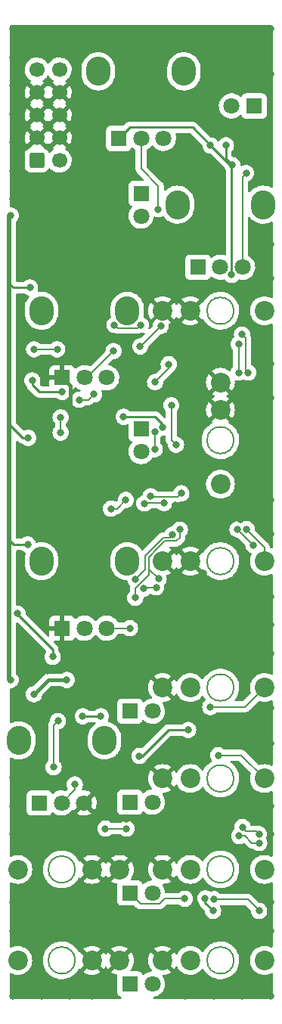
<source format=gbr>
%TF.GenerationSoftware,KiCad,Pcbnew,(6.0.9)*%
%TF.CreationDate,2022-12-28T20:00:02-08:00*%
%TF.ProjectId,kilter,6b696c74-6572-42e6-9b69-6361645f7063,rev?*%
%TF.SameCoordinates,Original*%
%TF.FileFunction,Copper,L1,Top*%
%TF.FilePolarity,Positive*%
%FSLAX46Y46*%
G04 Gerber Fmt 4.6, Leading zero omitted, Abs format (unit mm)*
G04 Created by KiCad (PCBNEW (6.0.9)) date 2022-12-28 20:00:02*
%MOMM*%
%LPD*%
G01*
G04 APERTURE LIST*
G04 Aperture macros list*
%AMRoundRect*
0 Rectangle with rounded corners*
0 $1 Rounding radius*
0 $2 $3 $4 $5 $6 $7 $8 $9 X,Y pos of 4 corners*
0 Add a 4 corners polygon primitive as box body*
4,1,4,$2,$3,$4,$5,$6,$7,$8,$9,$2,$3,0*
0 Add four circle primitives for the rounded corners*
1,1,$1+$1,$2,$3*
1,1,$1+$1,$4,$5*
1,1,$1+$1,$6,$7*
1,1,$1+$1,$8,$9*
0 Add four rect primitives between the rounded corners*
20,1,$1+$1,$2,$3,$4,$5,0*
20,1,$1+$1,$4,$5,$6,$7,0*
20,1,$1+$1,$6,$7,$8,$9,0*
20,1,$1+$1,$8,$9,$2,$3,0*%
G04 Aperture macros list end*
%TA.AperFunction,EtchedComponent*%
%ADD10C,0.200000*%
%TD*%
%TA.AperFunction,ComponentPad*%
%ADD11R,1.800000X1.800000*%
%TD*%
%TA.AperFunction,ComponentPad*%
%ADD12C,1.800000*%
%TD*%
%TA.AperFunction,ComponentPad*%
%ADD13C,2.200000*%
%TD*%
%TA.AperFunction,ComponentPad*%
%ADD14O,2.720000X3.240000*%
%TD*%
%TA.AperFunction,ComponentPad*%
%ADD15RoundRect,0.250000X-0.600000X-0.600000X0.600000X-0.600000X0.600000X0.600000X-0.600000X0.600000X0*%
%TD*%
%TA.AperFunction,ComponentPad*%
%ADD16C,1.700000*%
%TD*%
%TA.AperFunction,ViaPad*%
%ADD17C,0.800000*%
%TD*%
%TA.AperFunction,Conductor*%
%ADD18C,0.381000*%
%TD*%
%TA.AperFunction,Conductor*%
%ADD19C,0.254000*%
%TD*%
%TA.AperFunction,Conductor*%
%ADD20C,0.508000*%
%TD*%
%TA.AperFunction,Conductor*%
%ADD21C,0.250000*%
%TD*%
%TA.AperFunction,Conductor*%
%ADD22C,0.203200*%
%TD*%
G04 APERTURE END LIST*
D10*
%TO.C,J2*%
X25620000Y-84540000D02*
G75*
G03*
X25620000Y-84540000I-1500000J0D01*
G01*
%TO.C,J1*%
X7850000Y-115080000D02*
G75*
G03*
X7850000Y-115080000I-1500000J0D01*
G01*
%TO.C,J3*%
X7850000Y-104900000D02*
G75*
G03*
X7850000Y-104900000I-1500000J0D01*
G01*
%TO.C,J4*%
X25620000Y-94720000D02*
G75*
G03*
X25620000Y-94720000I-1500000J0D01*
G01*
%TO.C,J5*%
X25620000Y-104900000D02*
G75*
G03*
X25620000Y-104900000I-1500000J0D01*
G01*
%TO.C,J7*%
X25620000Y-115080000D02*
G75*
G03*
X25620000Y-115080000I-1500000J0D01*
G01*
%TO.C,J8*%
X25620000Y-42360000D02*
G75*
G03*
X25620000Y-42360000I-1500000J0D01*
G01*
%TO.C,J9*%
X25620000Y-70390000D02*
G75*
G03*
X25620000Y-70390000I-1500000J0D01*
G01*
%TO.C,J10*%
X25620000Y-56850000D02*
G75*
G03*
X25620000Y-56850000I-1500000J0D01*
G01*
%TD*%
D11*
%TO.P,D1,1,KA*%
%TO.N,Net-(D1-Pad1)*%
X13970000Y-87189000D03*
D12*
%TO.P,D1,2,AK*%
%TO.N,Net-(D1-Pad2)*%
X16510000Y-87189000D03*
%TD*%
D13*
%TO.P,J2,1*%
%TO.N,GND*%
X17640000Y-84540000D03*
%TO.P,J2,2*%
%TO.N,unconnected-(J2-Pad2)*%
X20740000Y-84540000D03*
%TO.P,J2,3*%
%TO.N,Net-(J2-Pad3)*%
X29040000Y-84540000D03*
%TD*%
%TO.P,J1,1*%
%TO.N,GND*%
X12830000Y-115080000D03*
%TO.P,J1,2*%
X9730000Y-115080000D03*
%TO.P,J1,3*%
%TO.N,Net-(J1-Pad3)*%
X1430000Y-115080000D03*
%TD*%
D11*
%TO.P,D2,1,KA*%
%TO.N,Net-(D2-Pad1)*%
X13970000Y-97369000D03*
D12*
%TO.P,D2,2,AK*%
%TO.N,Net-(D2-Pad2)*%
X16510000Y-97369000D03*
%TD*%
D11*
%TO.P,D3,1,KA*%
%TO.N,Net-(D3-Pad1)*%
X13970000Y-107549000D03*
D12*
%TO.P,D3,2,AK*%
%TO.N,Net-(D3-Pad2)*%
X16510000Y-107549000D03*
%TD*%
D11*
%TO.P,D4,1,KA*%
%TO.N,Net-(D4-Pad1)*%
X13970000Y-117729000D03*
D12*
%TO.P,D4,2,AK*%
%TO.N,Net-(D4-Pad2)*%
X16510000Y-117729000D03*
%TD*%
D11*
%TO.P,D5,1,K*%
%TO.N,Net-(D5-Pad1)*%
X15240000Y-29210000D03*
D12*
%TO.P,D5,2,A*%
%TO.N,Net-(C14-Pad2)*%
X15240000Y-31750000D03*
%TD*%
D13*
%TO.P,J3,1*%
%TO.N,GND*%
X12830000Y-104900000D03*
%TO.P,J3,2*%
X9730000Y-104900000D03*
%TO.P,J3,3*%
%TO.N,Net-(J3-Pad3)*%
X1430000Y-104900000D03*
%TD*%
%TO.P,J4,1*%
%TO.N,GND*%
X17640000Y-94720000D03*
%TO.P,J4,2*%
%TO.N,unconnected-(J4-Pad2)*%
X20740000Y-94720000D03*
%TO.P,J4,3*%
%TO.N,Net-(J4-Pad3)*%
X29040000Y-94720000D03*
%TD*%
%TO.P,J5,1*%
%TO.N,GND*%
X17640000Y-104900000D03*
%TO.P,J5,2*%
%TO.N,unconnected-(J5-Pad2)*%
X20740000Y-104900000D03*
%TO.P,J5,3*%
%TO.N,Net-(J5-Pad3)*%
X29040000Y-104900000D03*
%TD*%
%TO.P,J7,1*%
%TO.N,GND*%
X17640000Y-115080000D03*
%TO.P,J7,2*%
%TO.N,unconnected-(J7-Pad2)*%
X20740000Y-115080000D03*
%TO.P,J7,3*%
%TO.N,Net-(J7-Pad3)*%
X29040000Y-115080000D03*
%TD*%
%TO.P,J8,1*%
%TO.N,GND*%
X17640000Y-42360000D03*
%TO.P,J8,2*%
X20740000Y-42360000D03*
%TO.P,J8,3*%
%TO.N,/FILTER/QCV*%
X29040000Y-42360000D03*
%TD*%
%TO.P,J9,1*%
%TO.N,GND*%
X17640000Y-70390000D03*
%TO.P,J9,2*%
X20740000Y-70390000D03*
%TO.P,J9,3*%
%TO.N,Net-(J9-Pad3)*%
X29040000Y-70390000D03*
%TD*%
%TO.P,J10,1*%
%TO.N,GND*%
X24120000Y-50370000D03*
%TO.P,J10,2*%
X24120000Y-53470000D03*
%TO.P,J10,3*%
%TO.N,Net-(J10-Pad3)*%
X24120000Y-61770000D03*
%TD*%
D14*
%TO.P,RV2,*%
%TO.N,*%
X1550000Y-90460000D03*
X11150000Y-90460000D03*
D11*
%TO.P,RV2,1,1*%
%TO.N,Net-(R2-Pad1)*%
X3850000Y-97460000D03*
D12*
%TO.P,RV2,2,2*%
%TO.N,Net-(RV2-Pad2)*%
X6350000Y-97460000D03*
%TO.P,RV2,3,3*%
%TO.N,GND*%
X8850000Y-97460000D03*
%TD*%
D14*
%TO.P,RV9,*%
%TO.N,*%
X4090000Y-70390400D03*
X13690000Y-70390400D03*
D11*
%TO.P,RV9,1,1*%
%TO.N,GND*%
X6390000Y-77890400D03*
D12*
%TO.P,RV9,2,2*%
%TO.N,Net-(R52-Pad2)*%
X8890000Y-77890400D03*
%TO.P,RV9,3,3*%
%TO.N,Net-(J9-Pad3)*%
X11390000Y-77890400D03*
%TD*%
D14*
%TO.P,RV6,*%
%TO.N,*%
X20040000Y-15559800D03*
X10440000Y-15559800D03*
D11*
%TO.P,RV6,1,1*%
%TO.N,-12V*%
X12740000Y-23059800D03*
D12*
%TO.P,RV6,2,2*%
%TO.N,Net-(R47-Pad1)*%
X15240000Y-23059800D03*
%TO.P,RV6,3,3*%
%TO.N,+12V*%
X17740000Y-23059800D03*
%TD*%
D14*
%TO.P,RV4,*%
%TO.N,*%
X28904000Y-30480000D03*
X19304000Y-30480000D03*
D11*
%TO.P,RV4,1,1*%
%TO.N,Net-(RV4-Pad1)*%
X21604000Y-37480000D03*
D12*
%TO.P,RV4,2,2*%
%TO.N,Net-(RV4-Pad2)*%
X24104000Y-37480000D03*
%TO.P,RV4,3,3*%
X26604000Y-37480000D03*
%TD*%
D14*
%TO.P,RV7,*%
%TO.N,*%
X4090000Y-42360000D03*
X13690000Y-42360000D03*
D11*
%TO.P,RV7,1,1*%
%TO.N,GND*%
X6390000Y-49860000D03*
D12*
%TO.P,RV7,2,2*%
%TO.N,Net-(R49-Pad2)*%
X8890000Y-49860000D03*
%TO.P,RV7,3,3*%
%TO.N,+5V*%
X11390000Y-49860000D03*
%TD*%
D11*
%TO.P,D7,1,KA*%
%TO.N,Net-(D7-Pad1)*%
X15240000Y-55575200D03*
D12*
%TO.P,D7,2,AK*%
%TO.N,Net-(D7-Pad2)*%
X15240000Y-58115200D03*
%TD*%
D15*
%TO.P,J6,1,Pin_1*%
%TO.N,Net-(FB2-Pad1)*%
X3556000Y-25527000D03*
D16*
%TO.P,J6,2,Pin_2*%
X6096000Y-25527000D03*
%TO.P,J6,3,Pin_3*%
%TO.N,GND*%
X3556000Y-22987000D03*
%TO.P,J6,4,Pin_4*%
X6096000Y-22987000D03*
%TO.P,J6,5,Pin_5*%
X3556000Y-20447000D03*
%TO.P,J6,6,Pin_6*%
X6096000Y-20447000D03*
%TO.P,J6,7,Pin_7*%
X3556000Y-17907000D03*
%TO.P,J6,8,Pin_8*%
X6096000Y-17907000D03*
%TO.P,J6,9,Pin_9*%
%TO.N,Net-(FB1-Pad1)*%
X3556000Y-15367000D03*
%TO.P,J6,10,Pin_10*%
X6096000Y-15367000D03*
%TD*%
D11*
%TO.P,D6,1,K*%
%TO.N,Net-(C14-Pad2)*%
X27894200Y-19431000D03*
D12*
%TO.P,D6,2,A*%
%TO.N,Net-(D5-Pad1)*%
X25354200Y-19431000D03*
%TD*%
D17*
%TO.N,GND*%
X21272500Y-107315000D03*
X17145000Y-10795000D03*
X13017500Y-57848500D03*
X29718000Y-15875000D03*
X20015200Y-51765200D03*
X10795000Y-85979000D03*
X29718000Y-100965000D03*
X29718000Y-119062500D03*
X18161000Y-20320000D03*
X889000Y-17145000D03*
X7239000Y-119062500D03*
X889000Y-20320000D03*
X29718000Y-48260000D03*
X14414500Y-94297500D03*
X10350500Y-108966000D03*
X20193000Y-119062500D03*
X21209000Y-78613000D03*
X6858000Y-85026500D03*
X889000Y-10795000D03*
X4254500Y-64389000D03*
X2286000Y-52578000D03*
X16192500Y-89725500D03*
X16459200Y-76606400D03*
X19761200Y-22885400D03*
X23368000Y-10795000D03*
X889000Y-111760000D03*
X12877800Y-26060400D03*
X25654000Y-59690000D03*
X23926800Y-81051400D03*
X29718000Y-90805000D03*
X8572500Y-36131500D03*
X16002000Y-110680500D03*
X7429500Y-10795000D03*
X26543000Y-119062500D03*
X22034500Y-63754000D03*
X29718000Y-77470000D03*
X4000500Y-10795000D03*
X23368000Y-119062500D03*
X24028400Y-33299400D03*
X2540000Y-61150500D03*
X13970000Y-10795000D03*
X12141200Y-82956400D03*
X29718000Y-80708500D03*
X8191500Y-69723000D03*
X29718000Y-108585000D03*
X889000Y-29845000D03*
X16446500Y-81343500D03*
X8572500Y-29146500D03*
X2590800Y-74676000D03*
X9779000Y-119062500D03*
X2857500Y-48196500D03*
X29718000Y-52070000D03*
X2794000Y-45085000D03*
X21145506Y-46355000D03*
X21272500Y-110998000D03*
X4064000Y-119062500D03*
X29718000Y-10795000D03*
X8128000Y-57023000D03*
X29718000Y-63500000D03*
X3048000Y-32385000D03*
X5334000Y-36131500D03*
X29718000Y-38735000D03*
X889000Y-94615000D03*
X1841500Y-87630000D03*
X26543000Y-10795000D03*
X13716000Y-91757500D03*
X14351000Y-53149500D03*
X889000Y-97853500D03*
X26543000Y-15875000D03*
X889000Y-100965000D03*
X2603500Y-82296000D03*
X22250400Y-71780400D03*
X13589000Y-99250500D03*
X16992600Y-60223400D03*
X26352500Y-65722500D03*
X11049000Y-98475800D03*
X20193000Y-10795000D03*
X21437600Y-76555600D03*
X21539200Y-74574400D03*
X27736800Y-34163000D03*
X889000Y-108585000D03*
X29718000Y-86805000D03*
X889000Y-119062500D03*
X18415000Y-62166500D03*
X18059400Y-27000200D03*
X15113000Y-101981000D03*
X29718000Y-67310000D03*
X29718000Y-111760000D03*
X8064500Y-91757500D03*
X10858500Y-43307000D03*
X10795000Y-10795000D03*
X9842500Y-94297500D03*
X19100800Y-64160400D03*
X5943600Y-72440800D03*
X18161000Y-17907000D03*
X29718000Y-34925000D03*
X29718000Y-74358500D03*
X22479000Y-102044500D03*
X889000Y-13970000D03*
X889000Y-26670000D03*
X4762500Y-82677000D03*
X889000Y-23495000D03*
X17780000Y-51879500D03*
X29718000Y-97790000D03*
X11747500Y-72072500D03*
%TO.N,-12V*%
X3238500Y-85280500D03*
X8699496Y-87757000D03*
X6921500Y-83693000D03*
X2794000Y-39751000D03*
X25450800Y-26035000D03*
X625000Y-83693000D03*
X625034Y-31686500D03*
X2603500Y-56578500D03*
X10731495Y-87757000D03*
X23012400Y-23850600D03*
X2540000Y-68516500D03*
X25369937Y-38331819D03*
X24739600Y-23825200D03*
%TO.N,+12V*%
X20510500Y-89281000D03*
X13271506Y-54229000D03*
X22415488Y-108140500D03*
X23304500Y-109537500D03*
X1397000Y-76263500D03*
X6413500Y-51435000D03*
X17663367Y-55443943D03*
X5339000Y-81084500D03*
X3048000Y-50165000D03*
X15049500Y-92202000D03*
%TO.N,Net-(D3-Pad1)*%
X20129500Y-108185900D03*
%TO.N,Net-(Q1-Pad2)*%
X17195800Y-72364600D03*
X14585204Y-74489335D03*
X19570700Y-66865500D03*
%TO.N,/FILTER/I_ABC*%
X15519853Y-73482653D03*
X16931700Y-73328579D03*
X18618200Y-52933600D03*
X18337979Y-48337021D03*
X16814800Y-50342800D03*
X19154032Y-57355632D03*
%TO.N,Net-(RV2-Pad2)*%
X7810500Y-95377000D03*
%TO.N,Net-(R47-Pad1)*%
X17170400Y-30988000D03*
X27218720Y-49277158D03*
X26543000Y-45021500D03*
%TO.N,Net-(J2-Pad3)*%
X22987000Y-86715600D03*
%TO.N,Net-(J4-Pad3)*%
X23864034Y-92116438D03*
%TO.N,Net-(J9-Pad3)*%
X27051000Y-66802000D03*
X13985300Y-77901800D03*
%TO.N,/LP*%
X9969500Y-51707998D03*
X6223000Y-54292500D03*
X6223000Y-56007000D03*
X5842000Y-46672500D03*
X3254469Y-46672500D03*
X8318500Y-52324000D03*
%TO.N,/FILTER/BP2*%
X15188574Y-43951789D03*
X12248707Y-43948260D03*
%TO.N,Net-(R3-Pad1)*%
X5931464Y-88290400D03*
X5435600Y-93446600D03*
%TO.N,/IN*%
X16764000Y-55880000D03*
X11874500Y-64516000D03*
X16764000Y-57848500D03*
X13589000Y-100330000D03*
X11239500Y-100330000D03*
X13525500Y-63525730D03*
%TO.N,Net-(R12-Pad1)*%
X23418800Y-108229400D03*
X28447996Y-109537500D03*
%TO.N,Net-(C14-Pad2)*%
X26162000Y-46101000D03*
X16306800Y-63119000D03*
X19737951Y-62790951D03*
X26162000Y-49276000D03*
%TO.N,Net-(R49-Pad2)*%
X12152445Y-46868000D03*
X17443360Y-44048088D03*
X15137947Y-46355453D03*
%TO.N,Net-(R54-Pad2)*%
X14603239Y-72384077D03*
X18757838Y-67447100D03*
%TO.N,Net-(R15-Pad1)*%
X26225500Y-101155500D03*
X28460926Y-101947656D03*
%TO.N,/LP1*%
X27818705Y-68612011D03*
X26034547Y-66826947D03*
X15605900Y-63925004D03*
X17795300Y-63892050D03*
%TO.N,Net-(RV4-Pad2)*%
X27000200Y-26949400D03*
%TO.N,Net-(R18-Pad2)*%
X26600288Y-100155487D03*
X28444876Y-100948282D03*
%TD*%
D18*
%TO.N,GND*%
X7302500Y-50772500D02*
X6390000Y-49860000D01*
X7302500Y-52641500D02*
X7302500Y-50772500D01*
D19*
%TO.N,-12V*%
X13967000Y-21832800D02*
X12740000Y-23059800D01*
X10731495Y-87757000D02*
X8699496Y-87757000D01*
X23012400Y-23850600D02*
X20994600Y-21832800D01*
X25349200Y-38311082D02*
X25349200Y-26187400D01*
X1968500Y-56578500D02*
X2037815Y-56578500D01*
D20*
X479010Y-83547010D02*
X625000Y-83693000D01*
D19*
X479010Y-39277510D02*
X952500Y-39751000D01*
D20*
X625034Y-31696466D02*
X479010Y-31842490D01*
D19*
X2037815Y-56578500D02*
X2603500Y-56578500D01*
X24739600Y-25323800D02*
X25450800Y-26035000D01*
D20*
X479010Y-41049990D02*
X479010Y-55089010D01*
D18*
X4826000Y-83693000D02*
X6921500Y-83693000D01*
D20*
X479010Y-55089010D02*
X479010Y-67656490D01*
D19*
X20994600Y-21832800D02*
X13967000Y-21832800D01*
X479010Y-68043010D02*
X952500Y-68516500D01*
X952500Y-39751000D02*
X2794000Y-39751000D01*
D21*
X479010Y-39271990D02*
X479010Y-39277510D01*
D19*
X25349200Y-26187400D02*
X23012400Y-23850600D01*
X479010Y-55089010D02*
X1968500Y-56578500D01*
X24739600Y-23825200D02*
X24739600Y-25323800D01*
X25369937Y-38331819D02*
X25349200Y-38311082D01*
X952500Y-68516500D02*
X2540000Y-68516500D01*
X479010Y-67656490D02*
X479010Y-68043010D01*
D20*
X625034Y-31686500D02*
X625034Y-31696466D01*
X479010Y-31842490D02*
X479010Y-39271990D01*
D18*
X3238500Y-85280500D02*
X4826000Y-83693000D01*
D20*
X479010Y-39271990D02*
X479010Y-41049990D01*
X479010Y-67656490D02*
X479010Y-83547010D01*
D19*
%TO.N,+12V*%
X3810000Y-51435000D02*
X6413500Y-51435000D01*
X3048000Y-50673000D02*
X3810000Y-51435000D01*
X23304500Y-109537500D02*
X22415488Y-108648488D01*
X16789400Y-54229000D02*
X13271506Y-54229000D01*
X3048000Y-50165000D02*
X3048000Y-50673000D01*
X15049500Y-92202000D02*
X15367000Y-92202000D01*
X18288000Y-89281000D02*
X20510500Y-89281000D01*
X22415488Y-108648488D02*
X22415488Y-108140500D01*
X5339000Y-80269000D02*
X1397000Y-76327000D01*
X1397000Y-76327000D02*
X1397000Y-76263500D01*
X17663367Y-55102967D02*
X16789400Y-54229000D01*
X5339000Y-81084500D02*
X5339000Y-80269000D01*
X17663367Y-55443943D02*
X17663367Y-55102967D01*
X15367000Y-92202000D02*
X18288000Y-89281000D01*
D22*
%TO.N,Net-(D3-Pad1)*%
X13970000Y-107549000D02*
X13970000Y-107569000D01*
X17861600Y-108185900D02*
X20129500Y-108185900D01*
X13970000Y-107569000D02*
X15151601Y-108750601D01*
X17296899Y-108750601D02*
X17861600Y-108185900D01*
X15151601Y-108750601D02*
X17296899Y-108750601D01*
%TO.N,Net-(Q1-Pad2)*%
X16115899Y-71895101D02*
X14585204Y-73425796D01*
X17195800Y-72364600D02*
X16115899Y-71284699D01*
X17066800Y-68988400D02*
X17059438Y-68988400D01*
X19189700Y-68148200D02*
X17907000Y-68148200D01*
X17059438Y-68988400D02*
X16115899Y-69931939D01*
X19570700Y-66865500D02*
X19570700Y-67767200D01*
X19570700Y-67767200D02*
X19189700Y-68148200D01*
X16115899Y-69931939D02*
X16115899Y-71895101D01*
X17907000Y-68148200D02*
X17066800Y-68988400D01*
X14585204Y-73425796D02*
X14585204Y-74489335D01*
%TO.N,/FILTER/I_ABC*%
X16814800Y-50342800D02*
X18337979Y-48819621D01*
X15519853Y-73482653D02*
X15672706Y-73329800D01*
X16930479Y-73329800D02*
X16931700Y-73328579D01*
X15672706Y-73329800D02*
X16930479Y-73329800D01*
X19154032Y-57355632D02*
X18618200Y-56819800D01*
X18337979Y-48819621D02*
X18337979Y-48337021D01*
X18618200Y-56819800D02*
X18618200Y-52933600D01*
%TO.N,Net-(RV2-Pad2)*%
X6350000Y-97460000D02*
X7810500Y-95999500D01*
X7810500Y-95999500D02*
X7810500Y-95377000D01*
%TO.N,Net-(R47-Pad1)*%
X26924000Y-45402500D02*
X26543000Y-45021500D01*
X26924000Y-48982438D02*
X26924000Y-45402500D01*
X27218720Y-49277158D02*
X26924000Y-48982438D01*
X15240000Y-26492200D02*
X17170400Y-28422600D01*
X15240000Y-23059800D02*
X15240000Y-26492200D01*
X17170400Y-28422600D02*
X17170400Y-30988000D01*
%TO.N,Net-(J2-Pad3)*%
X23004700Y-86697900D02*
X26882100Y-86697900D01*
X26882100Y-86697900D02*
X29040000Y-84540000D01*
X22987000Y-86715600D02*
X23004700Y-86697900D01*
%TO.N,Net-(J4-Pad3)*%
X26436438Y-92116438D02*
X23864034Y-92116438D01*
X29040000Y-94720000D02*
X26436438Y-92116438D01*
%TO.N,Net-(J9-Pad3)*%
X13985300Y-77901800D02*
X13973900Y-77890400D01*
X13973900Y-77890400D02*
X11390000Y-77890400D01*
X29040000Y-68841800D02*
X29040000Y-70390000D01*
X27051000Y-66802000D02*
X27051000Y-66852800D01*
X27051000Y-66852800D02*
X29040000Y-68841800D01*
%TO.N,/LP*%
X5842000Y-46672500D02*
X3254469Y-46672500D01*
X6223000Y-56007000D02*
X6223000Y-54292500D01*
X9969500Y-51707998D02*
X9353498Y-52324000D01*
X9353498Y-52324000D02*
X8318500Y-52324000D01*
%TO.N,/FILTER/BP2*%
X14817363Y-44323000D02*
X15188574Y-43951789D01*
X12623447Y-44323000D02*
X14817363Y-44323000D01*
X12248707Y-43948260D02*
X12623447Y-44323000D01*
%TO.N,Net-(R3-Pad1)*%
X5435600Y-88786264D02*
X5435600Y-93446600D01*
X5931464Y-88290400D02*
X5435600Y-88786264D01*
%TO.N,/IN*%
X12535230Y-64516000D02*
X11874500Y-64516000D01*
X11239500Y-100330000D02*
X13589000Y-100330000D01*
X13525500Y-63525730D02*
X12535230Y-64516000D01*
X16764000Y-57848500D02*
X16764000Y-55880000D01*
%TO.N,Net-(R12-Pad1)*%
X27175689Y-108265193D02*
X28447996Y-109537500D01*
X23418800Y-108229400D02*
X23454593Y-108265193D01*
X23454593Y-108265193D02*
X27175689Y-108265193D01*
%TO.N,Net-(C14-Pad2)*%
X19337952Y-63190950D02*
X16378750Y-63190950D01*
X19737951Y-62790951D02*
X19337952Y-63190950D01*
X26162000Y-46101000D02*
X26162000Y-49276000D01*
X16378750Y-63190950D02*
X16306800Y-63119000D01*
%TO.N,Net-(R49-Pad2)*%
X17443360Y-44070410D02*
X17443360Y-44048088D01*
X15137947Y-46355453D02*
X15158317Y-46355453D01*
X15158317Y-46355453D02*
X17443360Y-44070410D01*
X12152445Y-46868000D02*
X9160445Y-49860000D01*
X9160445Y-49860000D02*
X8890000Y-49860000D01*
%TO.N,Net-(R54-Pad2)*%
X18459938Y-67745000D02*
X17732628Y-67745000D01*
X15697200Y-69780428D02*
X15697200Y-71290116D01*
X15697200Y-71290116D02*
X14603239Y-72384077D01*
X17732628Y-67745000D02*
X15697200Y-69780428D01*
X18757838Y-67447100D02*
X18459938Y-67745000D01*
%TO.N,Net-(R15-Pad1)*%
X26225500Y-101155500D02*
X26860500Y-101155500D01*
X27652656Y-101947656D02*
X28460926Y-101947656D01*
X26860500Y-101155500D02*
X27652656Y-101947656D01*
%TO.N,/LP1*%
X15638854Y-63892050D02*
X17795300Y-63892050D01*
X15605900Y-63925004D02*
X15638854Y-63892050D01*
X26034547Y-66827853D02*
X26034547Y-66826947D01*
X27818705Y-68612011D02*
X26034547Y-66827853D01*
%TO.N,Net-(RV4-Pad2)*%
X26593800Y-37469800D02*
X26604000Y-37480000D01*
X27000200Y-26949400D02*
X26593800Y-27355800D01*
X26593800Y-27355800D02*
X26593800Y-37469800D01*
%TO.N,Net-(R18-Pad2)*%
X28156794Y-100660200D02*
X26963700Y-100660200D01*
X26963700Y-100660200D02*
X26600288Y-100296788D01*
X28444876Y-100948282D02*
X28156794Y-100660200D01*
X26600288Y-100296788D02*
X26600288Y-100155487D01*
%TD*%
%TA.AperFunction,Conductor*%
%TO.N,GND*%
G36*
X29913621Y-10413502D02*
G01*
X29960114Y-10467158D01*
X29971500Y-10519500D01*
X29971500Y-28461547D01*
X29951498Y-28529668D01*
X29897842Y-28576161D01*
X29827568Y-28586265D01*
X29786833Y-28573055D01*
X29722082Y-28538988D01*
X29654053Y-28503196D01*
X29649752Y-28501677D01*
X29649747Y-28501675D01*
X29471998Y-28438906D01*
X29398366Y-28412904D01*
X29252820Y-28384217D01*
X29136794Y-28361348D01*
X29136788Y-28361347D01*
X29132322Y-28360467D01*
X29127768Y-28360240D01*
X29127766Y-28360240D01*
X28866064Y-28347211D01*
X28866058Y-28347211D01*
X28861495Y-28346984D01*
X28591559Y-28372738D01*
X28587130Y-28373822D01*
X28587123Y-28373823D01*
X28457069Y-28405648D01*
X28328168Y-28437190D01*
X28323933Y-28438905D01*
X28323931Y-28438906D01*
X28099850Y-28529668D01*
X28076840Y-28538988D01*
X27842839Y-28676001D01*
X27631068Y-28845359D01*
X27627953Y-28848694D01*
X27627947Y-28848700D01*
X27467020Y-29020971D01*
X27445963Y-29043512D01*
X27443361Y-29047263D01*
X27433427Y-29061582D01*
X27378164Y-29106152D01*
X27307577Y-29113769D01*
X27244078Y-29082014D01*
X27207826Y-29020971D01*
X27203900Y-28989762D01*
X27203900Y-27934548D01*
X27223902Y-27866427D01*
X27277558Y-27819934D01*
X27281471Y-27818410D01*
X27282488Y-27818194D01*
X27376431Y-27776368D01*
X27450922Y-27743203D01*
X27450924Y-27743202D01*
X27456952Y-27740518D01*
X27611453Y-27628266D01*
X27739240Y-27486344D01*
X27834727Y-27320956D01*
X27893742Y-27139328D01*
X27913704Y-26949400D01*
X27906988Y-26885500D01*
X27894432Y-26766035D01*
X27894432Y-26766033D01*
X27893742Y-26759472D01*
X27834727Y-26577844D01*
X27830875Y-26571171D01*
X27765059Y-26457176D01*
X27739240Y-26412456D01*
X27715027Y-26385564D01*
X27615875Y-26275445D01*
X27615874Y-26275444D01*
X27611453Y-26270534D01*
X27483266Y-26177400D01*
X27462294Y-26162163D01*
X27462293Y-26162162D01*
X27456952Y-26158282D01*
X27450924Y-26155598D01*
X27450922Y-26155597D01*
X27288519Y-26083291D01*
X27288518Y-26083291D01*
X27282488Y-26080606D01*
X27189088Y-26060753D01*
X27102144Y-26042272D01*
X27102139Y-26042272D01*
X27095687Y-26040900D01*
X26904713Y-26040900D01*
X26898261Y-26042272D01*
X26898256Y-26042272D01*
X26811312Y-26060753D01*
X26717912Y-26080606D01*
X26711882Y-26083291D01*
X26711881Y-26083291D01*
X26568078Y-26147316D01*
X26543448Y-26158282D01*
X26542534Y-26156228D01*
X26483639Y-26170526D01*
X26416543Y-26147316D01*
X26372647Y-26091516D01*
X26363614Y-26044668D01*
X26363614Y-26041565D01*
X26364304Y-26035000D01*
X26344342Y-25845072D01*
X26285327Y-25663444D01*
X26189840Y-25498056D01*
X26062053Y-25356134D01*
X25907552Y-25243882D01*
X25901524Y-25241198D01*
X25901522Y-25241197D01*
X25739119Y-25168891D01*
X25739118Y-25168891D01*
X25733088Y-25166206D01*
X25639688Y-25146353D01*
X25552744Y-25127872D01*
X25552739Y-25127872D01*
X25546287Y-25126500D01*
X25501100Y-25126500D01*
X25432979Y-25106498D01*
X25386486Y-25052842D01*
X25375100Y-25000500D01*
X25375100Y-24525503D01*
X25395102Y-24457382D01*
X25407464Y-24441193D01*
X25407858Y-24440756D01*
X25440026Y-24405029D01*
X25474221Y-24367052D01*
X25474222Y-24367051D01*
X25478640Y-24362144D01*
X25566236Y-24210424D01*
X25570823Y-24202479D01*
X25570824Y-24202478D01*
X25574127Y-24196756D01*
X25633142Y-24015128D01*
X25649195Y-23862397D01*
X25652414Y-23831765D01*
X25653104Y-23825200D01*
X25641323Y-23713108D01*
X25633832Y-23641835D01*
X25633832Y-23641833D01*
X25633142Y-23635272D01*
X25574127Y-23453644D01*
X25478640Y-23288256D01*
X25350853Y-23146334D01*
X25227740Y-23056887D01*
X25201694Y-23037963D01*
X25201693Y-23037962D01*
X25196352Y-23034082D01*
X25190324Y-23031398D01*
X25190322Y-23031397D01*
X25027919Y-22959091D01*
X25027918Y-22959091D01*
X25021888Y-22956406D01*
X24928488Y-22936553D01*
X24841544Y-22918072D01*
X24841539Y-22918072D01*
X24835087Y-22916700D01*
X24644113Y-22916700D01*
X24637661Y-22918072D01*
X24637656Y-22918072D01*
X24550712Y-22936553D01*
X24457312Y-22956406D01*
X24451282Y-22959091D01*
X24451281Y-22959091D01*
X24288878Y-23031397D01*
X24288876Y-23031398D01*
X24282848Y-23034082D01*
X24277507Y-23037962D01*
X24277506Y-23037963D01*
X24251460Y-23056887D01*
X24128347Y-23146334D01*
X24000560Y-23288256D01*
X23977786Y-23327702D01*
X23926406Y-23376694D01*
X23856692Y-23390131D01*
X23790781Y-23363745D01*
X23759549Y-23327702D01*
X23759548Y-23327700D01*
X23751440Y-23313656D01*
X23623653Y-23171734D01*
X23469152Y-23059482D01*
X23463124Y-23056798D01*
X23463122Y-23056797D01*
X23300719Y-22984491D01*
X23300718Y-22984491D01*
X23294688Y-22981806D01*
X23187823Y-22959091D01*
X23114344Y-22943472D01*
X23114339Y-22943472D01*
X23107887Y-22942100D01*
X23054823Y-22942100D01*
X22986702Y-22922098D01*
X22965728Y-22905195D01*
X21499850Y-21439317D01*
X21492274Y-21430991D01*
X21488153Y-21424497D01*
X21438334Y-21377714D01*
X21435493Y-21374960D01*
X21415694Y-21355161D01*
X21412569Y-21352737D01*
X21412560Y-21352729D01*
X21412474Y-21352663D01*
X21403449Y-21344955D01*
X21376885Y-21320010D01*
X21371106Y-21314583D01*
X21353269Y-21304777D01*
X21336753Y-21293927D01*
X21320667Y-21281450D01*
X21279934Y-21263824D01*
X21269286Y-21258607D01*
X21244409Y-21244931D01*
X21230403Y-21237231D01*
X21222728Y-21235260D01*
X21222722Y-21235258D01*
X21210689Y-21232169D01*
X21191987Y-21225766D01*
X21173308Y-21217683D01*
X21133513Y-21211380D01*
X21129473Y-21210740D01*
X21117860Y-21208335D01*
X21074882Y-21197300D01*
X21054535Y-21197300D01*
X21034824Y-21195749D01*
X21022550Y-21193805D01*
X21014721Y-21192565D01*
X21006829Y-21193311D01*
X20970544Y-21196741D01*
X20958686Y-21197300D01*
X14046020Y-21197300D01*
X14034786Y-21196770D01*
X14027281Y-21195092D01*
X13959571Y-21197220D01*
X13958988Y-21197238D01*
X13955031Y-21197300D01*
X13927017Y-21197300D01*
X13923092Y-21197796D01*
X13923091Y-21197796D01*
X13922996Y-21197808D01*
X13911151Y-21198741D01*
X13881330Y-21199678D01*
X13874718Y-21199886D01*
X13874717Y-21199886D01*
X13866795Y-21200135D01*
X13847252Y-21205813D01*
X13827888Y-21209823D01*
X13815560Y-21211380D01*
X13815558Y-21211380D01*
X13807701Y-21212373D01*
X13800337Y-21215289D01*
X13800332Y-21215290D01*
X13766444Y-21228707D01*
X13755215Y-21232552D01*
X13739111Y-21237231D01*
X13712607Y-21244931D01*
X13705780Y-21248969D01*
X13705777Y-21248970D01*
X13695094Y-21255288D01*
X13677336Y-21263988D01*
X13665785Y-21268561D01*
X13665779Y-21268565D01*
X13658412Y-21271481D01*
X13652001Y-21276139D01*
X13651999Y-21276140D01*
X13622512Y-21297564D01*
X13612590Y-21304081D01*
X13581232Y-21322626D01*
X13581228Y-21322629D01*
X13574402Y-21326666D01*
X13560018Y-21341050D01*
X13544984Y-21353891D01*
X13528513Y-21365858D01*
X13523460Y-21371966D01*
X13500223Y-21400055D01*
X13492233Y-21408835D01*
X13286673Y-21614395D01*
X13224361Y-21648421D01*
X13197578Y-21651300D01*
X11791866Y-21651300D01*
X11729684Y-21658055D01*
X11593295Y-21709185D01*
X11476739Y-21796539D01*
X11389385Y-21913095D01*
X11338255Y-22049484D01*
X11331500Y-22111666D01*
X11331500Y-24007934D01*
X11338255Y-24070116D01*
X11389385Y-24206505D01*
X11476739Y-24323061D01*
X11593295Y-24410415D01*
X11729684Y-24461545D01*
X11791866Y-24468300D01*
X13688134Y-24468300D01*
X13750316Y-24461545D01*
X13886705Y-24410415D01*
X14003261Y-24323061D01*
X14090615Y-24206505D01*
X14099709Y-24182248D01*
X14105686Y-24166304D01*
X14148328Y-24109539D01*
X14214890Y-24084840D01*
X14284239Y-24100048D01*
X14304150Y-24113588D01*
X14429349Y-24217530D01*
X14482612Y-24248654D01*
X14567470Y-24298241D01*
X14616194Y-24349879D01*
X14629900Y-24407029D01*
X14629900Y-26416522D01*
X14629402Y-26427074D01*
X14627781Y-26434328D01*
X14628030Y-26442249D01*
X14629838Y-26499795D01*
X14629900Y-26503752D01*
X14629900Y-26530583D01*
X14630396Y-26534510D01*
X14630453Y-26535416D01*
X14631292Y-26546060D01*
X14632622Y-26588399D01*
X14636384Y-26601348D01*
X14637964Y-26606786D01*
X14641972Y-26626143D01*
X14644371Y-26645132D01*
X14647291Y-26652507D01*
X14659964Y-26684518D01*
X14663808Y-26695745D01*
X14673415Y-26728809D01*
X14675628Y-26736425D01*
X14685374Y-26752905D01*
X14694065Y-26770645D01*
X14701116Y-26788454D01*
X14720180Y-26814694D01*
X14726020Y-26822732D01*
X14732536Y-26832652D01*
X14749316Y-26861025D01*
X14754095Y-26869106D01*
X14767622Y-26882633D01*
X14780463Y-26897667D01*
X14791721Y-26913162D01*
X14797829Y-26918215D01*
X14824372Y-26940173D01*
X14833152Y-26948163D01*
X15471394Y-27586405D01*
X15505420Y-27648717D01*
X15500355Y-27719532D01*
X15457808Y-27776368D01*
X15391288Y-27801179D01*
X15382299Y-27801500D01*
X14291866Y-27801500D01*
X14229684Y-27808255D01*
X14093295Y-27859385D01*
X13976739Y-27946739D01*
X13889385Y-28063295D01*
X13838255Y-28199684D01*
X13831500Y-28261866D01*
X13831500Y-30158134D01*
X13838255Y-30220316D01*
X13889385Y-30356705D01*
X13976739Y-30473261D01*
X14093295Y-30560615D01*
X14101704Y-30563767D01*
X14101705Y-30563768D01*
X14161164Y-30586058D01*
X14217929Y-30628699D01*
X14242629Y-30695261D01*
X14227422Y-30764609D01*
X14208029Y-30791091D01*
X14141639Y-30860564D01*
X14011119Y-31051899D01*
X13913602Y-31261981D01*
X13851707Y-31485169D01*
X13827095Y-31715469D01*
X13827392Y-31720622D01*
X13827392Y-31720625D01*
X13835997Y-31869865D01*
X13840427Y-31946697D01*
X13841564Y-31951743D01*
X13841565Y-31951749D01*
X13865523Y-32058056D01*
X13891346Y-32172642D01*
X13893288Y-32177424D01*
X13893289Y-32177428D01*
X13976540Y-32382450D01*
X13978484Y-32387237D01*
X14099501Y-32584719D01*
X14251147Y-32759784D01*
X14429349Y-32907730D01*
X14629322Y-33024584D01*
X14845694Y-33107209D01*
X14850760Y-33108240D01*
X14850761Y-33108240D01*
X14903846Y-33119040D01*
X15072656Y-33153385D01*
X15203324Y-33158176D01*
X15298949Y-33161683D01*
X15298953Y-33161683D01*
X15304113Y-33161872D01*
X15309233Y-33161216D01*
X15309235Y-33161216D01*
X15382270Y-33151860D01*
X15533847Y-33132442D01*
X15538795Y-33130957D01*
X15538802Y-33130956D01*
X15750747Y-33067369D01*
X15755690Y-33065886D01*
X15836236Y-33026427D01*
X15959049Y-32966262D01*
X15959052Y-32966260D01*
X15963684Y-32963991D01*
X16152243Y-32829494D01*
X16316303Y-32666005D01*
X16451458Y-32477917D01*
X16462946Y-32454674D01*
X16551784Y-32274922D01*
X16551785Y-32274920D01*
X16554078Y-32270280D01*
X16621408Y-32048671D01*
X16634168Y-31951749D01*
X16638014Y-31922540D01*
X16666737Y-31857613D01*
X16726002Y-31818522D01*
X16796994Y-31817677D01*
X16814184Y-31823880D01*
X16882077Y-31854108D01*
X16882085Y-31854111D01*
X16888112Y-31856794D01*
X16980482Y-31876428D01*
X17068456Y-31895128D01*
X17068461Y-31895128D01*
X17074913Y-31896500D01*
X17265887Y-31896500D01*
X17272339Y-31895128D01*
X17272344Y-31895128D01*
X17360318Y-31876428D01*
X17452688Y-31856794D01*
X17466794Y-31850514D01*
X17625202Y-31779986D01*
X17695569Y-31770552D01*
X17759866Y-31800658D01*
X17776612Y-31818649D01*
X17900833Y-31981417D01*
X17904099Y-31984610D01*
X17904101Y-31984612D01*
X17974690Y-32053617D01*
X18094736Y-32170970D01*
X18098428Y-32173657D01*
X18098430Y-32173659D01*
X18246102Y-32281146D01*
X18313972Y-32330547D01*
X18553947Y-32456804D01*
X18558248Y-32458323D01*
X18558253Y-32458325D01*
X18676475Y-32500073D01*
X18809634Y-32547096D01*
X18907653Y-32566415D01*
X19071206Y-32598652D01*
X19071212Y-32598653D01*
X19075678Y-32599533D01*
X19080232Y-32599760D01*
X19080234Y-32599760D01*
X19341936Y-32612789D01*
X19341942Y-32612789D01*
X19346505Y-32613016D01*
X19616441Y-32587262D01*
X19620870Y-32586178D01*
X19620877Y-32586177D01*
X19780584Y-32547096D01*
X19879832Y-32522810D01*
X20039039Y-32458325D01*
X20126931Y-32422725D01*
X20126932Y-32422725D01*
X20131160Y-32421012D01*
X20365161Y-32283999D01*
X20576932Y-32114641D01*
X20638558Y-32048671D01*
X20758921Y-31919824D01*
X20758923Y-31919821D01*
X20762037Y-31916488D01*
X20916598Y-31693688D01*
X20999616Y-31526817D01*
X21035346Y-31454997D01*
X21035347Y-31454994D01*
X21037379Y-31450910D01*
X21121847Y-31193240D01*
X21147131Y-31047623D01*
X21167579Y-30929856D01*
X21167580Y-30929848D01*
X21168235Y-30926075D01*
X21169897Y-30892697D01*
X21172422Y-30841971D01*
X21172422Y-30841963D01*
X21172500Y-30840400D01*
X21172500Y-30151116D01*
X21157875Y-29949549D01*
X21099415Y-29684763D01*
X21003345Y-29431190D01*
X20871676Y-29194141D01*
X20707167Y-28978583D01*
X20513264Y-28789030D01*
X20294028Y-28629453D01*
X20054053Y-28503196D01*
X20049752Y-28501677D01*
X20049747Y-28501675D01*
X19871998Y-28438906D01*
X19798366Y-28412904D01*
X19652820Y-28384217D01*
X19536794Y-28361348D01*
X19536788Y-28361347D01*
X19532322Y-28360467D01*
X19527768Y-28360240D01*
X19527766Y-28360240D01*
X19266064Y-28347211D01*
X19266058Y-28347211D01*
X19261495Y-28346984D01*
X18991559Y-28372738D01*
X18987130Y-28373822D01*
X18987123Y-28373823D01*
X18857069Y-28405648D01*
X18728168Y-28437190D01*
X18723933Y-28438905D01*
X18723931Y-28438906D01*
X18499850Y-28529668D01*
X18476840Y-28538988D01*
X18242839Y-28676001D01*
X18031068Y-28845359D01*
X17998574Y-28880144D01*
X17937456Y-28916268D01*
X17866509Y-28913615D01*
X17808259Y-28873027D01*
X17781200Y-28807389D01*
X17780500Y-28794130D01*
X17780500Y-28498281D01*
X17780997Y-28487732D01*
X17782620Y-28480472D01*
X17780562Y-28414987D01*
X17780500Y-28411029D01*
X17780500Y-28384217D01*
X17780004Y-28380291D01*
X17779950Y-28379435D01*
X17779108Y-28368739D01*
X17778027Y-28334326D01*
X17777778Y-28326401D01*
X17772436Y-28308014D01*
X17768428Y-28288657D01*
X17767023Y-28277535D01*
X17767023Y-28277534D01*
X17766029Y-28269668D01*
X17761595Y-28258469D01*
X17750436Y-28230282D01*
X17746592Y-28219055D01*
X17736985Y-28185991D01*
X17736984Y-28185989D01*
X17734772Y-28178375D01*
X17725026Y-28161895D01*
X17716335Y-28144155D01*
X17709284Y-28126346D01*
X17684380Y-28092068D01*
X17677864Y-28082148D01*
X17660343Y-28052521D01*
X17660341Y-28052518D01*
X17656305Y-28045694D01*
X17642778Y-28032167D01*
X17629937Y-28017133D01*
X17623340Y-28008053D01*
X17623339Y-28008052D01*
X17618679Y-28001638D01*
X17586027Y-27974626D01*
X17577248Y-27966637D01*
X15887005Y-26276393D01*
X15852979Y-26214081D01*
X15850100Y-26187298D01*
X15850100Y-24408016D01*
X15870102Y-24339895D01*
X15920668Y-24294864D01*
X15959049Y-24276062D01*
X15959052Y-24276060D01*
X15963684Y-24273791D01*
X16152243Y-24139294D01*
X16316303Y-23975805D01*
X16385370Y-23879688D01*
X16441365Y-23836040D01*
X16512068Y-23829594D01*
X16575033Y-23862397D01*
X16595128Y-23887384D01*
X16596799Y-23890111D01*
X16596804Y-23890117D01*
X16599501Y-23894519D01*
X16751147Y-24069584D01*
X16929349Y-24217530D01*
X17129322Y-24334384D01*
X17345694Y-24417009D01*
X17350760Y-24418040D01*
X17350761Y-24418040D01*
X17403846Y-24428840D01*
X17572656Y-24463185D01*
X17702089Y-24467931D01*
X17798949Y-24471483D01*
X17798953Y-24471483D01*
X17804113Y-24471672D01*
X17809233Y-24471016D01*
X17809235Y-24471016D01*
X17895788Y-24459928D01*
X18033847Y-24442242D01*
X18038795Y-24440757D01*
X18038802Y-24440756D01*
X18250747Y-24377169D01*
X18255690Y-24375686D01*
X18260324Y-24373416D01*
X18459049Y-24276062D01*
X18459052Y-24276060D01*
X18463684Y-24273791D01*
X18652243Y-24139294D01*
X18816303Y-23975805D01*
X18951458Y-23787717D01*
X18972658Y-23744823D01*
X19051784Y-23584722D01*
X19051785Y-23584720D01*
X19054078Y-23580080D01*
X19121408Y-23358471D01*
X19151640Y-23128841D01*
X19153327Y-23059800D01*
X19145047Y-22959091D01*
X19134773Y-22834118D01*
X19134772Y-22834112D01*
X19134349Y-22828967D01*
X19083115Y-22624995D01*
X19085919Y-22554054D01*
X19126632Y-22495891D01*
X19192327Y-22468972D01*
X19205319Y-22468300D01*
X20679178Y-22468300D01*
X20747299Y-22488302D01*
X20768273Y-22505205D01*
X22065610Y-23802543D01*
X22099636Y-23864855D01*
X22101825Y-23878468D01*
X22115499Y-24008565D01*
X22118858Y-24040528D01*
X22177873Y-24222156D01*
X22181176Y-24227878D01*
X22181177Y-24227879D01*
X22193172Y-24248654D01*
X22273360Y-24387544D01*
X22277778Y-24392451D01*
X22277779Y-24392452D01*
X22381490Y-24507635D01*
X22401147Y-24529466D01*
X22555648Y-24641718D01*
X22561676Y-24644402D01*
X22561678Y-24644403D01*
X22724081Y-24716709D01*
X22730112Y-24719394D01*
X22823513Y-24739247D01*
X22910456Y-24757728D01*
X22910461Y-24757728D01*
X22916913Y-24759100D01*
X22969978Y-24759100D01*
X23038099Y-24779102D01*
X23059073Y-24796005D01*
X24569204Y-26306136D01*
X24599942Y-26356294D01*
X24616273Y-26406556D01*
X24668506Y-26497025D01*
X24696819Y-26546065D01*
X24713700Y-26609065D01*
X24713700Y-36023335D01*
X24693698Y-36091456D01*
X24640042Y-36137949D01*
X24569768Y-36148053D01*
X24545641Y-36142108D01*
X24469907Y-36115289D01*
X24469899Y-36115287D01*
X24465028Y-36113562D01*
X24459935Y-36112655D01*
X24459932Y-36112654D01*
X24242095Y-36073851D01*
X24242089Y-36073850D01*
X24237006Y-36072945D01*
X24164096Y-36072054D01*
X24010581Y-36070179D01*
X24010579Y-36070179D01*
X24005411Y-36070116D01*
X23776464Y-36105150D01*
X23556314Y-36177106D01*
X23551726Y-36179494D01*
X23551722Y-36179496D01*
X23355461Y-36281663D01*
X23350872Y-36284052D01*
X23346739Y-36287155D01*
X23346736Y-36287157D01*
X23165655Y-36423117D01*
X23164976Y-36422213D01*
X23105730Y-36450131D01*
X23035341Y-36440869D01*
X22981132Y-36395022D01*
X22968325Y-36369866D01*
X22957768Y-36341705D01*
X22957767Y-36341703D01*
X22954615Y-36333295D01*
X22867261Y-36216739D01*
X22750705Y-36129385D01*
X22614316Y-36078255D01*
X22552134Y-36071500D01*
X20655866Y-36071500D01*
X20593684Y-36078255D01*
X20457295Y-36129385D01*
X20340739Y-36216739D01*
X20253385Y-36333295D01*
X20202255Y-36469684D01*
X20195500Y-36531866D01*
X20195500Y-38428134D01*
X20202255Y-38490316D01*
X20253385Y-38626705D01*
X20340739Y-38743261D01*
X20457295Y-38830615D01*
X20593684Y-38881745D01*
X20655866Y-38888500D01*
X22552134Y-38888500D01*
X22614316Y-38881745D01*
X22750705Y-38830615D01*
X22867261Y-38743261D01*
X22954615Y-38626705D01*
X22969686Y-38586504D01*
X23012328Y-38529739D01*
X23078890Y-38505040D01*
X23148239Y-38520248D01*
X23168150Y-38533788D01*
X23293349Y-38637730D01*
X23493322Y-38754584D01*
X23709694Y-38837209D01*
X23714760Y-38838240D01*
X23714761Y-38838240D01*
X23767846Y-38849040D01*
X23936656Y-38883385D01*
X24066089Y-38888131D01*
X24162949Y-38891683D01*
X24162953Y-38891683D01*
X24168113Y-38891872D01*
X24173233Y-38891216D01*
X24173235Y-38891216D01*
X24254277Y-38880834D01*
X24397847Y-38862442D01*
X24402798Y-38860957D01*
X24402801Y-38860956D01*
X24459744Y-38843872D01*
X24500513Y-38831641D01*
X24571507Y-38831225D01*
X24630807Y-38868844D01*
X24630897Y-38868763D01*
X24631188Y-38869087D01*
X24631190Y-38869088D01*
X24758684Y-39010685D01*
X24913185Y-39122937D01*
X24919213Y-39125621D01*
X24919215Y-39125622D01*
X25081618Y-39197928D01*
X25087649Y-39200613D01*
X25177794Y-39219774D01*
X25267993Y-39238947D01*
X25267998Y-39238947D01*
X25274450Y-39240319D01*
X25465424Y-39240319D01*
X25471876Y-39238947D01*
X25471881Y-39238947D01*
X25562080Y-39219774D01*
X25652225Y-39200613D01*
X25658256Y-39197928D01*
X25820659Y-39125622D01*
X25820661Y-39125621D01*
X25826689Y-39122937D01*
X25981190Y-39010685D01*
X26100396Y-38878294D01*
X26160841Y-38841054D01*
X26219151Y-38839133D01*
X26436656Y-38883385D01*
X26566089Y-38888131D01*
X26662949Y-38891683D01*
X26662953Y-38891683D01*
X26668113Y-38891872D01*
X26673233Y-38891216D01*
X26673235Y-38891216D01*
X26754277Y-38880834D01*
X26897847Y-38862442D01*
X26902795Y-38860957D01*
X26902802Y-38860956D01*
X27114747Y-38797369D01*
X27119690Y-38795886D01*
X27200236Y-38756427D01*
X27323049Y-38696262D01*
X27323052Y-38696260D01*
X27327684Y-38693991D01*
X27516243Y-38559494D01*
X27680303Y-38396005D01*
X27815458Y-38207917D01*
X27918078Y-38000280D01*
X27985408Y-37778671D01*
X28015640Y-37549041D01*
X28017327Y-37480000D01*
X28011032Y-37403434D01*
X27998773Y-37254318D01*
X27998772Y-37254312D01*
X27998349Y-37249167D01*
X27941925Y-37024533D01*
X27849570Y-36812131D01*
X27723764Y-36617665D01*
X27567887Y-36446358D01*
X27563836Y-36443159D01*
X27563832Y-36443155D01*
X27390181Y-36306015D01*
X27386123Y-36302810D01*
X27269003Y-36238156D01*
X27219036Y-36187726D01*
X27203900Y-36127850D01*
X27203900Y-31965128D01*
X27223902Y-31897007D01*
X27277558Y-31850514D01*
X27347832Y-31840410D01*
X27412412Y-31869904D01*
X27430062Y-31888685D01*
X27500833Y-31981417D01*
X27504099Y-31984610D01*
X27504101Y-31984612D01*
X27574690Y-32053617D01*
X27694736Y-32170970D01*
X27698428Y-32173657D01*
X27698430Y-32173659D01*
X27846102Y-32281146D01*
X27913972Y-32330547D01*
X28153947Y-32456804D01*
X28158248Y-32458323D01*
X28158253Y-32458325D01*
X28276475Y-32500073D01*
X28409634Y-32547096D01*
X28507653Y-32566415D01*
X28671206Y-32598652D01*
X28671212Y-32598653D01*
X28675678Y-32599533D01*
X28680232Y-32599760D01*
X28680234Y-32599760D01*
X28941936Y-32612789D01*
X28941942Y-32612789D01*
X28946505Y-32613016D01*
X29216441Y-32587262D01*
X29220870Y-32586178D01*
X29220877Y-32586177D01*
X29380584Y-32547096D01*
X29479832Y-32522810D01*
X29639039Y-32458325D01*
X29726931Y-32422725D01*
X29726932Y-32422725D01*
X29731160Y-32421012D01*
X29781837Y-32391340D01*
X29850727Y-32374181D01*
X29917959Y-32396992D01*
X29962186Y-32452531D01*
X29971500Y-32500073D01*
X29971500Y-40819340D01*
X29951498Y-40887461D01*
X29897842Y-40933954D01*
X29827568Y-40944058D01*
X29779671Y-40926776D01*
X29776731Y-40924975D01*
X29776726Y-40924972D01*
X29772502Y-40922384D01*
X29767932Y-40920491D01*
X29767928Y-40920489D01*
X29543164Y-40827389D01*
X29543162Y-40827388D01*
X29538591Y-40825495D01*
X29439210Y-40801636D01*
X29297216Y-40767546D01*
X29297210Y-40767545D01*
X29292403Y-40766391D01*
X29040000Y-40746526D01*
X28787597Y-40766391D01*
X28782790Y-40767545D01*
X28782784Y-40767546D01*
X28640790Y-40801636D01*
X28541409Y-40825495D01*
X28536838Y-40827388D01*
X28536836Y-40827389D01*
X28312072Y-40920489D01*
X28312068Y-40920491D01*
X28307498Y-40922384D01*
X28091624Y-41054672D01*
X27899102Y-41219102D01*
X27734672Y-41411624D01*
X27602384Y-41627498D01*
X27600491Y-41632068D01*
X27600489Y-41632072D01*
X27518692Y-41829549D01*
X27505495Y-41861409D01*
X27504340Y-41866221D01*
X27455663Y-42068978D01*
X27446391Y-42107597D01*
X27426526Y-42360000D01*
X27446391Y-42612403D01*
X27447545Y-42617210D01*
X27447546Y-42617216D01*
X27485179Y-42773968D01*
X27505495Y-42858591D01*
X27507388Y-42863162D01*
X27507389Y-42863164D01*
X27592545Y-43068748D01*
X27602384Y-43092502D01*
X27734672Y-43308376D01*
X27899102Y-43500898D01*
X28091624Y-43665328D01*
X28307498Y-43797616D01*
X28312068Y-43799509D01*
X28312072Y-43799511D01*
X28536836Y-43892611D01*
X28541409Y-43894505D01*
X28567047Y-43900660D01*
X28782784Y-43952454D01*
X28782790Y-43952455D01*
X28787597Y-43953609D01*
X29040000Y-43973474D01*
X29292403Y-43953609D01*
X29297210Y-43952455D01*
X29297216Y-43952454D01*
X29512953Y-43900660D01*
X29538591Y-43894505D01*
X29543164Y-43892611D01*
X29767928Y-43799511D01*
X29767932Y-43799509D01*
X29772502Y-43797616D01*
X29776726Y-43795028D01*
X29776731Y-43795025D01*
X29779671Y-43793224D01*
X29780940Y-43792881D01*
X29781136Y-43792781D01*
X29781157Y-43792822D01*
X29848205Y-43774689D01*
X29915881Y-43796149D01*
X29961211Y-43850790D01*
X29971500Y-43900660D01*
X29971500Y-68849340D01*
X29951498Y-68917461D01*
X29897842Y-68963954D01*
X29827568Y-68974058D01*
X29779671Y-68956776D01*
X29776731Y-68954975D01*
X29776726Y-68954972D01*
X29772502Y-68952384D01*
X29767932Y-68950491D01*
X29767928Y-68950489D01*
X29727882Y-68933902D01*
X29672601Y-68889354D01*
X29650100Y-68817493D01*
X29650100Y-68803417D01*
X29649604Y-68799491D01*
X29649550Y-68798635D01*
X29648708Y-68787939D01*
X29648378Y-68777416D01*
X29647378Y-68745601D01*
X29642036Y-68727214D01*
X29638028Y-68707857D01*
X29636623Y-68696735D01*
X29636623Y-68696734D01*
X29635629Y-68688868D01*
X29627085Y-68667287D01*
X29620036Y-68649482D01*
X29616192Y-68638255D01*
X29606584Y-68605187D01*
X29606583Y-68605184D01*
X29604372Y-68597575D01*
X29594630Y-68581101D01*
X29585934Y-68563350D01*
X29581804Y-68552919D01*
X29581801Y-68552914D01*
X29578884Y-68545546D01*
X29553983Y-68511273D01*
X29547474Y-68501365D01*
X29525906Y-68464894D01*
X29512374Y-68451362D01*
X29499532Y-68436327D01*
X29488279Y-68420838D01*
X29455633Y-68393831D01*
X29446853Y-68385841D01*
X27997348Y-66936336D01*
X27963322Y-66874024D01*
X27961133Y-66834069D01*
X27963814Y-66808563D01*
X27964504Y-66802000D01*
X27944542Y-66612072D01*
X27885527Y-66430444D01*
X27790040Y-66265056D01*
X27723851Y-66191545D01*
X27666675Y-66128045D01*
X27666674Y-66128044D01*
X27662253Y-66123134D01*
X27542141Y-66035867D01*
X27513094Y-66014763D01*
X27513093Y-66014762D01*
X27507752Y-66010882D01*
X27501724Y-66008198D01*
X27501722Y-66008197D01*
X27339319Y-65935891D01*
X27339318Y-65935891D01*
X27333288Y-65933206D01*
X27239888Y-65913353D01*
X27152944Y-65894872D01*
X27152939Y-65894872D01*
X27146487Y-65893500D01*
X26955513Y-65893500D01*
X26949061Y-65894872D01*
X26949056Y-65894872D01*
X26862112Y-65913353D01*
X26768712Y-65933206D01*
X26762682Y-65935891D01*
X26762681Y-65935891D01*
X26600278Y-66008197D01*
X26600276Y-66008198D01*
X26594248Y-66010882D01*
X26588907Y-66014763D01*
X26583189Y-66018064D01*
X26581911Y-66015851D01*
X26525863Y-66035867D01*
X26467385Y-66025182D01*
X26409458Y-65999391D01*
X26316835Y-65958153D01*
X26212101Y-65935891D01*
X26136491Y-65919819D01*
X26136486Y-65919819D01*
X26130034Y-65918447D01*
X25939060Y-65918447D01*
X25932608Y-65919819D01*
X25932603Y-65919819D01*
X25856993Y-65935891D01*
X25752259Y-65958153D01*
X25746229Y-65960838D01*
X25746228Y-65960838D01*
X25583825Y-66033144D01*
X25583823Y-66033145D01*
X25577795Y-66035829D01*
X25423294Y-66148081D01*
X25418873Y-66152991D01*
X25418872Y-66152992D01*
X25322389Y-66260148D01*
X25295507Y-66290003D01*
X25269947Y-66334274D01*
X25210795Y-66436729D01*
X25200020Y-66455391D01*
X25141005Y-66637019D01*
X25121043Y-66826947D01*
X25121733Y-66833512D01*
X25129789Y-66910156D01*
X25141005Y-67016875D01*
X25200020Y-67198503D01*
X25203323Y-67204225D01*
X25203324Y-67204226D01*
X25218650Y-67230771D01*
X25295507Y-67363891D01*
X25423294Y-67505813D01*
X25577795Y-67618065D01*
X25583823Y-67620749D01*
X25583825Y-67620750D01*
X25746228Y-67693056D01*
X25752259Y-67695741D01*
X25845659Y-67715594D01*
X25932603Y-67734075D01*
X25932608Y-67734075D01*
X25939060Y-67735447D01*
X26027140Y-67735447D01*
X26095261Y-67755449D01*
X26116235Y-67772352D01*
X26868986Y-68525103D01*
X26903012Y-68587415D01*
X26905426Y-68609871D01*
X26905201Y-68612011D01*
X26905891Y-68618576D01*
X26923692Y-68787939D01*
X26925163Y-68801939D01*
X26984178Y-68983567D01*
X26987481Y-68989289D01*
X26987482Y-68989290D01*
X27016611Y-69039742D01*
X27079665Y-69148955D01*
X27084083Y-69153862D01*
X27084084Y-69153863D01*
X27197750Y-69280102D01*
X27207452Y-69290877D01*
X27361953Y-69403129D01*
X27367981Y-69405813D01*
X27367983Y-69405814D01*
X27408444Y-69423828D01*
X27530772Y-69478292D01*
X27530774Y-69478293D01*
X27536417Y-69480805D01*
X27535957Y-69481837D01*
X27589249Y-69518281D01*
X27616883Y-69583679D01*
X27604055Y-69654771D01*
X27602384Y-69657498D01*
X27600491Y-69662068D01*
X27520101Y-69856148D01*
X27505495Y-69891409D01*
X27504340Y-69896221D01*
X27455663Y-70098978D01*
X27446391Y-70137597D01*
X27426526Y-70390000D01*
X27446391Y-70642403D01*
X27447545Y-70647210D01*
X27447546Y-70647216D01*
X27485179Y-70803968D01*
X27505495Y-70888591D01*
X27507388Y-70893162D01*
X27507389Y-70893164D01*
X27582513Y-71074528D01*
X27602384Y-71122502D01*
X27734672Y-71338376D01*
X27899102Y-71530898D01*
X28091624Y-71695328D01*
X28307498Y-71827616D01*
X28312068Y-71829509D01*
X28312072Y-71829511D01*
X28536836Y-71922611D01*
X28541409Y-71924505D01*
X28567047Y-71930660D01*
X28782784Y-71982454D01*
X28782790Y-71982455D01*
X28787597Y-71983609D01*
X29040000Y-72003474D01*
X29292403Y-71983609D01*
X29297210Y-71982455D01*
X29297216Y-71982454D01*
X29512953Y-71930660D01*
X29538591Y-71924505D01*
X29543164Y-71922611D01*
X29767928Y-71829511D01*
X29767932Y-71829509D01*
X29772502Y-71827616D01*
X29776726Y-71825028D01*
X29776731Y-71825025D01*
X29779671Y-71823224D01*
X29780940Y-71822881D01*
X29781136Y-71822781D01*
X29781157Y-71822822D01*
X29848205Y-71804689D01*
X29915881Y-71826149D01*
X29961211Y-71880790D01*
X29971500Y-71930660D01*
X29971500Y-82999340D01*
X29951498Y-83067461D01*
X29897842Y-83113954D01*
X29827568Y-83124058D01*
X29779671Y-83106776D01*
X29776731Y-83104975D01*
X29776726Y-83104972D01*
X29772502Y-83102384D01*
X29767932Y-83100491D01*
X29767928Y-83100489D01*
X29543164Y-83007389D01*
X29543162Y-83007388D01*
X29538591Y-83005495D01*
X29439210Y-82981636D01*
X29297216Y-82947546D01*
X29297210Y-82947545D01*
X29292403Y-82946391D01*
X29040000Y-82926526D01*
X28787597Y-82946391D01*
X28782790Y-82947545D01*
X28782784Y-82947546D01*
X28640790Y-82981636D01*
X28541409Y-83005495D01*
X28536838Y-83007388D01*
X28536836Y-83007389D01*
X28312072Y-83100489D01*
X28312068Y-83100491D01*
X28307498Y-83102384D01*
X28091624Y-83234672D01*
X27899102Y-83399102D01*
X27734672Y-83591624D01*
X27602384Y-83807498D01*
X27600491Y-83812068D01*
X27600489Y-83812072D01*
X27516024Y-84015989D01*
X27505495Y-84041409D01*
X27504340Y-84046221D01*
X27455663Y-84248978D01*
X27446391Y-84287597D01*
X27426526Y-84540000D01*
X27446391Y-84792403D01*
X27447545Y-84797210D01*
X27447546Y-84797216D01*
X27475879Y-84915229D01*
X27505495Y-85038591D01*
X27507389Y-85043163D01*
X27507391Y-85043170D01*
X27523977Y-85083213D01*
X27531566Y-85153803D01*
X27496663Y-85220525D01*
X26666293Y-86050895D01*
X26603981Y-86084921D01*
X26577198Y-86087800D01*
X25848204Y-86087800D01*
X25780083Y-86067798D01*
X25733590Y-86014142D01*
X25723486Y-85943868D01*
X25746657Y-85887206D01*
X25748646Y-85884499D01*
X25904425Y-85672431D01*
X25906471Y-85668663D01*
X26039554Y-85423555D01*
X26039555Y-85423553D01*
X26041604Y-85419779D01*
X26123702Y-85202514D01*
X26141707Y-85154866D01*
X26141708Y-85154862D01*
X26143225Y-85150848D01*
X26200080Y-84902606D01*
X26206449Y-84874797D01*
X26206450Y-84874793D01*
X26207407Y-84870613D01*
X26213958Y-84797216D01*
X26232743Y-84586726D01*
X26232743Y-84586724D01*
X26232963Y-84584260D01*
X26233427Y-84540000D01*
X26223534Y-84394879D01*
X26214165Y-84257452D01*
X26214164Y-84257446D01*
X26213873Y-84253175D01*
X26197807Y-84175592D01*
X26156443Y-83975855D01*
X26155574Y-83971658D01*
X26059607Y-83700657D01*
X25989999Y-83565793D01*
X25929715Y-83448995D01*
X25929715Y-83448994D01*
X25927750Y-83445188D01*
X25914488Y-83426317D01*
X25786315Y-83243946D01*
X25762441Y-83209977D01*
X25628936Y-83066309D01*
X25569661Y-83002521D01*
X25569658Y-83002519D01*
X25566740Y-82999378D01*
X25344268Y-82817287D01*
X25099142Y-82667073D01*
X25081048Y-82659130D01*
X24839830Y-82553243D01*
X24835898Y-82551517D01*
X24809963Y-82544129D01*
X24563534Y-82473932D01*
X24563535Y-82473932D01*
X24559406Y-82472756D01*
X24346704Y-82442485D01*
X24279036Y-82432854D01*
X24279034Y-82432854D01*
X24274784Y-82432249D01*
X24270495Y-82432227D01*
X24270488Y-82432226D01*
X23991583Y-82430765D01*
X23991576Y-82430765D01*
X23987297Y-82430743D01*
X23983053Y-82431302D01*
X23983049Y-82431302D01*
X23857660Y-82447810D01*
X23702266Y-82468268D01*
X23698126Y-82469401D01*
X23698124Y-82469401D01*
X23621311Y-82490415D01*
X23424964Y-82544129D01*
X23421016Y-82545813D01*
X23164476Y-82655237D01*
X23164472Y-82655239D01*
X23160524Y-82656923D01*
X23035960Y-82731473D01*
X22917521Y-82802357D01*
X22917517Y-82802360D01*
X22913839Y-82804561D01*
X22689472Y-82984313D01*
X22611661Y-83066309D01*
X22531152Y-83151148D01*
X22491577Y-83192851D01*
X22323814Y-83426317D01*
X22321805Y-83430112D01*
X22321804Y-83430113D01*
X22249965Y-83565793D01*
X22200412Y-83616636D01*
X22131238Y-83632618D01*
X22064404Y-83608664D01*
X22042800Y-83588664D01*
X21884111Y-83402863D01*
X21884106Y-83402858D01*
X21880898Y-83399102D01*
X21688376Y-83234672D01*
X21472502Y-83102384D01*
X21467932Y-83100491D01*
X21467928Y-83100489D01*
X21243164Y-83007389D01*
X21243162Y-83007388D01*
X21238591Y-83005495D01*
X21139210Y-82981636D01*
X20997216Y-82947546D01*
X20997210Y-82947545D01*
X20992403Y-82946391D01*
X20740000Y-82926526D01*
X20487597Y-82946391D01*
X20482790Y-82947545D01*
X20482784Y-82947546D01*
X20340790Y-82981636D01*
X20241409Y-83005495D01*
X20236838Y-83007388D01*
X20236836Y-83007389D01*
X20012072Y-83100489D01*
X20012068Y-83100491D01*
X20007498Y-83102384D01*
X19791624Y-83234672D01*
X19599102Y-83399102D01*
X19434672Y-83591624D01*
X19302384Y-83807498D01*
X19301487Y-83809663D01*
X19253235Y-83860752D01*
X19184320Y-83877817D01*
X19117119Y-83854915D01*
X19077448Y-83809130D01*
X19074582Y-83803504D01*
X18955287Y-83608833D01*
X18944830Y-83599373D01*
X18936054Y-83603156D01*
X18012022Y-84527188D01*
X18004408Y-84541132D01*
X18004539Y-84542965D01*
X18008790Y-84549580D01*
X18933010Y-85473800D01*
X18945390Y-85480560D01*
X18953040Y-85474833D01*
X19074582Y-85276496D01*
X19077448Y-85270870D01*
X19126194Y-85219252D01*
X19195108Y-85202182D01*
X19262310Y-85225080D01*
X19301450Y-85270246D01*
X19302384Y-85272502D01*
X19304964Y-85276713D01*
X19304966Y-85276716D01*
X19358664Y-85364343D01*
X19434672Y-85488376D01*
X19599102Y-85680898D01*
X19791624Y-85845328D01*
X20007498Y-85977616D01*
X20012068Y-85979509D01*
X20012072Y-85979511D01*
X20236836Y-86072611D01*
X20241409Y-86074505D01*
X20326032Y-86094821D01*
X20482784Y-86132454D01*
X20482790Y-86132455D01*
X20487597Y-86133609D01*
X20740000Y-86153474D01*
X20992403Y-86133609D01*
X20997210Y-86132455D01*
X20997216Y-86132454D01*
X21153968Y-86094821D01*
X21238591Y-86074505D01*
X21243164Y-86072611D01*
X21467928Y-85979511D01*
X21467932Y-85979509D01*
X21472502Y-85977616D01*
X21688376Y-85845328D01*
X21880898Y-85680898D01*
X21900644Y-85657779D01*
X22042663Y-85491497D01*
X22102114Y-85452688D01*
X22173109Y-85452182D01*
X22233107Y-85490138D01*
X22251039Y-85516713D01*
X22300885Y-85615822D01*
X22303311Y-85619351D01*
X22303314Y-85619357D01*
X22343029Y-85677142D01*
X22438297Y-85815757D01*
X22449236Y-85831674D01*
X22471336Y-85899143D01*
X22453451Y-85967850D01*
X22419458Y-86004976D01*
X22410052Y-86011810D01*
X22393544Y-86023804D01*
X22375747Y-86036734D01*
X22371326Y-86041644D01*
X22371325Y-86041645D01*
X22268938Y-86155358D01*
X22247960Y-86178656D01*
X22152473Y-86344044D01*
X22093458Y-86525672D01*
X22073496Y-86715600D01*
X22074186Y-86722165D01*
X22091920Y-86890891D01*
X22093458Y-86905528D01*
X22152473Y-87087156D01*
X22155776Y-87092878D01*
X22155777Y-87092879D01*
X22183024Y-87140071D01*
X22247960Y-87252544D01*
X22252378Y-87257451D01*
X22252379Y-87257452D01*
X22371325Y-87389555D01*
X22375747Y-87394466D01*
X22474843Y-87466464D01*
X22516318Y-87496597D01*
X22530248Y-87506718D01*
X22536276Y-87509402D01*
X22536278Y-87509403D01*
X22698681Y-87581709D01*
X22704712Y-87584394D01*
X22798112Y-87604247D01*
X22885056Y-87622728D01*
X22885061Y-87622728D01*
X22891513Y-87624100D01*
X23082487Y-87624100D01*
X23088939Y-87622728D01*
X23088944Y-87622728D01*
X23175888Y-87604247D01*
X23269288Y-87584394D01*
X23275319Y-87581709D01*
X23437722Y-87509403D01*
X23437724Y-87509402D01*
X23443752Y-87506718D01*
X23457683Y-87496597D01*
X23499157Y-87466464D01*
X23598253Y-87394466D01*
X23638571Y-87349688D01*
X23699014Y-87312450D01*
X23732205Y-87308000D01*
X26806422Y-87308000D01*
X26816974Y-87308498D01*
X26824228Y-87310119D01*
X26889695Y-87308062D01*
X26893652Y-87308000D01*
X26920483Y-87308000D01*
X26924410Y-87307504D01*
X26925316Y-87307447D01*
X26935960Y-87306608D01*
X26978299Y-87305278D01*
X26996686Y-87299936D01*
X27016043Y-87295928D01*
X27027165Y-87294523D01*
X27027166Y-87294523D01*
X27035032Y-87293529D01*
X27045604Y-87289344D01*
X27074418Y-87277936D01*
X27085645Y-87274092D01*
X27118709Y-87264485D01*
X27118711Y-87264484D01*
X27126325Y-87262272D01*
X27142805Y-87252526D01*
X27160545Y-87243835D01*
X27178354Y-87236784D01*
X27212632Y-87211880D01*
X27222552Y-87205364D01*
X27252179Y-87187843D01*
X27252182Y-87187841D01*
X27259006Y-87183805D01*
X27272533Y-87170278D01*
X27287567Y-87157437D01*
X27296647Y-87150840D01*
X27296648Y-87150839D01*
X27303062Y-87146179D01*
X27330074Y-87113527D01*
X27338063Y-87104748D01*
X28359475Y-86083336D01*
X28421787Y-86049310D01*
X28496789Y-86056023D01*
X28536830Y-86072609D01*
X28536838Y-86072612D01*
X28541409Y-86074505D01*
X28626032Y-86094821D01*
X28782784Y-86132454D01*
X28782790Y-86132455D01*
X28787597Y-86133609D01*
X29040000Y-86153474D01*
X29292403Y-86133609D01*
X29297210Y-86132455D01*
X29297216Y-86132454D01*
X29453968Y-86094821D01*
X29538591Y-86074505D01*
X29543164Y-86072611D01*
X29767928Y-85979511D01*
X29767932Y-85979509D01*
X29772502Y-85977616D01*
X29776726Y-85975028D01*
X29776731Y-85975025D01*
X29779671Y-85973224D01*
X29780940Y-85972881D01*
X29781136Y-85972781D01*
X29781157Y-85972822D01*
X29848205Y-85954689D01*
X29915881Y-85976149D01*
X29961211Y-86030790D01*
X29971500Y-86080660D01*
X29971500Y-93179340D01*
X29951498Y-93247461D01*
X29897842Y-93293954D01*
X29827568Y-93304058D01*
X29779671Y-93286776D01*
X29776731Y-93284975D01*
X29776726Y-93284972D01*
X29772502Y-93282384D01*
X29767932Y-93280491D01*
X29767928Y-93280489D01*
X29543164Y-93187389D01*
X29543162Y-93187388D01*
X29538591Y-93185495D01*
X29439210Y-93161636D01*
X29297216Y-93127546D01*
X29297210Y-93127545D01*
X29292403Y-93126391D01*
X29040000Y-93106526D01*
X28787597Y-93126391D01*
X28782790Y-93127545D01*
X28782784Y-93127546D01*
X28640790Y-93161636D01*
X28541409Y-93185495D01*
X28536837Y-93187389D01*
X28536830Y-93187391D01*
X28496787Y-93203977D01*
X28426197Y-93211566D01*
X28359475Y-93176663D01*
X26921358Y-91738546D01*
X26914248Y-91730733D01*
X26910264Y-91724455D01*
X26862507Y-91679608D01*
X26859665Y-91676853D01*
X26840703Y-91657891D01*
X26837576Y-91655465D01*
X26836935Y-91654900D01*
X26828775Y-91647931D01*
X26803677Y-91624363D01*
X26797896Y-91618934D01*
X26781119Y-91609710D01*
X26764606Y-91598863D01*
X26755740Y-91591986D01*
X26755735Y-91591983D01*
X26749472Y-91587125D01*
X26710588Y-91570299D01*
X26699943Y-91565084D01*
X26662816Y-91544673D01*
X26644276Y-91539913D01*
X26625579Y-91533512D01*
X26608003Y-91525906D01*
X26566160Y-91519279D01*
X26554541Y-91516873D01*
X26513512Y-91506338D01*
X26494374Y-91506338D01*
X26474663Y-91504787D01*
X26455754Y-91501792D01*
X26442637Y-91503032D01*
X26413577Y-91505779D01*
X26401719Y-91506338D01*
X24593302Y-91506338D01*
X24525181Y-91486336D01*
X24499670Y-91464653D01*
X24475287Y-91437572D01*
X24335336Y-91335891D01*
X24326128Y-91329201D01*
X24326127Y-91329200D01*
X24320786Y-91325320D01*
X24314758Y-91322636D01*
X24314756Y-91322635D01*
X24152353Y-91250329D01*
X24152352Y-91250329D01*
X24146322Y-91247644D01*
X24052921Y-91227791D01*
X23965978Y-91209310D01*
X23965973Y-91209310D01*
X23959521Y-91207938D01*
X23768547Y-91207938D01*
X23762095Y-91209310D01*
X23762090Y-91209310D01*
X23675147Y-91227791D01*
X23581746Y-91247644D01*
X23575716Y-91250329D01*
X23575715Y-91250329D01*
X23413312Y-91322635D01*
X23413310Y-91322636D01*
X23407282Y-91325320D01*
X23401941Y-91329200D01*
X23401940Y-91329201D01*
X23392732Y-91335891D01*
X23252781Y-91437572D01*
X23248360Y-91442482D01*
X23248359Y-91442483D01*
X23158123Y-91542701D01*
X23124994Y-91579494D01*
X23104428Y-91615116D01*
X23041301Y-91724455D01*
X23029507Y-91744882D01*
X22970492Y-91926510D01*
X22950530Y-92116438D01*
X22970492Y-92306366D01*
X23029507Y-92487994D01*
X23124994Y-92653382D01*
X23142370Y-92672680D01*
X23173086Y-92736686D01*
X23164321Y-92807139D01*
X23113439Y-92865103D01*
X23038996Y-92909656D01*
X22917521Y-92982357D01*
X22917517Y-92982360D01*
X22913839Y-92984561D01*
X22689472Y-93164313D01*
X22491577Y-93372851D01*
X22323814Y-93606317D01*
X22321805Y-93610112D01*
X22321804Y-93610113D01*
X22249965Y-93745793D01*
X22200412Y-93796636D01*
X22131238Y-93812618D01*
X22064404Y-93788664D01*
X22042800Y-93768664D01*
X21884111Y-93582863D01*
X21884106Y-93582858D01*
X21880898Y-93579102D01*
X21688376Y-93414672D01*
X21472502Y-93282384D01*
X21467932Y-93280491D01*
X21467928Y-93280489D01*
X21243164Y-93187389D01*
X21243162Y-93187388D01*
X21238591Y-93185495D01*
X21139210Y-93161636D01*
X20997216Y-93127546D01*
X20997210Y-93127545D01*
X20992403Y-93126391D01*
X20740000Y-93106526D01*
X20487597Y-93126391D01*
X20482790Y-93127545D01*
X20482784Y-93127546D01*
X20340790Y-93161636D01*
X20241409Y-93185495D01*
X20236838Y-93187388D01*
X20236836Y-93187389D01*
X20012072Y-93280489D01*
X20012068Y-93280491D01*
X20007498Y-93282384D01*
X19791624Y-93414672D01*
X19599102Y-93579102D01*
X19434672Y-93771624D01*
X19302384Y-93987498D01*
X19301487Y-93989663D01*
X19253235Y-94040752D01*
X19184320Y-94057817D01*
X19117119Y-94034915D01*
X19077448Y-93989130D01*
X19074582Y-93983504D01*
X18955287Y-93788833D01*
X18944830Y-93779373D01*
X18936054Y-93783156D01*
X18012022Y-94707188D01*
X18004408Y-94721132D01*
X18004539Y-94722965D01*
X18008790Y-94729580D01*
X18933010Y-95653800D01*
X18945390Y-95660560D01*
X18953040Y-95654833D01*
X19074582Y-95456496D01*
X19077448Y-95450870D01*
X19126194Y-95399252D01*
X19195108Y-95382182D01*
X19262310Y-95405080D01*
X19301450Y-95450246D01*
X19302384Y-95452502D01*
X19304964Y-95456713D01*
X19304966Y-95456716D01*
X19368483Y-95560365D01*
X19434672Y-95668376D01*
X19599102Y-95860898D01*
X19791624Y-96025328D01*
X20007498Y-96157616D01*
X20012068Y-96159509D01*
X20012072Y-96159511D01*
X20236836Y-96252611D01*
X20241409Y-96254505D01*
X20294109Y-96267157D01*
X20482784Y-96312454D01*
X20482790Y-96312455D01*
X20487597Y-96313609D01*
X20740000Y-96333474D01*
X20992403Y-96313609D01*
X20997210Y-96312455D01*
X20997216Y-96312454D01*
X21185891Y-96267157D01*
X21238591Y-96254505D01*
X21243164Y-96252611D01*
X21467928Y-96159511D01*
X21467932Y-96159509D01*
X21472502Y-96157616D01*
X21688376Y-96025328D01*
X21880898Y-95860898D01*
X21891348Y-95848663D01*
X22042663Y-95671497D01*
X22102114Y-95632688D01*
X22173109Y-95632182D01*
X22233107Y-95670138D01*
X22251039Y-95696713D01*
X22300885Y-95795822D01*
X22413114Y-95959116D01*
X22460395Y-96027910D01*
X22463721Y-96032750D01*
X22466608Y-96035923D01*
X22466609Y-96035924D01*
X22654316Y-96242212D01*
X22657206Y-96245388D01*
X22660501Y-96248143D01*
X22660502Y-96248144D01*
X22863014Y-96417469D01*
X22877759Y-96429798D01*
X23121298Y-96582571D01*
X23383318Y-96700877D01*
X23452563Y-96721388D01*
X23654857Y-96781311D01*
X23654862Y-96781312D01*
X23658970Y-96782529D01*
X23663204Y-96783177D01*
X23663209Y-96783178D01*
X23911811Y-96821219D01*
X23943153Y-96826015D01*
X24089485Y-96828314D01*
X24226317Y-96830464D01*
X24226323Y-96830464D01*
X24230608Y-96830531D01*
X24234860Y-96830016D01*
X24234868Y-96830016D01*
X24511756Y-96796508D01*
X24511761Y-96796507D01*
X24516017Y-96795992D01*
X24794097Y-96723039D01*
X25059704Y-96613021D01*
X25183813Y-96540497D01*
X25304219Y-96470138D01*
X25304220Y-96470137D01*
X25307922Y-96467974D01*
X25534159Y-96290582D01*
X25543708Y-96280729D01*
X25704532Y-96114771D01*
X25734227Y-96084128D01*
X25736760Y-96080680D01*
X25736764Y-96080675D01*
X25901887Y-95855886D01*
X25904425Y-95852431D01*
X26041604Y-95599779D01*
X26123702Y-95382514D01*
X26141707Y-95334866D01*
X26141708Y-95334862D01*
X26143225Y-95330848D01*
X26200080Y-95082606D01*
X26206449Y-95054797D01*
X26206450Y-95054793D01*
X26207407Y-95050613D01*
X26210878Y-95011729D01*
X26232743Y-94766726D01*
X26232743Y-94766724D01*
X26232963Y-94764260D01*
X26233427Y-94720000D01*
X26224101Y-94583197D01*
X26214165Y-94437452D01*
X26214164Y-94437446D01*
X26213873Y-94433175D01*
X26197807Y-94355592D01*
X26156443Y-94155855D01*
X26155574Y-94151658D01*
X26059607Y-93880657D01*
X25927750Y-93625188D01*
X25914488Y-93606317D01*
X25786315Y-93423946D01*
X25762441Y-93389977D01*
X25574186Y-93187391D01*
X25569661Y-93182521D01*
X25569658Y-93182519D01*
X25566740Y-93179378D01*
X25344268Y-92997287D01*
X25283374Y-92959971D01*
X25235743Y-92907323D01*
X25224136Y-92837282D01*
X25252239Y-92772084D01*
X25311130Y-92732430D01*
X25349209Y-92726538D01*
X26131537Y-92726538D01*
X26199658Y-92746540D01*
X26220632Y-92763443D01*
X27496663Y-94039475D01*
X27530689Y-94101787D01*
X27523977Y-94176787D01*
X27507391Y-94216830D01*
X27507389Y-94216837D01*
X27505495Y-94221409D01*
X27501580Y-94237718D01*
X27455663Y-94428978D01*
X27446391Y-94467597D01*
X27426526Y-94720000D01*
X27446391Y-94972403D01*
X27447545Y-94977210D01*
X27447546Y-94977216D01*
X27485179Y-95133968D01*
X27505495Y-95218591D01*
X27507388Y-95223162D01*
X27507389Y-95223164D01*
X27576619Y-95390299D01*
X27602384Y-95452502D01*
X27734672Y-95668376D01*
X27899102Y-95860898D01*
X28091624Y-96025328D01*
X28307498Y-96157616D01*
X28312068Y-96159509D01*
X28312072Y-96159511D01*
X28536836Y-96252611D01*
X28541409Y-96254505D01*
X28594109Y-96267157D01*
X28782784Y-96312454D01*
X28782790Y-96312455D01*
X28787597Y-96313609D01*
X29040000Y-96333474D01*
X29292403Y-96313609D01*
X29297210Y-96312455D01*
X29297216Y-96312454D01*
X29485891Y-96267157D01*
X29538591Y-96254505D01*
X29543164Y-96252611D01*
X29767928Y-96159511D01*
X29767932Y-96159509D01*
X29772502Y-96157616D01*
X29776726Y-96155028D01*
X29776731Y-96155025D01*
X29779671Y-96153224D01*
X29780940Y-96152881D01*
X29781136Y-96152781D01*
X29781157Y-96152822D01*
X29848205Y-96134689D01*
X29915881Y-96156149D01*
X29961211Y-96210790D01*
X29971500Y-96260660D01*
X29971500Y-103359340D01*
X29951498Y-103427461D01*
X29897842Y-103473954D01*
X29827568Y-103484058D01*
X29779671Y-103466776D01*
X29776731Y-103464975D01*
X29776726Y-103464972D01*
X29772502Y-103462384D01*
X29767932Y-103460491D01*
X29767928Y-103460489D01*
X29543164Y-103367389D01*
X29543162Y-103367388D01*
X29538591Y-103365495D01*
X29439210Y-103341636D01*
X29297216Y-103307546D01*
X29297210Y-103307545D01*
X29292403Y-103306391D01*
X29040000Y-103286526D01*
X28787597Y-103306391D01*
X28782790Y-103307545D01*
X28782784Y-103307546D01*
X28640790Y-103341636D01*
X28541409Y-103365495D01*
X28536838Y-103367388D01*
X28536836Y-103367389D01*
X28312072Y-103460489D01*
X28312068Y-103460491D01*
X28307498Y-103462384D01*
X28091624Y-103594672D01*
X27899102Y-103759102D01*
X27734672Y-103951624D01*
X27602384Y-104167498D01*
X27600491Y-104172068D01*
X27600489Y-104172072D01*
X27516024Y-104375989D01*
X27505495Y-104401409D01*
X27504340Y-104406221D01*
X27455663Y-104608978D01*
X27446391Y-104647597D01*
X27426526Y-104900000D01*
X27446391Y-105152403D01*
X27447545Y-105157210D01*
X27447546Y-105157216D01*
X27485179Y-105313968D01*
X27505495Y-105398591D01*
X27507388Y-105403162D01*
X27507389Y-105403164D01*
X27582513Y-105584528D01*
X27602384Y-105632502D01*
X27734672Y-105848376D01*
X27899102Y-106040898D01*
X28091624Y-106205328D01*
X28307498Y-106337616D01*
X28312068Y-106339509D01*
X28312072Y-106339511D01*
X28536836Y-106432611D01*
X28541409Y-106434505D01*
X28626032Y-106454821D01*
X28782784Y-106492454D01*
X28782790Y-106492455D01*
X28787597Y-106493609D01*
X29040000Y-106513474D01*
X29292403Y-106493609D01*
X29297210Y-106492455D01*
X29297216Y-106492454D01*
X29453968Y-106454821D01*
X29538591Y-106434505D01*
X29543164Y-106432611D01*
X29767928Y-106339511D01*
X29767932Y-106339509D01*
X29772502Y-106337616D01*
X29776726Y-106335028D01*
X29776731Y-106335025D01*
X29779671Y-106333224D01*
X29780940Y-106332881D01*
X29781136Y-106332781D01*
X29781157Y-106332822D01*
X29848205Y-106314689D01*
X29915881Y-106336149D01*
X29961211Y-106390790D01*
X29971500Y-106440660D01*
X29971500Y-113539340D01*
X29951498Y-113607461D01*
X29897842Y-113653954D01*
X29827568Y-113664058D01*
X29779671Y-113646776D01*
X29776731Y-113644975D01*
X29776726Y-113644972D01*
X29772502Y-113642384D01*
X29767932Y-113640491D01*
X29767928Y-113640489D01*
X29543164Y-113547389D01*
X29543162Y-113547388D01*
X29538591Y-113545495D01*
X29439210Y-113521636D01*
X29297216Y-113487546D01*
X29297210Y-113487545D01*
X29292403Y-113486391D01*
X29040000Y-113466526D01*
X28787597Y-113486391D01*
X28782790Y-113487545D01*
X28782784Y-113487546D01*
X28640790Y-113521636D01*
X28541409Y-113545495D01*
X28536838Y-113547388D01*
X28536836Y-113547389D01*
X28312072Y-113640489D01*
X28312068Y-113640491D01*
X28307498Y-113642384D01*
X28091624Y-113774672D01*
X27899102Y-113939102D01*
X27734672Y-114131624D01*
X27602384Y-114347498D01*
X27600491Y-114352068D01*
X27600489Y-114352072D01*
X27516024Y-114555989D01*
X27505495Y-114581409D01*
X27504340Y-114586221D01*
X27455663Y-114788978D01*
X27446391Y-114827597D01*
X27426526Y-115080000D01*
X27446391Y-115332403D01*
X27447545Y-115337210D01*
X27447546Y-115337216D01*
X27485179Y-115493968D01*
X27505495Y-115578591D01*
X27507388Y-115583162D01*
X27507389Y-115583164D01*
X27582513Y-115764528D01*
X27602384Y-115812502D01*
X27734672Y-116028376D01*
X27899102Y-116220898D01*
X28091624Y-116385328D01*
X28307498Y-116517616D01*
X28312068Y-116519509D01*
X28312072Y-116519511D01*
X28536836Y-116612611D01*
X28541409Y-116614505D01*
X28626032Y-116634821D01*
X28782784Y-116672454D01*
X28782790Y-116672455D01*
X28787597Y-116673609D01*
X29040000Y-116693474D01*
X29292403Y-116673609D01*
X29297210Y-116672455D01*
X29297216Y-116672454D01*
X29453968Y-116634821D01*
X29538591Y-116614505D01*
X29543164Y-116612611D01*
X29767928Y-116519511D01*
X29767932Y-116519509D01*
X29772502Y-116517616D01*
X29776726Y-116515028D01*
X29776731Y-116515025D01*
X29779671Y-116513224D01*
X29780940Y-116512881D01*
X29781136Y-116512781D01*
X29781157Y-116512822D01*
X29848205Y-116494689D01*
X29915881Y-116516149D01*
X29961211Y-116570790D01*
X29971500Y-116620660D01*
X29971500Y-119250500D01*
X29951498Y-119318621D01*
X29897842Y-119365114D01*
X29845500Y-119376500D01*
X16709955Y-119376500D01*
X16641834Y-119356498D01*
X16595341Y-119302842D01*
X16585237Y-119232568D01*
X16614731Y-119167988D01*
X16674457Y-119129604D01*
X16693945Y-119125521D01*
X16706015Y-119123975D01*
X16803847Y-119111442D01*
X16808795Y-119109957D01*
X16808802Y-119109956D01*
X17020747Y-119046369D01*
X17025690Y-119044886D01*
X17106236Y-119005427D01*
X17229049Y-118945262D01*
X17229052Y-118945260D01*
X17233684Y-118942991D01*
X17422243Y-118808494D01*
X17586303Y-118645005D01*
X17721458Y-118456917D01*
X17824078Y-118249280D01*
X17891408Y-118027671D01*
X17921640Y-117798041D01*
X17923327Y-117729000D01*
X17917032Y-117652434D01*
X17904773Y-117503318D01*
X17904772Y-117503312D01*
X17904349Y-117498167D01*
X17847925Y-117273533D01*
X17811611Y-117190016D01*
X17757630Y-117065868D01*
X17757628Y-117065865D01*
X17755570Y-117061131D01*
X17638146Y-116879621D01*
X17617939Y-116811562D01*
X17637735Y-116743381D01*
X17691250Y-116696727D01*
X17734052Y-116685570D01*
X17887390Y-116673502D01*
X17897137Y-116671959D01*
X18133624Y-116615183D01*
X18143009Y-116612134D01*
X18367700Y-116519064D01*
X18376494Y-116514583D01*
X18571167Y-116395287D01*
X18580627Y-116384830D01*
X18576844Y-116376054D01*
X17281922Y-115081132D01*
X18004408Y-115081132D01*
X18004539Y-115082965D01*
X18008790Y-115089580D01*
X18933010Y-116013800D01*
X18945390Y-116020560D01*
X18953040Y-116014833D01*
X19074582Y-115816496D01*
X19077448Y-115810870D01*
X19126194Y-115759252D01*
X19195108Y-115742182D01*
X19262310Y-115765080D01*
X19301450Y-115810246D01*
X19302384Y-115812502D01*
X19304964Y-115816713D01*
X19304966Y-115816716D01*
X19357729Y-115902817D01*
X19434672Y-116028376D01*
X19599102Y-116220898D01*
X19791624Y-116385328D01*
X20007498Y-116517616D01*
X20012068Y-116519509D01*
X20012072Y-116519511D01*
X20236836Y-116612611D01*
X20241409Y-116614505D01*
X20326032Y-116634821D01*
X20482784Y-116672454D01*
X20482790Y-116672455D01*
X20487597Y-116673609D01*
X20740000Y-116693474D01*
X20992403Y-116673609D01*
X20997210Y-116672455D01*
X20997216Y-116672454D01*
X21153968Y-116634821D01*
X21238591Y-116614505D01*
X21243164Y-116612611D01*
X21467928Y-116519511D01*
X21467932Y-116519509D01*
X21472502Y-116517616D01*
X21688376Y-116385328D01*
X21880898Y-116220898D01*
X21891348Y-116208663D01*
X22042663Y-116031497D01*
X22102114Y-115992688D01*
X22173109Y-115992182D01*
X22233107Y-116030138D01*
X22251039Y-116056713D01*
X22300885Y-116155822D01*
X22371562Y-116258658D01*
X22460395Y-116387910D01*
X22463721Y-116392750D01*
X22466608Y-116395923D01*
X22466609Y-116395924D01*
X22654316Y-116602212D01*
X22657206Y-116605388D01*
X22660501Y-116608143D01*
X22660502Y-116608144D01*
X22822245Y-116743381D01*
X22877759Y-116789798D01*
X23121298Y-116942571D01*
X23383318Y-117060877D01*
X23452563Y-117081388D01*
X23654857Y-117141311D01*
X23654862Y-117141312D01*
X23658970Y-117142529D01*
X23663204Y-117143177D01*
X23663209Y-117143178D01*
X23911811Y-117181219D01*
X23943153Y-117186015D01*
X24089485Y-117188314D01*
X24226317Y-117190464D01*
X24226323Y-117190464D01*
X24230608Y-117190531D01*
X24234860Y-117190016D01*
X24234868Y-117190016D01*
X24511756Y-117156508D01*
X24511761Y-117156507D01*
X24516017Y-117155992D01*
X24794097Y-117083039D01*
X25059704Y-116973021D01*
X25183813Y-116900497D01*
X25304219Y-116830138D01*
X25304220Y-116830137D01*
X25307922Y-116827974D01*
X25534159Y-116650582D01*
X25538406Y-116646200D01*
X25685230Y-116494689D01*
X25734227Y-116444128D01*
X25736760Y-116440680D01*
X25736764Y-116440675D01*
X25901887Y-116215886D01*
X25904425Y-116212431D01*
X25988973Y-116056714D01*
X26039554Y-115963555D01*
X26039555Y-115963553D01*
X26041604Y-115959779D01*
X26123702Y-115742514D01*
X26141707Y-115694866D01*
X26141708Y-115694862D01*
X26143225Y-115690848D01*
X26197923Y-115452022D01*
X26206449Y-115414797D01*
X26206450Y-115414793D01*
X26207407Y-115410613D01*
X26213958Y-115337216D01*
X26232743Y-115126726D01*
X26232743Y-115126724D01*
X26232963Y-115124260D01*
X26233427Y-115080000D01*
X26231627Y-115053598D01*
X26214165Y-114797452D01*
X26214164Y-114797446D01*
X26213873Y-114793175D01*
X26209336Y-114771264D01*
X26156443Y-114515855D01*
X26155574Y-114511658D01*
X26059607Y-114240657D01*
X25927750Y-113985188D01*
X25914488Y-113966317D01*
X25786315Y-113783946D01*
X25762441Y-113749977D01*
X25574628Y-113547866D01*
X25569661Y-113542521D01*
X25569658Y-113542519D01*
X25566740Y-113539378D01*
X25344268Y-113357287D01*
X25099142Y-113207073D01*
X25081048Y-113199130D01*
X24839830Y-113093243D01*
X24835898Y-113091517D01*
X24809963Y-113084129D01*
X24563534Y-113013932D01*
X24563535Y-113013932D01*
X24559406Y-113012756D01*
X24346704Y-112982485D01*
X24279036Y-112972854D01*
X24279034Y-112972854D01*
X24274784Y-112972249D01*
X24270495Y-112972227D01*
X24270488Y-112972226D01*
X23991583Y-112970765D01*
X23991576Y-112970765D01*
X23987297Y-112970743D01*
X23983053Y-112971302D01*
X23983049Y-112971302D01*
X23857660Y-112987810D01*
X23702266Y-113008268D01*
X23698126Y-113009401D01*
X23698124Y-113009401D01*
X23621311Y-113030415D01*
X23424964Y-113084129D01*
X23421016Y-113085813D01*
X23164476Y-113195237D01*
X23164472Y-113195239D01*
X23160524Y-113196923D01*
X23035960Y-113271473D01*
X22917521Y-113342357D01*
X22917517Y-113342360D01*
X22913839Y-113344561D01*
X22689472Y-113524313D01*
X22491577Y-113732851D01*
X22323814Y-113966317D01*
X22321805Y-113970112D01*
X22321804Y-113970113D01*
X22249965Y-114105793D01*
X22200412Y-114156636D01*
X22131238Y-114172618D01*
X22064404Y-114148664D01*
X22042800Y-114128664D01*
X21884111Y-113942863D01*
X21884106Y-113942858D01*
X21880898Y-113939102D01*
X21688376Y-113774672D01*
X21472502Y-113642384D01*
X21467932Y-113640491D01*
X21467928Y-113640489D01*
X21243164Y-113547389D01*
X21243162Y-113547388D01*
X21238591Y-113545495D01*
X21139210Y-113521636D01*
X20997216Y-113487546D01*
X20997210Y-113487545D01*
X20992403Y-113486391D01*
X20740000Y-113466526D01*
X20487597Y-113486391D01*
X20482790Y-113487545D01*
X20482784Y-113487546D01*
X20340790Y-113521636D01*
X20241409Y-113545495D01*
X20236838Y-113547388D01*
X20236836Y-113547389D01*
X20012072Y-113640489D01*
X20012068Y-113640491D01*
X20007498Y-113642384D01*
X19791624Y-113774672D01*
X19599102Y-113939102D01*
X19434672Y-114131624D01*
X19302384Y-114347498D01*
X19301487Y-114349663D01*
X19253235Y-114400752D01*
X19184320Y-114417817D01*
X19117119Y-114394915D01*
X19077448Y-114349130D01*
X19074582Y-114343504D01*
X18955287Y-114148833D01*
X18944830Y-114139373D01*
X18936054Y-114143156D01*
X18012022Y-115067188D01*
X18004408Y-115081132D01*
X17281922Y-115081132D01*
X16346990Y-114146200D01*
X16334610Y-114139440D01*
X16326960Y-114145167D01*
X16205417Y-114343506D01*
X16200936Y-114352300D01*
X16107866Y-114576991D01*
X16104817Y-114586376D01*
X16048041Y-114822863D01*
X16046498Y-114832610D01*
X16027416Y-115075070D01*
X16027416Y-115084930D01*
X16046498Y-115327390D01*
X16048041Y-115337137D01*
X16104817Y-115573624D01*
X16107866Y-115583009D01*
X16200936Y-115807700D01*
X16205417Y-115816494D01*
X16332496Y-116023867D01*
X16338293Y-116031847D01*
X16416717Y-116123669D01*
X16445748Y-116188458D01*
X16435143Y-116258658D01*
X16388268Y-116311981D01*
X16339966Y-116330049D01*
X16182464Y-116354150D01*
X15962314Y-116426106D01*
X15957726Y-116428494D01*
X15957722Y-116428496D01*
X15782888Y-116519509D01*
X15756872Y-116533052D01*
X15752739Y-116536155D01*
X15752736Y-116536157D01*
X15596806Y-116653233D01*
X15571655Y-116672117D01*
X15562639Y-116681552D01*
X15554170Y-116690414D01*
X15492646Y-116725844D01*
X15421733Y-116722387D01*
X15363947Y-116681141D01*
X15345094Y-116647592D01*
X15323768Y-116590705D01*
X15323767Y-116590704D01*
X15320615Y-116582295D01*
X15233261Y-116465739D01*
X15116705Y-116378385D01*
X14980316Y-116327255D01*
X14918134Y-116320500D01*
X14158488Y-116320500D01*
X14090367Y-116300498D01*
X14043874Y-116246842D01*
X14033770Y-116176568D01*
X14062677Y-116112670D01*
X14131707Y-116031847D01*
X14137504Y-116023867D01*
X14264583Y-115816494D01*
X14269064Y-115807700D01*
X14362134Y-115583009D01*
X14365183Y-115573624D01*
X14421959Y-115337137D01*
X14423502Y-115327390D01*
X14442584Y-115084930D01*
X14442584Y-115075070D01*
X14423502Y-114832610D01*
X14421959Y-114822863D01*
X14365183Y-114586376D01*
X14362134Y-114576991D01*
X14269064Y-114352300D01*
X14264583Y-114343506D01*
X14145287Y-114148833D01*
X14134830Y-114139373D01*
X14126054Y-114143156D01*
X11896200Y-116373010D01*
X11889440Y-116385390D01*
X11895167Y-116393040D01*
X12093506Y-116514583D01*
X12102300Y-116519064D01*
X12326991Y-116612134D01*
X12336376Y-116615183D01*
X12465572Y-116646200D01*
X12527141Y-116681552D01*
X12559824Y-116744579D01*
X12561974Y-116775534D01*
X12561869Y-116777466D01*
X12561500Y-116780866D01*
X12561500Y-118677134D01*
X12568255Y-118739316D01*
X12619385Y-118875705D01*
X12706739Y-118992261D01*
X12823295Y-119079615D01*
X12843643Y-119087243D01*
X12959684Y-119130745D01*
X12959212Y-119132004D01*
X13013703Y-119163134D01*
X13046524Y-119226089D01*
X13040098Y-119296794D01*
X12996467Y-119352801D01*
X12922911Y-119376500D01*
X634500Y-119376500D01*
X566379Y-119356498D01*
X519886Y-119302842D01*
X508500Y-119250500D01*
X508500Y-116626494D01*
X528502Y-116558373D01*
X582158Y-116511880D01*
X652432Y-116501776D01*
X691704Y-116514228D01*
X693278Y-116515030D01*
X697498Y-116517616D01*
X825872Y-116570790D01*
X925685Y-116612134D01*
X931409Y-116614505D01*
X1016032Y-116634821D01*
X1172784Y-116672454D01*
X1172790Y-116672455D01*
X1177597Y-116673609D01*
X1430000Y-116693474D01*
X1682403Y-116673609D01*
X1687210Y-116672455D01*
X1687216Y-116672454D01*
X1843968Y-116634821D01*
X1928591Y-116614505D01*
X1933164Y-116612611D01*
X2157928Y-116519511D01*
X2157932Y-116519509D01*
X2162502Y-116517616D01*
X2378376Y-116385328D01*
X2570898Y-116220898D01*
X2735328Y-116028376D01*
X2867616Y-115812502D01*
X2887488Y-115764528D01*
X2962611Y-115583164D01*
X2962612Y-115583162D01*
X2964505Y-115578591D01*
X2984821Y-115493968D01*
X3022454Y-115337216D01*
X3022455Y-115337210D01*
X3023609Y-115332403D01*
X3043474Y-115080000D01*
X3041732Y-115057869D01*
X4236689Y-115057869D01*
X4237965Y-115080000D01*
X4253238Y-115344883D01*
X4254063Y-115349088D01*
X4254064Y-115349096D01*
X4286010Y-115511921D01*
X4308586Y-115626995D01*
X4309973Y-115631045D01*
X4309974Y-115631050D01*
X4384830Y-115849685D01*
X4401710Y-115898986D01*
X4530885Y-116155822D01*
X4601562Y-116258658D01*
X4690395Y-116387910D01*
X4693721Y-116392750D01*
X4696608Y-116395923D01*
X4696609Y-116395924D01*
X4884316Y-116602212D01*
X4887206Y-116605388D01*
X4890501Y-116608143D01*
X4890502Y-116608144D01*
X5052245Y-116743381D01*
X5107759Y-116789798D01*
X5351298Y-116942571D01*
X5613318Y-117060877D01*
X5682563Y-117081388D01*
X5884857Y-117141311D01*
X5884862Y-117141312D01*
X5888970Y-117142529D01*
X5893204Y-117143177D01*
X5893209Y-117143178D01*
X6141811Y-117181219D01*
X6173153Y-117186015D01*
X6319485Y-117188314D01*
X6456317Y-117190464D01*
X6456323Y-117190464D01*
X6460608Y-117190531D01*
X6464860Y-117190016D01*
X6464868Y-117190016D01*
X6741756Y-117156508D01*
X6741761Y-117156507D01*
X6746017Y-117155992D01*
X7024097Y-117083039D01*
X7289704Y-116973021D01*
X7413813Y-116900497D01*
X7534219Y-116830138D01*
X7534220Y-116830137D01*
X7537922Y-116827974D01*
X7764159Y-116650582D01*
X7768406Y-116646200D01*
X7915230Y-116494689D01*
X7964227Y-116444128D01*
X7966760Y-116440680D01*
X7966764Y-116440675D01*
X8007375Y-116385390D01*
X8789440Y-116385390D01*
X8795167Y-116393040D01*
X8993506Y-116514583D01*
X9002300Y-116519064D01*
X9226991Y-116612134D01*
X9236376Y-116615183D01*
X9472863Y-116671959D01*
X9482610Y-116673502D01*
X9725070Y-116692584D01*
X9734930Y-116692584D01*
X9977390Y-116673502D01*
X9987137Y-116671959D01*
X10223624Y-116615183D01*
X10233009Y-116612134D01*
X10457700Y-116519064D01*
X10466494Y-116514583D01*
X10661167Y-116395287D01*
X10670627Y-116384830D01*
X10666844Y-116376054D01*
X9742812Y-115452022D01*
X9728868Y-115444408D01*
X9727035Y-115444539D01*
X9720420Y-115448790D01*
X8796200Y-116373010D01*
X8789440Y-116385390D01*
X8007375Y-116385390D01*
X8131887Y-116215886D01*
X8134425Y-116212431D01*
X8223585Y-116048219D01*
X8273666Y-115997899D01*
X8343004Y-115982642D01*
X8409584Y-116007294D01*
X8418848Y-116014907D01*
X8425170Y-116020627D01*
X8433946Y-116016844D01*
X9357978Y-115092812D01*
X9364356Y-115081132D01*
X10094408Y-115081132D01*
X10094539Y-115082965D01*
X10098790Y-115089580D01*
X11023010Y-116013800D01*
X11035390Y-116020560D01*
X11043040Y-116014833D01*
X11164582Y-115816495D01*
X11167731Y-115810315D01*
X11216478Y-115758698D01*
X11285392Y-115741629D01*
X11352595Y-115764528D01*
X11392269Y-115810315D01*
X11395418Y-115816495D01*
X11514713Y-116011167D01*
X11525170Y-116020627D01*
X11533946Y-116016844D01*
X12457978Y-115092812D01*
X12465592Y-115078868D01*
X12465461Y-115077035D01*
X12461210Y-115070420D01*
X11536990Y-114146200D01*
X11524610Y-114139440D01*
X11516960Y-114145167D01*
X11395418Y-114343505D01*
X11392269Y-114349685D01*
X11343522Y-114401302D01*
X11274608Y-114418371D01*
X11207405Y-114395472D01*
X11167731Y-114349685D01*
X11164582Y-114343505D01*
X11045287Y-114148833D01*
X11034830Y-114139373D01*
X11026054Y-114143156D01*
X10102022Y-115067188D01*
X10094408Y-115081132D01*
X9364356Y-115081132D01*
X9365592Y-115078868D01*
X9365461Y-115077035D01*
X9361210Y-115070420D01*
X8436990Y-114146200D01*
X8424610Y-114139440D01*
X8408737Y-114151322D01*
X8342217Y-114176132D01*
X8272843Y-114161040D01*
X8221263Y-114108243D01*
X8219999Y-114105793D01*
X8157750Y-113985188D01*
X8144488Y-113966317D01*
X8016315Y-113783946D01*
X8010147Y-113775170D01*
X8789373Y-113775170D01*
X8793156Y-113783946D01*
X9717188Y-114707978D01*
X9731132Y-114715592D01*
X9732965Y-114715461D01*
X9739580Y-114711210D01*
X10663800Y-113786990D01*
X10670254Y-113775170D01*
X11889373Y-113775170D01*
X11893156Y-113783946D01*
X12817188Y-114707978D01*
X12831132Y-114715592D01*
X12832965Y-114715461D01*
X12839580Y-114711210D01*
X13763800Y-113786990D01*
X13770254Y-113775170D01*
X16699373Y-113775170D01*
X16703156Y-113783946D01*
X17627188Y-114707978D01*
X17641132Y-114715592D01*
X17642965Y-114715461D01*
X17649580Y-114711210D01*
X18573800Y-113786990D01*
X18580560Y-113774610D01*
X18574833Y-113766960D01*
X18376494Y-113645417D01*
X18367700Y-113640936D01*
X18143009Y-113547866D01*
X18133624Y-113544817D01*
X17897137Y-113488041D01*
X17887390Y-113486498D01*
X17644930Y-113467416D01*
X17635070Y-113467416D01*
X17392610Y-113486498D01*
X17382863Y-113488041D01*
X17146376Y-113544817D01*
X17136991Y-113547866D01*
X16912300Y-113640936D01*
X16903506Y-113645417D01*
X16708833Y-113764713D01*
X16699373Y-113775170D01*
X13770254Y-113775170D01*
X13770560Y-113774610D01*
X13764833Y-113766960D01*
X13566494Y-113645417D01*
X13557700Y-113640936D01*
X13333009Y-113547866D01*
X13323624Y-113544817D01*
X13087137Y-113488041D01*
X13077390Y-113486498D01*
X12834930Y-113467416D01*
X12825070Y-113467416D01*
X12582610Y-113486498D01*
X12572863Y-113488041D01*
X12336376Y-113544817D01*
X12326991Y-113547866D01*
X12102300Y-113640936D01*
X12093506Y-113645417D01*
X11898833Y-113764713D01*
X11889373Y-113775170D01*
X10670254Y-113775170D01*
X10670560Y-113774610D01*
X10664833Y-113766960D01*
X10466494Y-113645417D01*
X10457700Y-113640936D01*
X10233009Y-113547866D01*
X10223624Y-113544817D01*
X9987137Y-113488041D01*
X9977390Y-113486498D01*
X9734930Y-113467416D01*
X9725070Y-113467416D01*
X9482610Y-113486498D01*
X9472863Y-113488041D01*
X9236376Y-113544817D01*
X9226991Y-113547866D01*
X9002300Y-113640936D01*
X8993506Y-113645417D01*
X8798833Y-113764713D01*
X8789373Y-113775170D01*
X8010147Y-113775170D01*
X7992441Y-113749977D01*
X7804628Y-113547866D01*
X7799661Y-113542521D01*
X7799658Y-113542519D01*
X7796740Y-113539378D01*
X7574268Y-113357287D01*
X7329142Y-113207073D01*
X7311048Y-113199130D01*
X7069830Y-113093243D01*
X7065898Y-113091517D01*
X7039963Y-113084129D01*
X6793534Y-113013932D01*
X6793535Y-113013932D01*
X6789406Y-113012756D01*
X6576704Y-112982485D01*
X6509036Y-112972854D01*
X6509034Y-112972854D01*
X6504784Y-112972249D01*
X6500495Y-112972227D01*
X6500488Y-112972226D01*
X6221583Y-112970765D01*
X6221576Y-112970765D01*
X6217297Y-112970743D01*
X6213053Y-112971302D01*
X6213049Y-112971302D01*
X6087660Y-112987810D01*
X5932266Y-113008268D01*
X5928126Y-113009401D01*
X5928124Y-113009401D01*
X5851311Y-113030415D01*
X5654964Y-113084129D01*
X5651016Y-113085813D01*
X5394476Y-113195237D01*
X5394472Y-113195239D01*
X5390524Y-113196923D01*
X5265960Y-113271473D01*
X5147521Y-113342357D01*
X5147517Y-113342360D01*
X5143839Y-113344561D01*
X4919472Y-113524313D01*
X4721577Y-113732851D01*
X4553814Y-113966317D01*
X4419288Y-114220392D01*
X4320489Y-114490373D01*
X4259245Y-114771264D01*
X4236689Y-115057869D01*
X3041732Y-115057869D01*
X3023609Y-114827597D01*
X3014338Y-114788978D01*
X2965660Y-114586221D01*
X2964505Y-114581409D01*
X2953976Y-114555989D01*
X2869511Y-114352072D01*
X2869509Y-114352068D01*
X2867616Y-114347498D01*
X2735328Y-114131624D01*
X2570898Y-113939102D01*
X2378376Y-113774672D01*
X2162502Y-113642384D01*
X2157932Y-113640491D01*
X2157928Y-113640489D01*
X1933164Y-113547389D01*
X1933162Y-113547388D01*
X1928591Y-113545495D01*
X1829210Y-113521636D01*
X1687216Y-113487546D01*
X1687210Y-113487545D01*
X1682403Y-113486391D01*
X1430000Y-113466526D01*
X1177597Y-113486391D01*
X1172790Y-113487545D01*
X1172784Y-113487546D01*
X1030790Y-113521636D01*
X931409Y-113545495D01*
X926838Y-113547388D01*
X926836Y-113547389D01*
X862227Y-113574151D01*
X697498Y-113642384D01*
X693278Y-113644970D01*
X691704Y-113645772D01*
X621927Y-113658877D01*
X556143Y-113632178D01*
X515236Y-113574151D01*
X508500Y-113533506D01*
X508500Y-106446494D01*
X528502Y-106378373D01*
X582158Y-106331880D01*
X652432Y-106321776D01*
X691704Y-106334228D01*
X693278Y-106335030D01*
X697498Y-106337616D01*
X825872Y-106390790D01*
X925685Y-106432134D01*
X931409Y-106434505D01*
X1016032Y-106454821D01*
X1172784Y-106492454D01*
X1172790Y-106492455D01*
X1177597Y-106493609D01*
X1430000Y-106513474D01*
X1682403Y-106493609D01*
X1687210Y-106492455D01*
X1687216Y-106492454D01*
X1843968Y-106454821D01*
X1928591Y-106434505D01*
X1933164Y-106432611D01*
X2157928Y-106339511D01*
X2157932Y-106339509D01*
X2162502Y-106337616D01*
X2378376Y-106205328D01*
X2570898Y-106040898D01*
X2735328Y-105848376D01*
X2867616Y-105632502D01*
X2887488Y-105584528D01*
X2962611Y-105403164D01*
X2962612Y-105403162D01*
X2964505Y-105398591D01*
X2984821Y-105313968D01*
X3022454Y-105157216D01*
X3022455Y-105157210D01*
X3023609Y-105152403D01*
X3043474Y-104900000D01*
X3041732Y-104877869D01*
X4236689Y-104877869D01*
X4237965Y-104900000D01*
X4253238Y-105164883D01*
X4254063Y-105169088D01*
X4254064Y-105169096D01*
X4286010Y-105331921D01*
X4308586Y-105446995D01*
X4309973Y-105451045D01*
X4309974Y-105451050D01*
X4384830Y-105669685D01*
X4401710Y-105718986D01*
X4530885Y-105975822D01*
X4601562Y-106078658D01*
X4690395Y-106207910D01*
X4693721Y-106212750D01*
X4696608Y-106215923D01*
X4696609Y-106215924D01*
X4884316Y-106422212D01*
X4887206Y-106425388D01*
X4890501Y-106428143D01*
X4890502Y-106428144D01*
X5052245Y-106563381D01*
X5107759Y-106609798D01*
X5351298Y-106762571D01*
X5613318Y-106880877D01*
X5682563Y-106901388D01*
X5884857Y-106961311D01*
X5884862Y-106961312D01*
X5888970Y-106962529D01*
X5893204Y-106963177D01*
X5893209Y-106963178D01*
X6141811Y-107001219D01*
X6173153Y-107006015D01*
X6319485Y-107008314D01*
X6456317Y-107010464D01*
X6456323Y-107010464D01*
X6460608Y-107010531D01*
X6464860Y-107010016D01*
X6464868Y-107010016D01*
X6741756Y-106976508D01*
X6741761Y-106976507D01*
X6746017Y-106975992D01*
X7024097Y-106903039D01*
X7289704Y-106793021D01*
X7413813Y-106720497D01*
X7534219Y-106650138D01*
X7534220Y-106650137D01*
X7537922Y-106647974D01*
X7764159Y-106470582D01*
X7768406Y-106466200D01*
X7915230Y-106314689D01*
X7964227Y-106264128D01*
X7966760Y-106260680D01*
X7966764Y-106260675D01*
X8007375Y-106205390D01*
X8789440Y-106205390D01*
X8795167Y-106213040D01*
X8993506Y-106334583D01*
X9002300Y-106339064D01*
X9226991Y-106432134D01*
X9236376Y-106435183D01*
X9472863Y-106491959D01*
X9482610Y-106493502D01*
X9725070Y-106512584D01*
X9734930Y-106512584D01*
X9977390Y-106493502D01*
X9987137Y-106491959D01*
X10223624Y-106435183D01*
X10233009Y-106432134D01*
X10457700Y-106339064D01*
X10466494Y-106334583D01*
X10661167Y-106215287D01*
X10670120Y-106205390D01*
X11889440Y-106205390D01*
X11895167Y-106213040D01*
X12093506Y-106334583D01*
X12102300Y-106339064D01*
X12326991Y-106432134D01*
X12336376Y-106435183D01*
X12465572Y-106466200D01*
X12527141Y-106501552D01*
X12559824Y-106564579D01*
X12561974Y-106595534D01*
X12561869Y-106597466D01*
X12561500Y-106600866D01*
X12561500Y-108497134D01*
X12568255Y-108559316D01*
X12619385Y-108695705D01*
X12706739Y-108812261D01*
X12823295Y-108899615D01*
X12959684Y-108950745D01*
X13021866Y-108957500D01*
X14443498Y-108957500D01*
X14511619Y-108977502D01*
X14532593Y-108994405D01*
X14666679Y-109128491D01*
X14673791Y-109136306D01*
X14677775Y-109142584D01*
X14683553Y-109148010D01*
X14725532Y-109187431D01*
X14728374Y-109190186D01*
X14747336Y-109209148D01*
X14750468Y-109211577D01*
X14751095Y-109212130D01*
X14759268Y-109219111D01*
X14790143Y-109248105D01*
X14797090Y-109251924D01*
X14797091Y-109251925D01*
X14806925Y-109257332D01*
X14823444Y-109268183D01*
X14838567Y-109279913D01*
X14845839Y-109283060D01*
X14877441Y-109296736D01*
X14888101Y-109301958D01*
X14918279Y-109318549D01*
X14918282Y-109318550D01*
X14925223Y-109322366D01*
X14932896Y-109324336D01*
X14932901Y-109324338D01*
X14943758Y-109327125D01*
X14962466Y-109333530D01*
X14980036Y-109341133D01*
X15021879Y-109347760D01*
X15033498Y-109350166D01*
X15074527Y-109360701D01*
X15093665Y-109360701D01*
X15113375Y-109362252D01*
X15132285Y-109365247D01*
X15174461Y-109361260D01*
X15186320Y-109360701D01*
X17221221Y-109360701D01*
X17231773Y-109361199D01*
X17239027Y-109362820D01*
X17304494Y-109360763D01*
X17308451Y-109360701D01*
X17335282Y-109360701D01*
X17339209Y-109360205D01*
X17340115Y-109360148D01*
X17350759Y-109359309D01*
X17393098Y-109357979D01*
X17411485Y-109352637D01*
X17430842Y-109348629D01*
X17441964Y-109347224D01*
X17441965Y-109347224D01*
X17449831Y-109346230D01*
X17462705Y-109341133D01*
X17489217Y-109330637D01*
X17500444Y-109326793D01*
X17533508Y-109317186D01*
X17533510Y-109317185D01*
X17541124Y-109314973D01*
X17557604Y-109305227D01*
X17575344Y-109296536D01*
X17593153Y-109289485D01*
X17627431Y-109264581D01*
X17637351Y-109258065D01*
X17666978Y-109240544D01*
X17666981Y-109240542D01*
X17673805Y-109236506D01*
X17687332Y-109222979D01*
X17702366Y-109210138D01*
X17711446Y-109203541D01*
X17711447Y-109203540D01*
X17717861Y-109198880D01*
X17725054Y-109190186D01*
X17744872Y-109166230D01*
X17752861Y-109157451D01*
X18077407Y-108832905D01*
X18139719Y-108798879D01*
X18166502Y-108796000D01*
X19400232Y-108796000D01*
X19468353Y-108816002D01*
X19493864Y-108837685D01*
X19518247Y-108864766D01*
X19580108Y-108909711D01*
X19637761Y-108951598D01*
X19672748Y-108977018D01*
X19678776Y-108979702D01*
X19678778Y-108979703D01*
X19829250Y-109046697D01*
X19847212Y-109054694D01*
X19921592Y-109070504D01*
X20027556Y-109093028D01*
X20027561Y-109093028D01*
X20034013Y-109094400D01*
X20224987Y-109094400D01*
X20231439Y-109093028D01*
X20231444Y-109093028D01*
X20337408Y-109070504D01*
X20411788Y-109054694D01*
X20429750Y-109046697D01*
X20580222Y-108979703D01*
X20580224Y-108979702D01*
X20586252Y-108977018D01*
X20621240Y-108951598D01*
X20678892Y-108909711D01*
X20740753Y-108864766D01*
X20868540Y-108722844D01*
X20964027Y-108557456D01*
X21023042Y-108375828D01*
X21028504Y-108323865D01*
X21042314Y-108192465D01*
X21043004Y-108185900D01*
X21038232Y-108140500D01*
X21501984Y-108140500D01*
X21521946Y-108330428D01*
X21580961Y-108512056D01*
X21676448Y-108677444D01*
X21680866Y-108682351D01*
X21680867Y-108682352D01*
X21780873Y-108793420D01*
X21804387Y-108831343D01*
X21811392Y-108849034D01*
X21815239Y-108860269D01*
X21825405Y-108895263D01*
X21825407Y-108895268D01*
X21827619Y-108902881D01*
X21831657Y-108909708D01*
X21831658Y-108909711D01*
X21837976Y-108920394D01*
X21846676Y-108938152D01*
X21851249Y-108949703D01*
X21851253Y-108949709D01*
X21854169Y-108957076D01*
X21858827Y-108963487D01*
X21858828Y-108963489D01*
X21880252Y-108992976D01*
X21886769Y-109002898D01*
X21905314Y-109034256D01*
X21905317Y-109034260D01*
X21909354Y-109041086D01*
X21923738Y-109055470D01*
X21936579Y-109070504D01*
X21948546Y-109086975D01*
X21954654Y-109092028D01*
X21982743Y-109115265D01*
X21991523Y-109123255D01*
X22357710Y-109489442D01*
X22391736Y-109551754D01*
X22393925Y-109565365D01*
X22410958Y-109727428D01*
X22469973Y-109909056D01*
X22565460Y-110074444D01*
X22693247Y-110216366D01*
X22847748Y-110328618D01*
X22853776Y-110331302D01*
X22853778Y-110331303D01*
X23016181Y-110403609D01*
X23022212Y-110406294D01*
X23115613Y-110426147D01*
X23202556Y-110444628D01*
X23202561Y-110444628D01*
X23209013Y-110446000D01*
X23399987Y-110446000D01*
X23406439Y-110444628D01*
X23406444Y-110444628D01*
X23493387Y-110426147D01*
X23586788Y-110406294D01*
X23592819Y-110403609D01*
X23755222Y-110331303D01*
X23755224Y-110331302D01*
X23761252Y-110328618D01*
X23915753Y-110216366D01*
X24043540Y-110074444D01*
X24139027Y-109909056D01*
X24198042Y-109727428D01*
X24218004Y-109537500D01*
X24199821Y-109364501D01*
X24198732Y-109354135D01*
X24198732Y-109354133D01*
X24198042Y-109347572D01*
X24139027Y-109165944D01*
X24120804Y-109134381D01*
X24080339Y-109064293D01*
X24063601Y-108995297D01*
X24086822Y-108928206D01*
X24142629Y-108884319D01*
X24189458Y-108875293D01*
X26870787Y-108875293D01*
X26938908Y-108895295D01*
X26959883Y-108912198D01*
X27498278Y-109450594D01*
X27532303Y-109512906D01*
X27534717Y-109535361D01*
X27534492Y-109537500D01*
X27554454Y-109727428D01*
X27613469Y-109909056D01*
X27708956Y-110074444D01*
X27836743Y-110216366D01*
X27991244Y-110328618D01*
X27997272Y-110331302D01*
X27997274Y-110331303D01*
X28159677Y-110403609D01*
X28165708Y-110406294D01*
X28259109Y-110426147D01*
X28346052Y-110444628D01*
X28346057Y-110444628D01*
X28352509Y-110446000D01*
X28543483Y-110446000D01*
X28549935Y-110444628D01*
X28549940Y-110444628D01*
X28636883Y-110426147D01*
X28730284Y-110406294D01*
X28736315Y-110403609D01*
X28898718Y-110331303D01*
X28898720Y-110331302D01*
X28904748Y-110328618D01*
X29059249Y-110216366D01*
X29187036Y-110074444D01*
X29282523Y-109909056D01*
X29341538Y-109727428D01*
X29361500Y-109537500D01*
X29343317Y-109364501D01*
X29342228Y-109354135D01*
X29342228Y-109354133D01*
X29341538Y-109347572D01*
X29282523Y-109165944D01*
X29260900Y-109128491D01*
X29233227Y-109080561D01*
X29187036Y-109000556D01*
X29147887Y-108957076D01*
X29063671Y-108863545D01*
X29063670Y-108863544D01*
X29059249Y-108858634D01*
X28904748Y-108746382D01*
X28898720Y-108743698D01*
X28898718Y-108743697D01*
X28736315Y-108671391D01*
X28736314Y-108671391D01*
X28730284Y-108668706D01*
X28636884Y-108648853D01*
X28549940Y-108630372D01*
X28549935Y-108630372D01*
X28543483Y-108629000D01*
X28454498Y-108629000D01*
X28386377Y-108608998D01*
X28365403Y-108592095D01*
X27660609Y-107887301D01*
X27653499Y-107879488D01*
X27649515Y-107873210D01*
X27601758Y-107828363D01*
X27598916Y-107825608D01*
X27579954Y-107806646D01*
X27576827Y-107804220D01*
X27576186Y-107803655D01*
X27568026Y-107796686D01*
X27542928Y-107773118D01*
X27537147Y-107767689D01*
X27520370Y-107758465D01*
X27503857Y-107747618D01*
X27494991Y-107740741D01*
X27494986Y-107740738D01*
X27488723Y-107735880D01*
X27449839Y-107719054D01*
X27439194Y-107713839D01*
X27402067Y-107693428D01*
X27383527Y-107688668D01*
X27364830Y-107682267D01*
X27347254Y-107674661D01*
X27305411Y-107668034D01*
X27293792Y-107665628D01*
X27252763Y-107655093D01*
X27233625Y-107655093D01*
X27213914Y-107653542D01*
X27195005Y-107650547D01*
X27181888Y-107651787D01*
X27152828Y-107654534D01*
X27140970Y-107655093D01*
X24180296Y-107655093D01*
X24112175Y-107635091D01*
X24086665Y-107613408D01*
X24030053Y-107550534D01*
X23875552Y-107438282D01*
X23869524Y-107435598D01*
X23869522Y-107435597D01*
X23707119Y-107363291D01*
X23707118Y-107363291D01*
X23701088Y-107360606D01*
X23607687Y-107340753D01*
X23520744Y-107322272D01*
X23520739Y-107322272D01*
X23514287Y-107320900D01*
X23323313Y-107320900D01*
X23316861Y-107322272D01*
X23316856Y-107322272D01*
X23229913Y-107340753D01*
X23136512Y-107360606D01*
X23130485Y-107363289D01*
X23130477Y-107363292D01*
X23048687Y-107399707D01*
X22978320Y-107409141D01*
X22923378Y-107386536D01*
X22877582Y-107353263D01*
X22877580Y-107353262D01*
X22872240Y-107349382D01*
X22866212Y-107346698D01*
X22866210Y-107346697D01*
X22703807Y-107274391D01*
X22703806Y-107274391D01*
X22697776Y-107271706D01*
X22604376Y-107251853D01*
X22517432Y-107233372D01*
X22517427Y-107233372D01*
X22510975Y-107232000D01*
X22320001Y-107232000D01*
X22313549Y-107233372D01*
X22313544Y-107233372D01*
X22226600Y-107251853D01*
X22133200Y-107271706D01*
X22127170Y-107274391D01*
X22127169Y-107274391D01*
X21964766Y-107346697D01*
X21964764Y-107346698D01*
X21958736Y-107349382D01*
X21953395Y-107353262D01*
X21953394Y-107353263D01*
X21907598Y-107386536D01*
X21804235Y-107461634D01*
X21799814Y-107466544D01*
X21799813Y-107466545D01*
X21701440Y-107575800D01*
X21676448Y-107603556D01*
X21625699Y-107691456D01*
X21593274Y-107747618D01*
X21580961Y-107768944D01*
X21521946Y-107950572D01*
X21521256Y-107957133D01*
X21521256Y-107957135D01*
X21502674Y-108133935D01*
X21501984Y-108140500D01*
X21038232Y-108140500D01*
X21023042Y-107995972D01*
X20964027Y-107814344D01*
X20931768Y-107758469D01*
X20871841Y-107654674D01*
X20868540Y-107648956D01*
X20740753Y-107507034D01*
X20633756Y-107429296D01*
X20591594Y-107398663D01*
X20591593Y-107398662D01*
X20586252Y-107394782D01*
X20580224Y-107392098D01*
X20580222Y-107392097D01*
X20417819Y-107319791D01*
X20417818Y-107319791D01*
X20411788Y-107317106D01*
X20318388Y-107297253D01*
X20231444Y-107278772D01*
X20231439Y-107278772D01*
X20224987Y-107277400D01*
X20034013Y-107277400D01*
X20027561Y-107278772D01*
X20027556Y-107278772D01*
X19940612Y-107297253D01*
X19847212Y-107317106D01*
X19841182Y-107319791D01*
X19841181Y-107319791D01*
X19678778Y-107392097D01*
X19678776Y-107392098D01*
X19672748Y-107394782D01*
X19667407Y-107398662D01*
X19667406Y-107398663D01*
X19625244Y-107429296D01*
X19518247Y-107507034D01*
X19493866Y-107534112D01*
X19433423Y-107571350D01*
X19400232Y-107575800D01*
X18041596Y-107575800D01*
X17973475Y-107555798D01*
X17926982Y-107502142D01*
X17916020Y-107460124D01*
X17904773Y-107323318D01*
X17904772Y-107323312D01*
X17904349Y-107318167D01*
X17847925Y-107093533D01*
X17811611Y-107010016D01*
X17757630Y-106885868D01*
X17757628Y-106885865D01*
X17755570Y-106881131D01*
X17638146Y-106699621D01*
X17617939Y-106631562D01*
X17637735Y-106563381D01*
X17691250Y-106516727D01*
X17734052Y-106505570D01*
X17887390Y-106493502D01*
X17897137Y-106491959D01*
X18133624Y-106435183D01*
X18143009Y-106432134D01*
X18367700Y-106339064D01*
X18376494Y-106334583D01*
X18571167Y-106215287D01*
X18580627Y-106204830D01*
X18576844Y-106196054D01*
X17281922Y-104901132D01*
X18004408Y-104901132D01*
X18004539Y-104902965D01*
X18008790Y-104909580D01*
X18933010Y-105833800D01*
X18945390Y-105840560D01*
X18953040Y-105834833D01*
X19074582Y-105636496D01*
X19077448Y-105630870D01*
X19126194Y-105579252D01*
X19195108Y-105562182D01*
X19262310Y-105585080D01*
X19301450Y-105630246D01*
X19302384Y-105632502D01*
X19304964Y-105636713D01*
X19304966Y-105636716D01*
X19357729Y-105722817D01*
X19434672Y-105848376D01*
X19599102Y-106040898D01*
X19791624Y-106205328D01*
X20007498Y-106337616D01*
X20012068Y-106339509D01*
X20012072Y-106339511D01*
X20236836Y-106432611D01*
X20241409Y-106434505D01*
X20326032Y-106454821D01*
X20482784Y-106492454D01*
X20482790Y-106492455D01*
X20487597Y-106493609D01*
X20740000Y-106513474D01*
X20992403Y-106493609D01*
X20997210Y-106492455D01*
X20997216Y-106492454D01*
X21153968Y-106454821D01*
X21238591Y-106434505D01*
X21243164Y-106432611D01*
X21467928Y-106339511D01*
X21467932Y-106339509D01*
X21472502Y-106337616D01*
X21688376Y-106205328D01*
X21880898Y-106040898D01*
X21891348Y-106028663D01*
X22042663Y-105851497D01*
X22102114Y-105812688D01*
X22173109Y-105812182D01*
X22233107Y-105850138D01*
X22251039Y-105876713D01*
X22300885Y-105975822D01*
X22371562Y-106078658D01*
X22460395Y-106207910D01*
X22463721Y-106212750D01*
X22466608Y-106215923D01*
X22466609Y-106215924D01*
X22654316Y-106422212D01*
X22657206Y-106425388D01*
X22660501Y-106428143D01*
X22660502Y-106428144D01*
X22822245Y-106563381D01*
X22877759Y-106609798D01*
X23121298Y-106762571D01*
X23383318Y-106880877D01*
X23452563Y-106901388D01*
X23654857Y-106961311D01*
X23654862Y-106961312D01*
X23658970Y-106962529D01*
X23663204Y-106963177D01*
X23663209Y-106963178D01*
X23911811Y-107001219D01*
X23943153Y-107006015D01*
X24089485Y-107008314D01*
X24226317Y-107010464D01*
X24226323Y-107010464D01*
X24230608Y-107010531D01*
X24234860Y-107010016D01*
X24234868Y-107010016D01*
X24511756Y-106976508D01*
X24511761Y-106976507D01*
X24516017Y-106975992D01*
X24794097Y-106903039D01*
X25059704Y-106793021D01*
X25183813Y-106720497D01*
X25304219Y-106650138D01*
X25304220Y-106650137D01*
X25307922Y-106647974D01*
X25534159Y-106470582D01*
X25538406Y-106466200D01*
X25685230Y-106314689D01*
X25734227Y-106264128D01*
X25736760Y-106260680D01*
X25736764Y-106260675D01*
X25901887Y-106035886D01*
X25904425Y-106032431D01*
X25988973Y-105876714D01*
X26039554Y-105783555D01*
X26039555Y-105783553D01*
X26041604Y-105779779D01*
X26123702Y-105562514D01*
X26141707Y-105514866D01*
X26141708Y-105514862D01*
X26143225Y-105510848D01*
X26197923Y-105272022D01*
X26206449Y-105234797D01*
X26206450Y-105234793D01*
X26207407Y-105230613D01*
X26213958Y-105157216D01*
X26232743Y-104946726D01*
X26232743Y-104946724D01*
X26232963Y-104944260D01*
X26233427Y-104900000D01*
X26231627Y-104873598D01*
X26214165Y-104617452D01*
X26214164Y-104617446D01*
X26213873Y-104613175D01*
X26209336Y-104591264D01*
X26156443Y-104335855D01*
X26155574Y-104331658D01*
X26059607Y-104060657D01*
X25927750Y-103805188D01*
X25914488Y-103786317D01*
X25786315Y-103603946D01*
X25762441Y-103569977D01*
X25574628Y-103367866D01*
X25569661Y-103362521D01*
X25569658Y-103362519D01*
X25566740Y-103359378D01*
X25344268Y-103177287D01*
X25099142Y-103027073D01*
X25081048Y-103019130D01*
X24839830Y-102913243D01*
X24835898Y-102911517D01*
X24809963Y-102904129D01*
X24563534Y-102833932D01*
X24563535Y-102833932D01*
X24559406Y-102832756D01*
X24346704Y-102802485D01*
X24279036Y-102792854D01*
X24279034Y-102792854D01*
X24274784Y-102792249D01*
X24270495Y-102792227D01*
X24270488Y-102792226D01*
X23991583Y-102790765D01*
X23991576Y-102790765D01*
X23987297Y-102790743D01*
X23983053Y-102791302D01*
X23983049Y-102791302D01*
X23857660Y-102807810D01*
X23702266Y-102828268D01*
X23698126Y-102829401D01*
X23698124Y-102829401D01*
X23621311Y-102850415D01*
X23424964Y-102904129D01*
X23421016Y-102905813D01*
X23164476Y-103015237D01*
X23164472Y-103015239D01*
X23160524Y-103016923D01*
X23035960Y-103091473D01*
X22917521Y-103162357D01*
X22917517Y-103162360D01*
X22913839Y-103164561D01*
X22689472Y-103344313D01*
X22491577Y-103552851D01*
X22323814Y-103786317D01*
X22321805Y-103790112D01*
X22321804Y-103790113D01*
X22249965Y-103925793D01*
X22200412Y-103976636D01*
X22131238Y-103992618D01*
X22064404Y-103968664D01*
X22042800Y-103948664D01*
X21884111Y-103762863D01*
X21884106Y-103762858D01*
X21880898Y-103759102D01*
X21688376Y-103594672D01*
X21472502Y-103462384D01*
X21467932Y-103460491D01*
X21467928Y-103460489D01*
X21243164Y-103367389D01*
X21243162Y-103367388D01*
X21238591Y-103365495D01*
X21139210Y-103341636D01*
X20997216Y-103307546D01*
X20997210Y-103307545D01*
X20992403Y-103306391D01*
X20740000Y-103286526D01*
X20487597Y-103306391D01*
X20482790Y-103307545D01*
X20482784Y-103307546D01*
X20340790Y-103341636D01*
X20241409Y-103365495D01*
X20236838Y-103367388D01*
X20236836Y-103367389D01*
X20012072Y-103460489D01*
X20012068Y-103460491D01*
X20007498Y-103462384D01*
X19791624Y-103594672D01*
X19599102Y-103759102D01*
X19434672Y-103951624D01*
X19302384Y-104167498D01*
X19301487Y-104169663D01*
X19253235Y-104220752D01*
X19184320Y-104237817D01*
X19117119Y-104214915D01*
X19077448Y-104169130D01*
X19074582Y-104163504D01*
X18955287Y-103968833D01*
X18944830Y-103959373D01*
X18936054Y-103963156D01*
X18012022Y-104887188D01*
X18004408Y-104901132D01*
X17281922Y-104901132D01*
X16346990Y-103966200D01*
X16334610Y-103959440D01*
X16326960Y-103965167D01*
X16205417Y-104163506D01*
X16200936Y-104172300D01*
X16107866Y-104396991D01*
X16104817Y-104406376D01*
X16048041Y-104642863D01*
X16046498Y-104652610D01*
X16027416Y-104895070D01*
X16027416Y-104904930D01*
X16046498Y-105147390D01*
X16048041Y-105157137D01*
X16104817Y-105393624D01*
X16107866Y-105403009D01*
X16200936Y-105627700D01*
X16205417Y-105636494D01*
X16332496Y-105843867D01*
X16338293Y-105851847D01*
X16416717Y-105943669D01*
X16445748Y-106008458D01*
X16435143Y-106078658D01*
X16388268Y-106131981D01*
X16339966Y-106150049D01*
X16182464Y-106174150D01*
X15962314Y-106246106D01*
X15957726Y-106248494D01*
X15957722Y-106248496D01*
X15782888Y-106339509D01*
X15756872Y-106353052D01*
X15752739Y-106356155D01*
X15752736Y-106356157D01*
X15596806Y-106473233D01*
X15571655Y-106492117D01*
X15562639Y-106501552D01*
X15554170Y-106510414D01*
X15492646Y-106545844D01*
X15421733Y-106542387D01*
X15363947Y-106501141D01*
X15345094Y-106467592D01*
X15323768Y-106410705D01*
X15323767Y-106410704D01*
X15320615Y-106402295D01*
X15233261Y-106285739D01*
X15116705Y-106198385D01*
X14980316Y-106147255D01*
X14918134Y-106140500D01*
X14158488Y-106140500D01*
X14090367Y-106120498D01*
X14043874Y-106066842D01*
X14033770Y-105996568D01*
X14062677Y-105932670D01*
X14131707Y-105851847D01*
X14137504Y-105843867D01*
X14264583Y-105636494D01*
X14269064Y-105627700D01*
X14362134Y-105403009D01*
X14365183Y-105393624D01*
X14421959Y-105157137D01*
X14423502Y-105147390D01*
X14442584Y-104904930D01*
X14442584Y-104895070D01*
X14423502Y-104652610D01*
X14421959Y-104642863D01*
X14365183Y-104406376D01*
X14362134Y-104396991D01*
X14269064Y-104172300D01*
X14264583Y-104163506D01*
X14145287Y-103968833D01*
X14134830Y-103959373D01*
X14126054Y-103963156D01*
X11896200Y-106193010D01*
X11889440Y-106205390D01*
X10670120Y-106205390D01*
X10670627Y-106204830D01*
X10666844Y-106196054D01*
X9742812Y-105272022D01*
X9728868Y-105264408D01*
X9727035Y-105264539D01*
X9720420Y-105268790D01*
X8796200Y-106193010D01*
X8789440Y-106205390D01*
X8007375Y-106205390D01*
X8131887Y-106035886D01*
X8134425Y-106032431D01*
X8223585Y-105868219D01*
X8273666Y-105817899D01*
X8343004Y-105802642D01*
X8409584Y-105827294D01*
X8418848Y-105834907D01*
X8425170Y-105840627D01*
X8433946Y-105836844D01*
X9357978Y-104912812D01*
X9364356Y-104901132D01*
X10094408Y-104901132D01*
X10094539Y-104902965D01*
X10098790Y-104909580D01*
X11023010Y-105833800D01*
X11035390Y-105840560D01*
X11043040Y-105834833D01*
X11164582Y-105636495D01*
X11167731Y-105630315D01*
X11216478Y-105578698D01*
X11285392Y-105561629D01*
X11352595Y-105584528D01*
X11392269Y-105630315D01*
X11395418Y-105636495D01*
X11514713Y-105831167D01*
X11525170Y-105840627D01*
X11533946Y-105836844D01*
X12457978Y-104912812D01*
X12465592Y-104898868D01*
X12465461Y-104897035D01*
X12461210Y-104890420D01*
X11536990Y-103966200D01*
X11524610Y-103959440D01*
X11516960Y-103965167D01*
X11395418Y-104163505D01*
X11392269Y-104169685D01*
X11343522Y-104221302D01*
X11274608Y-104238371D01*
X11207405Y-104215472D01*
X11167731Y-104169685D01*
X11164582Y-104163505D01*
X11045287Y-103968833D01*
X11034830Y-103959373D01*
X11026054Y-103963156D01*
X10102022Y-104887188D01*
X10094408Y-104901132D01*
X9364356Y-104901132D01*
X9365592Y-104898868D01*
X9365461Y-104897035D01*
X9361210Y-104890420D01*
X8436990Y-103966200D01*
X8424610Y-103959440D01*
X8408737Y-103971322D01*
X8342217Y-103996132D01*
X8272843Y-103981040D01*
X8221263Y-103928243D01*
X8219999Y-103925793D01*
X8157750Y-103805188D01*
X8144488Y-103786317D01*
X8016315Y-103603946D01*
X8010147Y-103595170D01*
X8789373Y-103595170D01*
X8793156Y-103603946D01*
X9717188Y-104527978D01*
X9731132Y-104535592D01*
X9732965Y-104535461D01*
X9739580Y-104531210D01*
X10663800Y-103606990D01*
X10670254Y-103595170D01*
X11889373Y-103595170D01*
X11893156Y-103603946D01*
X12817188Y-104527978D01*
X12831132Y-104535592D01*
X12832965Y-104535461D01*
X12839580Y-104531210D01*
X13763800Y-103606990D01*
X13770254Y-103595170D01*
X16699373Y-103595170D01*
X16703156Y-103603946D01*
X17627188Y-104527978D01*
X17641132Y-104535592D01*
X17642965Y-104535461D01*
X17649580Y-104531210D01*
X18573800Y-103606990D01*
X18580560Y-103594610D01*
X18574833Y-103586960D01*
X18376494Y-103465417D01*
X18367700Y-103460936D01*
X18143009Y-103367866D01*
X18133624Y-103364817D01*
X17897137Y-103308041D01*
X17887390Y-103306498D01*
X17644930Y-103287416D01*
X17635070Y-103287416D01*
X17392610Y-103306498D01*
X17382863Y-103308041D01*
X17146376Y-103364817D01*
X17136991Y-103367866D01*
X16912300Y-103460936D01*
X16903506Y-103465417D01*
X16708833Y-103584713D01*
X16699373Y-103595170D01*
X13770254Y-103595170D01*
X13770560Y-103594610D01*
X13764833Y-103586960D01*
X13566494Y-103465417D01*
X13557700Y-103460936D01*
X13333009Y-103367866D01*
X13323624Y-103364817D01*
X13087137Y-103308041D01*
X13077390Y-103306498D01*
X12834930Y-103287416D01*
X12825070Y-103287416D01*
X12582610Y-103306498D01*
X12572863Y-103308041D01*
X12336376Y-103364817D01*
X12326991Y-103367866D01*
X12102300Y-103460936D01*
X12093506Y-103465417D01*
X11898833Y-103584713D01*
X11889373Y-103595170D01*
X10670254Y-103595170D01*
X10670560Y-103594610D01*
X10664833Y-103586960D01*
X10466494Y-103465417D01*
X10457700Y-103460936D01*
X10233009Y-103367866D01*
X10223624Y-103364817D01*
X9987137Y-103308041D01*
X9977390Y-103306498D01*
X9734930Y-103287416D01*
X9725070Y-103287416D01*
X9482610Y-103306498D01*
X9472863Y-103308041D01*
X9236376Y-103364817D01*
X9226991Y-103367866D01*
X9002300Y-103460936D01*
X8993506Y-103465417D01*
X8798833Y-103584713D01*
X8789373Y-103595170D01*
X8010147Y-103595170D01*
X7992441Y-103569977D01*
X7804628Y-103367866D01*
X7799661Y-103362521D01*
X7799658Y-103362519D01*
X7796740Y-103359378D01*
X7574268Y-103177287D01*
X7329142Y-103027073D01*
X7311048Y-103019130D01*
X7069830Y-102913243D01*
X7065898Y-102911517D01*
X7039963Y-102904129D01*
X6793534Y-102833932D01*
X6793535Y-102833932D01*
X6789406Y-102832756D01*
X6576704Y-102802485D01*
X6509036Y-102792854D01*
X6509034Y-102792854D01*
X6504784Y-102792249D01*
X6500495Y-102792227D01*
X6500488Y-102792226D01*
X6221583Y-102790765D01*
X6221576Y-102790765D01*
X6217297Y-102790743D01*
X6213053Y-102791302D01*
X6213049Y-102791302D01*
X6087660Y-102807810D01*
X5932266Y-102828268D01*
X5928126Y-102829401D01*
X5928124Y-102829401D01*
X5851311Y-102850415D01*
X5654964Y-102904129D01*
X5651016Y-102905813D01*
X5394476Y-103015237D01*
X5394472Y-103015239D01*
X5390524Y-103016923D01*
X5265960Y-103091473D01*
X5147521Y-103162357D01*
X5147517Y-103162360D01*
X5143839Y-103164561D01*
X4919472Y-103344313D01*
X4721577Y-103552851D01*
X4553814Y-103786317D01*
X4419288Y-104040392D01*
X4320489Y-104310373D01*
X4259245Y-104591264D01*
X4236689Y-104877869D01*
X3041732Y-104877869D01*
X3023609Y-104647597D01*
X3014338Y-104608978D01*
X2965660Y-104406221D01*
X2964505Y-104401409D01*
X2953976Y-104375989D01*
X2869511Y-104172072D01*
X2869509Y-104172068D01*
X2867616Y-104167498D01*
X2735328Y-103951624D01*
X2570898Y-103759102D01*
X2378376Y-103594672D01*
X2162502Y-103462384D01*
X2157932Y-103460491D01*
X2157928Y-103460489D01*
X1933164Y-103367389D01*
X1933162Y-103367388D01*
X1928591Y-103365495D01*
X1829210Y-103341636D01*
X1687216Y-103307546D01*
X1687210Y-103307545D01*
X1682403Y-103306391D01*
X1430000Y-103286526D01*
X1177597Y-103306391D01*
X1172790Y-103307545D01*
X1172784Y-103307546D01*
X1030790Y-103341636D01*
X931409Y-103365495D01*
X926838Y-103367388D01*
X926836Y-103367389D01*
X862227Y-103394151D01*
X697498Y-103462384D01*
X693278Y-103464970D01*
X691704Y-103465772D01*
X621927Y-103478877D01*
X556143Y-103452178D01*
X515236Y-103394151D01*
X508500Y-103353506D01*
X508500Y-100330000D01*
X10325996Y-100330000D01*
X10326686Y-100336565D01*
X10341000Y-100472751D01*
X10345958Y-100519928D01*
X10404973Y-100701556D01*
X10500460Y-100866944D01*
X10628247Y-101008866D01*
X10782748Y-101121118D01*
X10788776Y-101123802D01*
X10788778Y-101123803D01*
X10951181Y-101196109D01*
X10957212Y-101198794D01*
X11050612Y-101218647D01*
X11137556Y-101237128D01*
X11137561Y-101237128D01*
X11144013Y-101238500D01*
X11334987Y-101238500D01*
X11341439Y-101237128D01*
X11341444Y-101237128D01*
X11428388Y-101218647D01*
X11521788Y-101198794D01*
X11527819Y-101196109D01*
X11690222Y-101123803D01*
X11690224Y-101123802D01*
X11696252Y-101121118D01*
X11850753Y-101008866D01*
X11875134Y-100981788D01*
X11935577Y-100944550D01*
X11968768Y-100940100D01*
X12859732Y-100940100D01*
X12927853Y-100960102D01*
X12953364Y-100981785D01*
X12977747Y-101008866D01*
X13132248Y-101121118D01*
X13138276Y-101123802D01*
X13138278Y-101123803D01*
X13300681Y-101196109D01*
X13306712Y-101198794D01*
X13400112Y-101218647D01*
X13487056Y-101237128D01*
X13487061Y-101237128D01*
X13493513Y-101238500D01*
X13684487Y-101238500D01*
X13690939Y-101237128D01*
X13690944Y-101237128D01*
X13777888Y-101218647D01*
X13871288Y-101198794D01*
X13877319Y-101196109D01*
X13968529Y-101155500D01*
X25311996Y-101155500D01*
X25312686Y-101162065D01*
X25320720Y-101238500D01*
X25331958Y-101345428D01*
X25390973Y-101527056D01*
X25486460Y-101692444D01*
X25614247Y-101834366D01*
X25707033Y-101901779D01*
X25761141Y-101941091D01*
X25768748Y-101946618D01*
X25774776Y-101949302D01*
X25774778Y-101949303D01*
X25937181Y-102021609D01*
X25943212Y-102024294D01*
X26036613Y-102044147D01*
X26123556Y-102062628D01*
X26123561Y-102062628D01*
X26130013Y-102064000D01*
X26320987Y-102064000D01*
X26327439Y-102062628D01*
X26327444Y-102062628D01*
X26414387Y-102044147D01*
X26507788Y-102024294D01*
X26676871Y-101949014D01*
X26747237Y-101939580D01*
X26811534Y-101969686D01*
X26817214Y-101975026D01*
X27167734Y-102325546D01*
X27174846Y-102333361D01*
X27178830Y-102339639D01*
X27184608Y-102345065D01*
X27226587Y-102384486D01*
X27229429Y-102387241D01*
X27248391Y-102406203D01*
X27251518Y-102408629D01*
X27252159Y-102409194D01*
X27260317Y-102416162D01*
X27291198Y-102445160D01*
X27307975Y-102454384D01*
X27324488Y-102465231D01*
X27333354Y-102472108D01*
X27333359Y-102472111D01*
X27339622Y-102476969D01*
X27378503Y-102493794D01*
X27389151Y-102499010D01*
X27426278Y-102519421D01*
X27444817Y-102524181D01*
X27463515Y-102530582D01*
X27481091Y-102538188D01*
X27522934Y-102544815D01*
X27534553Y-102547221D01*
X27575582Y-102557756D01*
X27594720Y-102557756D01*
X27614430Y-102559307D01*
X27633340Y-102562302D01*
X27675516Y-102558315D01*
X27687375Y-102557756D01*
X27731658Y-102557756D01*
X27799779Y-102577758D01*
X27825290Y-102599441D01*
X27849673Y-102626522D01*
X28004174Y-102738774D01*
X28010202Y-102741458D01*
X28010204Y-102741459D01*
X28124281Y-102792249D01*
X28178638Y-102816450D01*
X28260884Y-102833932D01*
X28358982Y-102854784D01*
X28358987Y-102854784D01*
X28365439Y-102856156D01*
X28556413Y-102856156D01*
X28562865Y-102854784D01*
X28562870Y-102854784D01*
X28660968Y-102833932D01*
X28743214Y-102816450D01*
X28797571Y-102792249D01*
X28911648Y-102741459D01*
X28911650Y-102741458D01*
X28917678Y-102738774D01*
X29072179Y-102626522D01*
X29130675Y-102561556D01*
X29195547Y-102489508D01*
X29195548Y-102489507D01*
X29199966Y-102484600D01*
X29280527Y-102345065D01*
X29292149Y-102324935D01*
X29292150Y-102324934D01*
X29295453Y-102319212D01*
X29354468Y-102137584D01*
X29374430Y-101947656D01*
X29354468Y-101757728D01*
X29295453Y-101576100D01*
X29292149Y-101570377D01*
X29249825Y-101497070D01*
X29233087Y-101428075D01*
X29249825Y-101371070D01*
X29276102Y-101325556D01*
X29276103Y-101325554D01*
X29279403Y-101319838D01*
X29338418Y-101138210D01*
X29340215Y-101121118D01*
X29357690Y-100954847D01*
X29358380Y-100948282D01*
X29338418Y-100758354D01*
X29279403Y-100576726D01*
X29183916Y-100411338D01*
X29056129Y-100269416D01*
X28901628Y-100157164D01*
X28895600Y-100154480D01*
X28895598Y-100154479D01*
X28733195Y-100082173D01*
X28733194Y-100082173D01*
X28727164Y-100079488D01*
X28625549Y-100057889D01*
X28546820Y-100041154D01*
X28546815Y-100041154D01*
X28540363Y-100039782D01*
X28349389Y-100039782D01*
X28342934Y-100041154D01*
X28342925Y-100041155D01*
X28293110Y-100051744D01*
X28249693Y-100050830D01*
X28249411Y-100053065D01*
X28241545Y-100052071D01*
X28233868Y-100050100D01*
X28214730Y-100050100D01*
X28195019Y-100048549D01*
X28176110Y-100045554D01*
X28162993Y-100046794D01*
X28133933Y-100049541D01*
X28122075Y-100050100D01*
X27612843Y-100050100D01*
X27544722Y-100030098D01*
X27498229Y-99976442D01*
X27493010Y-99963036D01*
X27489659Y-99952721D01*
X27434815Y-99783931D01*
X27339328Y-99618543D01*
X27271096Y-99542763D01*
X27215963Y-99481532D01*
X27215962Y-99481531D01*
X27211541Y-99476621D01*
X27057040Y-99364369D01*
X27051012Y-99361685D01*
X27051010Y-99361684D01*
X26888607Y-99289378D01*
X26888606Y-99289378D01*
X26882576Y-99286693D01*
X26789176Y-99266840D01*
X26702232Y-99248359D01*
X26702227Y-99248359D01*
X26695775Y-99246987D01*
X26504801Y-99246987D01*
X26498349Y-99248359D01*
X26498344Y-99248359D01*
X26411400Y-99266840D01*
X26318000Y-99286693D01*
X26311970Y-99289378D01*
X26311969Y-99289378D01*
X26149566Y-99361684D01*
X26149564Y-99361685D01*
X26143536Y-99364369D01*
X25989035Y-99476621D01*
X25984614Y-99481531D01*
X25984613Y-99481532D01*
X25929481Y-99542763D01*
X25861248Y-99618543D01*
X25765761Y-99783931D01*
X25706746Y-99965559D01*
X25706056Y-99972120D01*
X25706056Y-99972122D01*
X25689064Y-100133794D01*
X25686784Y-100155487D01*
X25699275Y-100274327D01*
X25705393Y-100332541D01*
X25692621Y-100402379D01*
X25654144Y-100447647D01*
X25614247Y-100476634D01*
X25486460Y-100618556D01*
X25390973Y-100783944D01*
X25331958Y-100965572D01*
X25331268Y-100972133D01*
X25331268Y-100972135D01*
X25316018Y-101117237D01*
X25311996Y-101155500D01*
X13968529Y-101155500D01*
X14039722Y-101123803D01*
X14039724Y-101123802D01*
X14045752Y-101121118D01*
X14200253Y-101008866D01*
X14328040Y-100866944D01*
X14423527Y-100701556D01*
X14482542Y-100519928D01*
X14487501Y-100472751D01*
X14501814Y-100336565D01*
X14502504Y-100330000D01*
X14496653Y-100274327D01*
X14483232Y-100146635D01*
X14483232Y-100146633D01*
X14482542Y-100140072D01*
X14423527Y-99958444D01*
X14328040Y-99793056D01*
X14200253Y-99651134D01*
X14045752Y-99538882D01*
X14039724Y-99536198D01*
X14039722Y-99536197D01*
X13877319Y-99463891D01*
X13877318Y-99463891D01*
X13871288Y-99461206D01*
X13777887Y-99441353D01*
X13690944Y-99422872D01*
X13690939Y-99422872D01*
X13684487Y-99421500D01*
X13493513Y-99421500D01*
X13487061Y-99422872D01*
X13487056Y-99422872D01*
X13400113Y-99441353D01*
X13306712Y-99461206D01*
X13300682Y-99463891D01*
X13300681Y-99463891D01*
X13138278Y-99536197D01*
X13138276Y-99536198D01*
X13132248Y-99538882D01*
X12977747Y-99651134D01*
X12953366Y-99678212D01*
X12892923Y-99715450D01*
X12859732Y-99719900D01*
X11968768Y-99719900D01*
X11900647Y-99699898D01*
X11875136Y-99678215D01*
X11850753Y-99651134D01*
X11696252Y-99538882D01*
X11690224Y-99536198D01*
X11690222Y-99536197D01*
X11527819Y-99463891D01*
X11527818Y-99463891D01*
X11521788Y-99461206D01*
X11428387Y-99441353D01*
X11341444Y-99422872D01*
X11341439Y-99422872D01*
X11334987Y-99421500D01*
X11144013Y-99421500D01*
X11137561Y-99422872D01*
X11137556Y-99422872D01*
X11050613Y-99441353D01*
X10957212Y-99461206D01*
X10951182Y-99463891D01*
X10951181Y-99463891D01*
X10788778Y-99536197D01*
X10788776Y-99536198D01*
X10782748Y-99538882D01*
X10628247Y-99651134D01*
X10500460Y-99793056D01*
X10404973Y-99958444D01*
X10345958Y-100140072D01*
X10345268Y-100146633D01*
X10345268Y-100146635D01*
X10331847Y-100274327D01*
X10325996Y-100330000D01*
X508500Y-100330000D01*
X508500Y-98408134D01*
X2441500Y-98408134D01*
X2448255Y-98470316D01*
X2499385Y-98606705D01*
X2586739Y-98723261D01*
X2703295Y-98810615D01*
X2839684Y-98861745D01*
X2901866Y-98868500D01*
X4798134Y-98868500D01*
X4860316Y-98861745D01*
X4996705Y-98810615D01*
X5113261Y-98723261D01*
X5200615Y-98606705D01*
X5215686Y-98566504D01*
X5258328Y-98509739D01*
X5324890Y-98485040D01*
X5394239Y-98500248D01*
X5414150Y-98513788D01*
X5539349Y-98617730D01*
X5739322Y-98734584D01*
X5955694Y-98817209D01*
X5960760Y-98818240D01*
X5960761Y-98818240D01*
X6013846Y-98829040D01*
X6182656Y-98863385D01*
X6312089Y-98868131D01*
X6408949Y-98871683D01*
X6408953Y-98871683D01*
X6414113Y-98871872D01*
X6419233Y-98871216D01*
X6419235Y-98871216D01*
X6493166Y-98861745D01*
X6643847Y-98842442D01*
X6648795Y-98840957D01*
X6648802Y-98840956D01*
X6860747Y-98777369D01*
X6865690Y-98775886D01*
X6872451Y-98772574D01*
X7069049Y-98676262D01*
X7069052Y-98676260D01*
X7073684Y-98673991D01*
X7147406Y-98621406D01*
X8053423Y-98621406D01*
X8058704Y-98628461D01*
X8235080Y-98731527D01*
X8244363Y-98735974D01*
X8451003Y-98814883D01*
X8460901Y-98817759D01*
X8677653Y-98861857D01*
X8687883Y-98863076D01*
X8908914Y-98871182D01*
X8919223Y-98870714D01*
X9138623Y-98842608D01*
X9148688Y-98840468D01*
X9360557Y-98776905D01*
X9370152Y-98773144D01*
X9568778Y-98675838D01*
X9577636Y-98670559D01*
X9635097Y-98629572D01*
X9643497Y-98618874D01*
X9636510Y-98605721D01*
X9347923Y-98317134D01*
X12561500Y-98317134D01*
X12568255Y-98379316D01*
X12619385Y-98515705D01*
X12706739Y-98632261D01*
X12823295Y-98719615D01*
X12959684Y-98770745D01*
X13021866Y-98777500D01*
X14918134Y-98777500D01*
X14980316Y-98770745D01*
X15116705Y-98719615D01*
X15233261Y-98632261D01*
X15320615Y-98515705D01*
X15345180Y-98450178D01*
X15387822Y-98393414D01*
X15454383Y-98368714D01*
X15523732Y-98383921D01*
X15543647Y-98397464D01*
X15608724Y-98451492D01*
X15699349Y-98526730D01*
X15899322Y-98643584D01*
X16115694Y-98726209D01*
X16120760Y-98727240D01*
X16120761Y-98727240D01*
X16156858Y-98734584D01*
X16342656Y-98772385D01*
X16472089Y-98777131D01*
X16568949Y-98780683D01*
X16568953Y-98780683D01*
X16574113Y-98780872D01*
X16579233Y-98780216D01*
X16579235Y-98780216D01*
X16653166Y-98770745D01*
X16803847Y-98751442D01*
X16808795Y-98749957D01*
X16808802Y-98749956D01*
X17020747Y-98686369D01*
X17025690Y-98684886D01*
X17043294Y-98676262D01*
X17229049Y-98585262D01*
X17229052Y-98585260D01*
X17233684Y-98582991D01*
X17422243Y-98448494D01*
X17586303Y-98285005D01*
X17721458Y-98096917D01*
X17776901Y-97984737D01*
X17821784Y-97893922D01*
X17821785Y-97893920D01*
X17824078Y-97889280D01*
X17891408Y-97667671D01*
X17921640Y-97438041D01*
X17923327Y-97369000D01*
X17911831Y-97229167D01*
X17904773Y-97143318D01*
X17904772Y-97143312D01*
X17904349Y-97138167D01*
X17847925Y-96913533D01*
X17811611Y-96830016D01*
X17757630Y-96705868D01*
X17757628Y-96705865D01*
X17755570Y-96701131D01*
X17735585Y-96670238D01*
X17638146Y-96519622D01*
X17617939Y-96451562D01*
X17637735Y-96383381D01*
X17691250Y-96336727D01*
X17734052Y-96325570D01*
X17887390Y-96313502D01*
X17897137Y-96311959D01*
X18133624Y-96255183D01*
X18143009Y-96252134D01*
X18367700Y-96159064D01*
X18376494Y-96154583D01*
X18571167Y-96035287D01*
X18580627Y-96024830D01*
X18576844Y-96016054D01*
X16346990Y-93786200D01*
X16334610Y-93779440D01*
X16326960Y-93785167D01*
X16205417Y-93983506D01*
X16200936Y-93992300D01*
X16107866Y-94216991D01*
X16104817Y-94226376D01*
X16048041Y-94462863D01*
X16046498Y-94472610D01*
X16027416Y-94715070D01*
X16027416Y-94724930D01*
X16046498Y-94967390D01*
X16048041Y-94977137D01*
X16104817Y-95213624D01*
X16107866Y-95223009D01*
X16200936Y-95447700D01*
X16205417Y-95456494D01*
X16332496Y-95663867D01*
X16338293Y-95671847D01*
X16416717Y-95763669D01*
X16445748Y-95828458D01*
X16435143Y-95898658D01*
X16388268Y-95951981D01*
X16339966Y-95970049D01*
X16182464Y-95994150D01*
X15962314Y-96066106D01*
X15957726Y-96068494D01*
X15957722Y-96068496D01*
X15761461Y-96170663D01*
X15756872Y-96173052D01*
X15752739Y-96176155D01*
X15752736Y-96176157D01*
X15575790Y-96309012D01*
X15571655Y-96312117D01*
X15558799Y-96325570D01*
X15554170Y-96330414D01*
X15492646Y-96365844D01*
X15421733Y-96362387D01*
X15363947Y-96321141D01*
X15345094Y-96287592D01*
X15323768Y-96230705D01*
X15323767Y-96230703D01*
X15320615Y-96222295D01*
X15233261Y-96105739D01*
X15116705Y-96018385D01*
X14980316Y-95967255D01*
X14918134Y-95960500D01*
X13021866Y-95960500D01*
X12959684Y-95967255D01*
X12823295Y-96018385D01*
X12706739Y-96105739D01*
X12619385Y-96222295D01*
X12568255Y-96358684D01*
X12561500Y-96420866D01*
X12561500Y-98317134D01*
X9347923Y-98317134D01*
X8862811Y-97832021D01*
X8848868Y-97824408D01*
X8847034Y-97824539D01*
X8840420Y-97828790D01*
X8060180Y-98609031D01*
X8053423Y-98621406D01*
X7147406Y-98621406D01*
X7262243Y-98539494D01*
X7426303Y-98376005D01*
X7500714Y-98272451D01*
X7556709Y-98228803D01*
X7627412Y-98222357D01*
X7687572Y-98252543D01*
X7690555Y-98255242D01*
X7699330Y-98251459D01*
X8489658Y-97461132D01*
X9214408Y-97461132D01*
X9214539Y-97462966D01*
X9218790Y-97469580D01*
X9996307Y-98247096D01*
X10008313Y-98253652D01*
X10020052Y-98244684D01*
X10058010Y-98191859D01*
X10063321Y-98183020D01*
X10161318Y-97984737D01*
X10165117Y-97975142D01*
X10229415Y-97763517D01*
X10231594Y-97753436D01*
X10260702Y-97532338D01*
X10261221Y-97525663D01*
X10262744Y-97463364D01*
X10262550Y-97456646D01*
X10244279Y-97234400D01*
X10242596Y-97224238D01*
X10188710Y-97009708D01*
X10185389Y-96999953D01*
X10097193Y-96797118D01*
X10092315Y-96788020D01*
X10019224Y-96675038D01*
X10008538Y-96665835D01*
X9998973Y-96670238D01*
X9222021Y-97447189D01*
X9214408Y-97461132D01*
X8489658Y-97461132D01*
X8850000Y-97100790D01*
X9638992Y-96311797D01*
X9646010Y-96298944D01*
X9638236Y-96288273D01*
X9635902Y-96286430D01*
X9627320Y-96280729D01*
X9433678Y-96173833D01*
X9424272Y-96169606D01*
X9215772Y-96095772D01*
X9205809Y-96093140D01*
X8988047Y-96054350D01*
X8977796Y-96053381D01*
X8756616Y-96050679D01*
X8746332Y-96051399D01*
X8702794Y-96058061D01*
X8632432Y-96048594D01*
X8578358Y-96002588D01*
X8557740Y-95934651D01*
X8574616Y-95870511D01*
X8641723Y-95754279D01*
X8641724Y-95754278D01*
X8645027Y-95748556D01*
X8704042Y-95566928D01*
X8712161Y-95489685D01*
X8723314Y-95383565D01*
X8724004Y-95377000D01*
X8711061Y-95253852D01*
X8704732Y-95193635D01*
X8704732Y-95193633D01*
X8704042Y-95187072D01*
X8645027Y-95005444D01*
X8623057Y-94967390D01*
X8552841Y-94845774D01*
X8549540Y-94840056D01*
X8483514Y-94766726D01*
X8426175Y-94703045D01*
X8426174Y-94703044D01*
X8421753Y-94698134D01*
X8267252Y-94585882D01*
X8261224Y-94583198D01*
X8261222Y-94583197D01*
X8098819Y-94510891D01*
X8098818Y-94510891D01*
X8092788Y-94508206D01*
X7999387Y-94488353D01*
X7912444Y-94469872D01*
X7912439Y-94469872D01*
X7905987Y-94468500D01*
X7715013Y-94468500D01*
X7708561Y-94469872D01*
X7708556Y-94469872D01*
X7621613Y-94488353D01*
X7528212Y-94508206D01*
X7522182Y-94510891D01*
X7522181Y-94510891D01*
X7359778Y-94583197D01*
X7359776Y-94583198D01*
X7353748Y-94585882D01*
X7199247Y-94698134D01*
X7194826Y-94703044D01*
X7194825Y-94703045D01*
X7137487Y-94766726D01*
X7071460Y-94840056D01*
X7068159Y-94845774D01*
X6997944Y-94967390D01*
X6975973Y-95005444D01*
X6916958Y-95187072D01*
X6916268Y-95193633D01*
X6916268Y-95193635D01*
X6909939Y-95253852D01*
X6896996Y-95377000D01*
X6897686Y-95383565D01*
X6908840Y-95489685D01*
X6916958Y-95566928D01*
X6975973Y-95748556D01*
X6979276Y-95754278D01*
X6979277Y-95754279D01*
X7009130Y-95805986D01*
X7025868Y-95874982D01*
X7002647Y-95942073D01*
X6989107Y-95958081D01*
X6872549Y-96074639D01*
X6810239Y-96108663D01*
X6741397Y-96104316D01*
X6711028Y-96093562D01*
X6705939Y-96092655D01*
X6705937Y-96092655D01*
X6488095Y-96053851D01*
X6488089Y-96053850D01*
X6483006Y-96052945D01*
X6410096Y-96052054D01*
X6256581Y-96050179D01*
X6256579Y-96050179D01*
X6251411Y-96050116D01*
X6022464Y-96085150D01*
X5802314Y-96157106D01*
X5797726Y-96159494D01*
X5797722Y-96159496D01*
X5613909Y-96255183D01*
X5596872Y-96264052D01*
X5592739Y-96267155D01*
X5592736Y-96267157D01*
X5411655Y-96403117D01*
X5410976Y-96402213D01*
X5351730Y-96430131D01*
X5281341Y-96420869D01*
X5227132Y-96375022D01*
X5214325Y-96349866D01*
X5203768Y-96321705D01*
X5203767Y-96321703D01*
X5200615Y-96313295D01*
X5113261Y-96196739D01*
X4996705Y-96109385D01*
X4860316Y-96058255D01*
X4798134Y-96051500D01*
X2901866Y-96051500D01*
X2839684Y-96058255D01*
X2703295Y-96109385D01*
X2586739Y-96196739D01*
X2499385Y-96313295D01*
X2448255Y-96449684D01*
X2441500Y-96511866D01*
X2441500Y-98408134D01*
X508500Y-98408134D01*
X508500Y-93446600D01*
X4522096Y-93446600D01*
X4522786Y-93453165D01*
X4536418Y-93582863D01*
X4542058Y-93636528D01*
X4601073Y-93818156D01*
X4696560Y-93983544D01*
X4700978Y-93988451D01*
X4700979Y-93988452D01*
X4800523Y-94099007D01*
X4824347Y-94125466D01*
X4860397Y-94151658D01*
X4956401Y-94221409D01*
X4978848Y-94237718D01*
X4984876Y-94240402D01*
X4984878Y-94240403D01*
X5147281Y-94312709D01*
X5153312Y-94315394D01*
X5246712Y-94335247D01*
X5333656Y-94353728D01*
X5333661Y-94353728D01*
X5340113Y-94355100D01*
X5531087Y-94355100D01*
X5537539Y-94353728D01*
X5537544Y-94353728D01*
X5624488Y-94335247D01*
X5717888Y-94315394D01*
X5723919Y-94312709D01*
X5886322Y-94240403D01*
X5886324Y-94240402D01*
X5892352Y-94237718D01*
X5914800Y-94221409D01*
X6010803Y-94151658D01*
X6046853Y-94125466D01*
X6070677Y-94099007D01*
X6170221Y-93988452D01*
X6170222Y-93988451D01*
X6174640Y-93983544D01*
X6270127Y-93818156D01*
X6329142Y-93636528D01*
X6334783Y-93582863D01*
X6348414Y-93453165D01*
X6349104Y-93446600D01*
X6345801Y-93415170D01*
X16699373Y-93415170D01*
X16703156Y-93423946D01*
X17627188Y-94347978D01*
X17641132Y-94355592D01*
X17642965Y-94355461D01*
X17649580Y-94351210D01*
X18573800Y-93426990D01*
X18580560Y-93414610D01*
X18574833Y-93406960D01*
X18376494Y-93285417D01*
X18367700Y-93280936D01*
X18143009Y-93187866D01*
X18133624Y-93184817D01*
X17897137Y-93128041D01*
X17887390Y-93126498D01*
X17644930Y-93107416D01*
X17635070Y-93107416D01*
X17392610Y-93126498D01*
X17382863Y-93128041D01*
X17146376Y-93184817D01*
X17136991Y-93187866D01*
X16912300Y-93280936D01*
X16903506Y-93285417D01*
X16708833Y-93404713D01*
X16699373Y-93415170D01*
X6345801Y-93415170D01*
X6341026Y-93369742D01*
X6329832Y-93263235D01*
X6329832Y-93263233D01*
X6329142Y-93256672D01*
X6270127Y-93075044D01*
X6174640Y-92909656D01*
X6152214Y-92884749D01*
X6078064Y-92802397D01*
X6047346Y-92738390D01*
X6045700Y-92718087D01*
X6045700Y-89296948D01*
X6065702Y-89228827D01*
X6119358Y-89182334D01*
X6145503Y-89173701D01*
X6150824Y-89172570D01*
X6213752Y-89159194D01*
X6219783Y-89156509D01*
X6382186Y-89084203D01*
X6382188Y-89084202D01*
X6388216Y-89081518D01*
X6542717Y-88969266D01*
X6670504Y-88827344D01*
X6734349Y-88716761D01*
X6762687Y-88667679D01*
X6762688Y-88667678D01*
X6765991Y-88661956D01*
X6825006Y-88480328D01*
X6827391Y-88457642D01*
X6844278Y-88296965D01*
X6844968Y-88290400D01*
X6836877Y-88213414D01*
X6825696Y-88107035D01*
X6825696Y-88107033D01*
X6825006Y-88100472D01*
X6765991Y-87918844D01*
X6672550Y-87757000D01*
X7785992Y-87757000D01*
X7805954Y-87946928D01*
X7864969Y-88128556D01*
X7868272Y-88134278D01*
X7868273Y-88134279D01*
X7871883Y-88140531D01*
X7960456Y-88293944D01*
X7964874Y-88298851D01*
X7964875Y-88298852D01*
X8079846Y-88426540D01*
X8088243Y-88435866D01*
X8185282Y-88506369D01*
X8231041Y-88539615D01*
X8242744Y-88548118D01*
X8248772Y-88550802D01*
X8248774Y-88550803D01*
X8392288Y-88614699D01*
X8417208Y-88625794D01*
X8500696Y-88643540D01*
X8597552Y-88664128D01*
X8597557Y-88664128D01*
X8604009Y-88665500D01*
X8794983Y-88665500D01*
X8801435Y-88664128D01*
X8801440Y-88664128D01*
X8898296Y-88643540D01*
X8981784Y-88625794D01*
X9006704Y-88614699D01*
X9150218Y-88550803D01*
X9150220Y-88550802D01*
X9156248Y-88548118D01*
X9167952Y-88539615D01*
X9302887Y-88441578D01*
X9310749Y-88435866D01*
X9315164Y-88430963D01*
X9320076Y-88426540D01*
X9321717Y-88428362D01*
X9372706Y-88396950D01*
X9405895Y-88392500D01*
X10025096Y-88392500D01*
X10093217Y-88412502D01*
X10110403Y-88427109D01*
X10110915Y-88426540D01*
X10115827Y-88430963D01*
X10120242Y-88435866D01*
X10125581Y-88439745D01*
X10128583Y-88442448D01*
X10165824Y-88502894D01*
X10164473Y-88573877D01*
X10124960Y-88632862D01*
X10107941Y-88644816D01*
X10092784Y-88653691D01*
X10088839Y-88656001D01*
X9950866Y-88766341D01*
X9883562Y-88820166D01*
X9877068Y-88825359D01*
X9873947Y-88828700D01*
X9739010Y-88973149D01*
X9691963Y-89023512D01*
X9537402Y-89246312D01*
X9535374Y-89250388D01*
X9535373Y-89250390D01*
X9425657Y-89470928D01*
X9416621Y-89489090D01*
X9332153Y-89746760D01*
X9331373Y-89751251D01*
X9331373Y-89751252D01*
X9294478Y-89963745D01*
X9285765Y-90013925D01*
X9281500Y-90099600D01*
X9281500Y-90788884D01*
X9281665Y-90791152D01*
X9281665Y-90791164D01*
X9289725Y-90902238D01*
X9296125Y-90990451D01*
X9297109Y-90994906D01*
X9297109Y-90994909D01*
X9352909Y-91247644D01*
X9354585Y-91255237D01*
X9379086Y-91319907D01*
X9433924Y-91464648D01*
X9450655Y-91508810D01*
X9582324Y-91745859D01*
X9585096Y-91749491D01*
X9715402Y-91920232D01*
X9746833Y-91961417D01*
X9940736Y-92150970D01*
X9944428Y-92153657D01*
X9944430Y-92153659D01*
X10010844Y-92202000D01*
X10159972Y-92310547D01*
X10399947Y-92436804D01*
X10404248Y-92438323D01*
X10404253Y-92438325D01*
X10527108Y-92481709D01*
X10655634Y-92527096D01*
X10753653Y-92546415D01*
X10917206Y-92578652D01*
X10917212Y-92578653D01*
X10921678Y-92579533D01*
X10926232Y-92579760D01*
X10926234Y-92579760D01*
X11187936Y-92592789D01*
X11187942Y-92592789D01*
X11192505Y-92593016D01*
X11462441Y-92567262D01*
X11466870Y-92566178D01*
X11466877Y-92566177D01*
X11626584Y-92527096D01*
X11725832Y-92502810D01*
X11885039Y-92438325D01*
X11972931Y-92402725D01*
X11972932Y-92402725D01*
X11977160Y-92401012D01*
X12173028Y-92286327D01*
X12207216Y-92266309D01*
X12207217Y-92266308D01*
X12211161Y-92263999D01*
X12288687Y-92202000D01*
X14135996Y-92202000D01*
X14136686Y-92208565D01*
X14153382Y-92367414D01*
X14155958Y-92391928D01*
X14214973Y-92573556D01*
X14310460Y-92738944D01*
X14314878Y-92743851D01*
X14314879Y-92743852D01*
X14399004Y-92837282D01*
X14438247Y-92880866D01*
X14592748Y-92993118D01*
X14598776Y-92995802D01*
X14598778Y-92995803D01*
X14761181Y-93068109D01*
X14767212Y-93070794D01*
X14860613Y-93090647D01*
X14947556Y-93109128D01*
X14947561Y-93109128D01*
X14954013Y-93110500D01*
X15144987Y-93110500D01*
X15151439Y-93109128D01*
X15151444Y-93109128D01*
X15238387Y-93090647D01*
X15331788Y-93070794D01*
X15337819Y-93068109D01*
X15500222Y-92995803D01*
X15500224Y-92995802D01*
X15506252Y-92993118D01*
X15660753Y-92880866D01*
X15699996Y-92837282D01*
X15784121Y-92743852D01*
X15784122Y-92743851D01*
X15788540Y-92738944D01*
X15861870Y-92611933D01*
X15881894Y-92585838D01*
X18514328Y-89953405D01*
X18576640Y-89919379D01*
X18603423Y-89916500D01*
X19804101Y-89916500D01*
X19872222Y-89936502D01*
X19889408Y-89951109D01*
X19889920Y-89950540D01*
X19894832Y-89954963D01*
X19899247Y-89959866D01*
X19920829Y-89975546D01*
X19973653Y-90013925D01*
X20053748Y-90072118D01*
X20059776Y-90074802D01*
X20059778Y-90074803D01*
X20119000Y-90101170D01*
X20228212Y-90149794D01*
X20321613Y-90169647D01*
X20408556Y-90188128D01*
X20408561Y-90188128D01*
X20415013Y-90189500D01*
X20605987Y-90189500D01*
X20612439Y-90188128D01*
X20612444Y-90188128D01*
X20699387Y-90169647D01*
X20792788Y-90149794D01*
X20902000Y-90101170D01*
X20961222Y-90074803D01*
X20961224Y-90074802D01*
X20967252Y-90072118D01*
X21121753Y-89959866D01*
X21249540Y-89817944D01*
X21345027Y-89652556D01*
X21404042Y-89470928D01*
X21424004Y-89281000D01*
X21419965Y-89242568D01*
X21404732Y-89097635D01*
X21404732Y-89097633D01*
X21404042Y-89091072D01*
X21345027Y-88909444D01*
X21249540Y-88744056D01*
X21235379Y-88728328D01*
X21126175Y-88607045D01*
X21126174Y-88607044D01*
X21121753Y-88602134D01*
X21004955Y-88517275D01*
X20972594Y-88493763D01*
X20972593Y-88493762D01*
X20967252Y-88489882D01*
X20961224Y-88487198D01*
X20961222Y-88487197D01*
X20798819Y-88414891D01*
X20798818Y-88414891D01*
X20792788Y-88412206D01*
X20697840Y-88392024D01*
X20612444Y-88373872D01*
X20612439Y-88373872D01*
X20605987Y-88372500D01*
X20415013Y-88372500D01*
X20408561Y-88373872D01*
X20408556Y-88373872D01*
X20323160Y-88392024D01*
X20228212Y-88412206D01*
X20222182Y-88414891D01*
X20222181Y-88414891D01*
X20059778Y-88487197D01*
X20059776Y-88487198D01*
X20053748Y-88489882D01*
X20048407Y-88493762D01*
X20048406Y-88493763D01*
X19920829Y-88586454D01*
X19899247Y-88602134D01*
X19894832Y-88607037D01*
X19889920Y-88611460D01*
X19888279Y-88609638D01*
X19837290Y-88641050D01*
X19804101Y-88645500D01*
X18367032Y-88645500D01*
X18355793Y-88644970D01*
X18348281Y-88643291D01*
X18340356Y-88643540D01*
X18340355Y-88643540D01*
X18279970Y-88645438D01*
X18276012Y-88645500D01*
X18248017Y-88645500D01*
X18244083Y-88645997D01*
X18244081Y-88645997D01*
X18243994Y-88646008D01*
X18232160Y-88646940D01*
X18187795Y-88648335D01*
X18180182Y-88650547D01*
X18180181Y-88650547D01*
X18168252Y-88654013D01*
X18148888Y-88658023D01*
X18136560Y-88659580D01*
X18136558Y-88659580D01*
X18128701Y-88660573D01*
X18121337Y-88663489D01*
X18121332Y-88663490D01*
X18087444Y-88676907D01*
X18076215Y-88680752D01*
X18059535Y-88685598D01*
X18033607Y-88693131D01*
X18026780Y-88697169D01*
X18026777Y-88697170D01*
X18016094Y-88703488D01*
X17998336Y-88712188D01*
X17986785Y-88716761D01*
X17986779Y-88716765D01*
X17979412Y-88719681D01*
X17973001Y-88724339D01*
X17972999Y-88724340D01*
X17943512Y-88745764D01*
X17933590Y-88752281D01*
X17902232Y-88770826D01*
X17902228Y-88770829D01*
X17895402Y-88774866D01*
X17881018Y-88789250D01*
X17865984Y-88802091D01*
X17849513Y-88814058D01*
X17844460Y-88820166D01*
X17821223Y-88848255D01*
X17813233Y-88857035D01*
X15384512Y-91285755D01*
X15322200Y-91319781D01*
X15269221Y-91319907D01*
X15223027Y-91310088D01*
X15151444Y-91294872D01*
X15151439Y-91294872D01*
X15144987Y-91293500D01*
X14954013Y-91293500D01*
X14947561Y-91294872D01*
X14947556Y-91294872D01*
X14860612Y-91313353D01*
X14767212Y-91333206D01*
X14761182Y-91335891D01*
X14761181Y-91335891D01*
X14598778Y-91408197D01*
X14598776Y-91408198D01*
X14592748Y-91410882D01*
X14587407Y-91414762D01*
X14587406Y-91414763D01*
X14549260Y-91442478D01*
X14438247Y-91523134D01*
X14433826Y-91528044D01*
X14433825Y-91528045D01*
X14395779Y-91570300D01*
X14310460Y-91665056D01*
X14214973Y-91830444D01*
X14155958Y-92012072D01*
X14135996Y-92202000D01*
X12288687Y-92202000D01*
X12395676Y-92116438D01*
X12419366Y-92097493D01*
X12419368Y-92097492D01*
X12422932Y-92094641D01*
X12544399Y-91964612D01*
X12604921Y-91899824D01*
X12604923Y-91899821D01*
X12608037Y-91896488D01*
X12762598Y-91673688D01*
X12764627Y-91669610D01*
X12881346Y-91434997D01*
X12881347Y-91434994D01*
X12883379Y-91430910D01*
X12967847Y-91173240D01*
X13014235Y-90906075D01*
X13018500Y-90820400D01*
X13018500Y-90131116D01*
X13016328Y-90101170D01*
X13004205Y-89934100D01*
X13003875Y-89929549D01*
X12977972Y-89812226D01*
X12946400Y-89669223D01*
X12946399Y-89669219D01*
X12945415Y-89664763D01*
X12849345Y-89411190D01*
X12717676Y-89174141D01*
X12600173Y-89020176D01*
X12555939Y-88962215D01*
X12555938Y-88962214D01*
X12553167Y-88958583D01*
X12359264Y-88769030D01*
X12336254Y-88752281D01*
X12143721Y-88612141D01*
X12140028Y-88609453D01*
X11900053Y-88483196D01*
X11895752Y-88481677D01*
X11895747Y-88481675D01*
X11734705Y-88424806D01*
X11644366Y-88392904D01*
X11609830Y-88386097D01*
X11546863Y-88353299D01*
X11511624Y-88291666D01*
X11515300Y-88220764D01*
X11525077Y-88199475D01*
X11561070Y-88137134D01*
X12561500Y-88137134D01*
X12568255Y-88199316D01*
X12619385Y-88335705D01*
X12706739Y-88452261D01*
X12823295Y-88539615D01*
X12959684Y-88590745D01*
X13015560Y-88596815D01*
X13018442Y-88597128D01*
X13021866Y-88597500D01*
X14918134Y-88597500D01*
X14921559Y-88597128D01*
X14924440Y-88596815D01*
X14980316Y-88590745D01*
X15116705Y-88539615D01*
X15233261Y-88452261D01*
X15320615Y-88335705D01*
X15345180Y-88270178D01*
X15387822Y-88213414D01*
X15454383Y-88188714D01*
X15523732Y-88203921D01*
X15543647Y-88217464D01*
X15675565Y-88326984D01*
X15699349Y-88346730D01*
X15899322Y-88463584D01*
X15904147Y-88465426D01*
X15904148Y-88465427D01*
X15924582Y-88473230D01*
X16115694Y-88546209D01*
X16120760Y-88547240D01*
X16120761Y-88547240D01*
X16138274Y-88550803D01*
X16342656Y-88592385D01*
X16472007Y-88597128D01*
X16568949Y-88600683D01*
X16568953Y-88600683D01*
X16574113Y-88600872D01*
X16579233Y-88600216D01*
X16579235Y-88600216D01*
X16674367Y-88588029D01*
X16803847Y-88571442D01*
X16808795Y-88569957D01*
X16808802Y-88569956D01*
X17020747Y-88506369D01*
X17025690Y-88504886D01*
X17061798Y-88487197D01*
X17229049Y-88405262D01*
X17229052Y-88405260D01*
X17233684Y-88402991D01*
X17422243Y-88268494D01*
X17586303Y-88105005D01*
X17594072Y-88094194D01*
X17637248Y-88034108D01*
X17721458Y-87916917D01*
X17800494Y-87757000D01*
X17821784Y-87713922D01*
X17821785Y-87713920D01*
X17824078Y-87709280D01*
X17891408Y-87487671D01*
X17921640Y-87258041D01*
X17922088Y-87239701D01*
X17923245Y-87192365D01*
X17923245Y-87192361D01*
X17923327Y-87189000D01*
X17913893Y-87074251D01*
X17904773Y-86963318D01*
X17904772Y-86963312D01*
X17904349Y-86958167D01*
X17847925Y-86733533D01*
X17755570Y-86521131D01*
X17638146Y-86339621D01*
X17617939Y-86271562D01*
X17637735Y-86203381D01*
X17691250Y-86156727D01*
X17734052Y-86145570D01*
X17887390Y-86133502D01*
X17897137Y-86131959D01*
X18133624Y-86075183D01*
X18143009Y-86072134D01*
X18367700Y-85979064D01*
X18376494Y-85974583D01*
X18571167Y-85855287D01*
X18580627Y-85844830D01*
X18576844Y-85836054D01*
X16346990Y-83606200D01*
X16334610Y-83599440D01*
X16326960Y-83605167D01*
X16205417Y-83803506D01*
X16200936Y-83812300D01*
X16107866Y-84036991D01*
X16104817Y-84046376D01*
X16048041Y-84282863D01*
X16046498Y-84292610D01*
X16027416Y-84535070D01*
X16027416Y-84544930D01*
X16046498Y-84787390D01*
X16048041Y-84797137D01*
X16104817Y-85033624D01*
X16107866Y-85043009D01*
X16200936Y-85267700D01*
X16205417Y-85276494D01*
X16332496Y-85483867D01*
X16338293Y-85491847D01*
X16416717Y-85583669D01*
X16445748Y-85648458D01*
X16435143Y-85718658D01*
X16388268Y-85771981D01*
X16339966Y-85790049D01*
X16182464Y-85814150D01*
X15962314Y-85886106D01*
X15957726Y-85888494D01*
X15957722Y-85888496D01*
X15782884Y-85979511D01*
X15756872Y-85993052D01*
X15752739Y-85996155D01*
X15752736Y-85996157D01*
X15604319Y-86107592D01*
X15571655Y-86132117D01*
X15558799Y-86145570D01*
X15554170Y-86150414D01*
X15492646Y-86185844D01*
X15421733Y-86182387D01*
X15363947Y-86141141D01*
X15345094Y-86107592D01*
X15323768Y-86050705D01*
X15323767Y-86050703D01*
X15320615Y-86042295D01*
X15233261Y-85925739D01*
X15116705Y-85838385D01*
X14980316Y-85787255D01*
X14918134Y-85780500D01*
X13021866Y-85780500D01*
X12959684Y-85787255D01*
X12823295Y-85838385D01*
X12706739Y-85925739D01*
X12619385Y-86042295D01*
X12568255Y-86178684D01*
X12561500Y-86240866D01*
X12561500Y-88137134D01*
X11561070Y-88137134D01*
X11562718Y-88134279D01*
X11562719Y-88134278D01*
X11566022Y-88128556D01*
X11625037Y-87946928D01*
X11644999Y-87757000D01*
X11640471Y-87713922D01*
X11625727Y-87573635D01*
X11625727Y-87573633D01*
X11625037Y-87567072D01*
X11566022Y-87385444D01*
X11470535Y-87220056D01*
X11437895Y-87183805D01*
X11347170Y-87083045D01*
X11347169Y-87083044D01*
X11342748Y-87078134D01*
X11188247Y-86965882D01*
X11182219Y-86963198D01*
X11182217Y-86963197D01*
X11019814Y-86890891D01*
X11019813Y-86890891D01*
X11013783Y-86888206D01*
X10920382Y-86868353D01*
X10833439Y-86849872D01*
X10833434Y-86849872D01*
X10826982Y-86848500D01*
X10636008Y-86848500D01*
X10629556Y-86849872D01*
X10629551Y-86849872D01*
X10542608Y-86868353D01*
X10449207Y-86888206D01*
X10443177Y-86890891D01*
X10443176Y-86890891D01*
X10280773Y-86963197D01*
X10280771Y-86963198D01*
X10274743Y-86965882D01*
X10120242Y-87078134D01*
X10115827Y-87083037D01*
X10110915Y-87087460D01*
X10109274Y-87085638D01*
X10058285Y-87117050D01*
X10025096Y-87121500D01*
X9405895Y-87121500D01*
X9337774Y-87101498D01*
X9320588Y-87086891D01*
X9320076Y-87087460D01*
X9315164Y-87083037D01*
X9310749Y-87078134D01*
X9156248Y-86965882D01*
X9150220Y-86963198D01*
X9150218Y-86963197D01*
X8987815Y-86890891D01*
X8987814Y-86890891D01*
X8981784Y-86888206D01*
X8888383Y-86868353D01*
X8801440Y-86849872D01*
X8801435Y-86849872D01*
X8794983Y-86848500D01*
X8604009Y-86848500D01*
X8597557Y-86849872D01*
X8597552Y-86849872D01*
X8510609Y-86868353D01*
X8417208Y-86888206D01*
X8411178Y-86890891D01*
X8411177Y-86890891D01*
X8248774Y-86963197D01*
X8248772Y-86963198D01*
X8242744Y-86965882D01*
X8088243Y-87078134D01*
X8083822Y-87083044D01*
X8083821Y-87083045D01*
X7993097Y-87183805D01*
X7960456Y-87220056D01*
X7864969Y-87385444D01*
X7805954Y-87567072D01*
X7805264Y-87573633D01*
X7805264Y-87573635D01*
X7790520Y-87713922D01*
X7785992Y-87757000D01*
X6672550Y-87757000D01*
X6670504Y-87753456D01*
X6634908Y-87713922D01*
X6547139Y-87616445D01*
X6547138Y-87616444D01*
X6542717Y-87611534D01*
X6443621Y-87539536D01*
X6393558Y-87503163D01*
X6393557Y-87503162D01*
X6388216Y-87499282D01*
X6382188Y-87496598D01*
X6382186Y-87496597D01*
X6219783Y-87424291D01*
X6219782Y-87424291D01*
X6213752Y-87421606D01*
X6104337Y-87398349D01*
X6033408Y-87383272D01*
X6033403Y-87383272D01*
X6026951Y-87381900D01*
X5835977Y-87381900D01*
X5829525Y-87383272D01*
X5829520Y-87383272D01*
X5758591Y-87398349D01*
X5649176Y-87421606D01*
X5643146Y-87424291D01*
X5643145Y-87424291D01*
X5480742Y-87496597D01*
X5480740Y-87496598D01*
X5474712Y-87499282D01*
X5469371Y-87503162D01*
X5469370Y-87503163D01*
X5419307Y-87539536D01*
X5320211Y-87611534D01*
X5315790Y-87616444D01*
X5315789Y-87616445D01*
X5228021Y-87713922D01*
X5192424Y-87753456D01*
X5096937Y-87918844D01*
X5037922Y-88100472D01*
X5037232Y-88107033D01*
X5037232Y-88107035D01*
X5026051Y-88213414D01*
X5017960Y-88290400D01*
X5017973Y-88290519D01*
X4998648Y-88356333D01*
X4981745Y-88377307D01*
X4977053Y-88381999D01*
X4974627Y-88385126D01*
X4974062Y-88385767D01*
X4967094Y-88393925D01*
X4938096Y-88424806D01*
X4928872Y-88441583D01*
X4918025Y-88458096D01*
X4911148Y-88466962D01*
X4911145Y-88466967D01*
X4906287Y-88473230D01*
X4891947Y-88506369D01*
X4889462Y-88512111D01*
X4884246Y-88522759D01*
X4863835Y-88559886D01*
X4860243Y-88573877D01*
X4859075Y-88578425D01*
X4852674Y-88597123D01*
X4845068Y-88614699D01*
X4839741Y-88648335D01*
X4838442Y-88656538D01*
X4836035Y-88668161D01*
X4825500Y-88709190D01*
X4825500Y-88728328D01*
X4823949Y-88748038D01*
X4820954Y-88766948D01*
X4822233Y-88780477D01*
X4824941Y-88809125D01*
X4825500Y-88820983D01*
X4825500Y-92718087D01*
X4805498Y-92786208D01*
X4793136Y-92802397D01*
X4718986Y-92884749D01*
X4696560Y-92909656D01*
X4601073Y-93075044D01*
X4542058Y-93256672D01*
X4541368Y-93263233D01*
X4541368Y-93263235D01*
X4530174Y-93369742D01*
X4522096Y-93446600D01*
X508500Y-93446600D01*
X508500Y-92492132D01*
X528502Y-92424011D01*
X582158Y-92377518D01*
X652432Y-92367414D01*
X693164Y-92380623D01*
X799947Y-92436804D01*
X804248Y-92438323D01*
X804253Y-92438325D01*
X927108Y-92481709D01*
X1055634Y-92527096D01*
X1153653Y-92546415D01*
X1317206Y-92578652D01*
X1317212Y-92578653D01*
X1321678Y-92579533D01*
X1326232Y-92579760D01*
X1326234Y-92579760D01*
X1587936Y-92592789D01*
X1587942Y-92592789D01*
X1592505Y-92593016D01*
X1862441Y-92567262D01*
X1866870Y-92566178D01*
X1866877Y-92566177D01*
X2026584Y-92527096D01*
X2125832Y-92502810D01*
X2285039Y-92438325D01*
X2372931Y-92402725D01*
X2372932Y-92402725D01*
X2377160Y-92401012D01*
X2573028Y-92286327D01*
X2607216Y-92266309D01*
X2607217Y-92266308D01*
X2611161Y-92263999D01*
X2795676Y-92116438D01*
X2819366Y-92097493D01*
X2819368Y-92097492D01*
X2822932Y-92094641D01*
X2944399Y-91964612D01*
X3004921Y-91899824D01*
X3004923Y-91899821D01*
X3008037Y-91896488D01*
X3162598Y-91673688D01*
X3164627Y-91669610D01*
X3281346Y-91434997D01*
X3281347Y-91434994D01*
X3283379Y-91430910D01*
X3367847Y-91173240D01*
X3414235Y-90906075D01*
X3418500Y-90820400D01*
X3418500Y-90131116D01*
X3416328Y-90101170D01*
X3404205Y-89934100D01*
X3403875Y-89929549D01*
X3377972Y-89812226D01*
X3346400Y-89669223D01*
X3346399Y-89669219D01*
X3345415Y-89664763D01*
X3249345Y-89411190D01*
X3117676Y-89174141D01*
X3000173Y-89020176D01*
X2955939Y-88962215D01*
X2955938Y-88962214D01*
X2953167Y-88958583D01*
X2759264Y-88769030D01*
X2736254Y-88752281D01*
X2543721Y-88612141D01*
X2540028Y-88609453D01*
X2300053Y-88483196D01*
X2295752Y-88481677D01*
X2295747Y-88481675D01*
X2134705Y-88424806D01*
X2044366Y-88392904D01*
X1940844Y-88372500D01*
X1782794Y-88341348D01*
X1782788Y-88341347D01*
X1778322Y-88340467D01*
X1773768Y-88340240D01*
X1773766Y-88340240D01*
X1512064Y-88327211D01*
X1512058Y-88327211D01*
X1507495Y-88326984D01*
X1237559Y-88352738D01*
X1233130Y-88353822D01*
X1233123Y-88353823D01*
X1129435Y-88379196D01*
X974168Y-88417190D01*
X969933Y-88418905D01*
X969931Y-88418906D01*
X727069Y-88517275D01*
X722840Y-88518988D01*
X698164Y-88533437D01*
X629274Y-88550596D01*
X562042Y-88527786D01*
X517814Y-88472248D01*
X508500Y-88424704D01*
X508500Y-85280500D01*
X2324996Y-85280500D01*
X2325686Y-85287065D01*
X2340032Y-85423555D01*
X2344958Y-85470428D01*
X2403973Y-85652056D01*
X2407276Y-85657778D01*
X2407277Y-85657779D01*
X2417731Y-85675886D01*
X2499460Y-85817444D01*
X2503878Y-85822351D01*
X2503879Y-85822352D01*
X2622825Y-85954455D01*
X2627247Y-85959366D01*
X2715938Y-86023804D01*
X2741389Y-86042295D01*
X2781748Y-86071618D01*
X2787776Y-86074302D01*
X2787778Y-86074303D01*
X2950181Y-86146609D01*
X2956212Y-86149294D01*
X3049613Y-86169147D01*
X3136556Y-86187628D01*
X3136561Y-86187628D01*
X3143013Y-86189000D01*
X3333987Y-86189000D01*
X3340439Y-86187628D01*
X3340444Y-86187628D01*
X3427387Y-86169147D01*
X3520788Y-86149294D01*
X3526819Y-86146609D01*
X3689222Y-86074303D01*
X3689224Y-86074302D01*
X3695252Y-86071618D01*
X3735612Y-86042295D01*
X3761062Y-86023804D01*
X3849753Y-85959366D01*
X3854175Y-85954455D01*
X3973121Y-85822352D01*
X3973122Y-85822351D01*
X3977540Y-85817444D01*
X4059269Y-85675886D01*
X4069723Y-85657779D01*
X4069724Y-85657778D01*
X4073027Y-85652056D01*
X4124989Y-85492135D01*
X4130002Y-85476707D01*
X4130002Y-85476705D01*
X4132042Y-85470428D01*
X4138528Y-85408717D01*
X4165541Y-85343060D01*
X4174743Y-85332792D01*
X5078630Y-84428905D01*
X5140942Y-84394879D01*
X5167725Y-84392000D01*
X6297019Y-84392000D01*
X6365140Y-84412002D01*
X6371080Y-84416064D01*
X6464748Y-84484118D01*
X6470776Y-84486802D01*
X6470778Y-84486803D01*
X6619844Y-84553171D01*
X6639212Y-84561794D01*
X6732612Y-84581647D01*
X6819556Y-84600128D01*
X6819561Y-84600128D01*
X6826013Y-84601500D01*
X7016987Y-84601500D01*
X7023439Y-84600128D01*
X7023444Y-84600128D01*
X7110388Y-84581647D01*
X7203788Y-84561794D01*
X7223156Y-84553171D01*
X7372222Y-84486803D01*
X7372224Y-84486802D01*
X7378252Y-84484118D01*
X7532753Y-84371866D01*
X7548257Y-84354647D01*
X7656121Y-84234852D01*
X7656122Y-84234851D01*
X7660540Y-84229944D01*
X7756027Y-84064556D01*
X7815042Y-83882928D01*
X7822799Y-83809130D01*
X7834314Y-83699565D01*
X7835004Y-83693000D01*
X7825881Y-83606200D01*
X7815732Y-83509635D01*
X7815732Y-83509633D01*
X7815042Y-83503072D01*
X7756027Y-83321444D01*
X7706217Y-83235170D01*
X16699373Y-83235170D01*
X16703156Y-83243946D01*
X17627188Y-84167978D01*
X17641132Y-84175592D01*
X17642965Y-84175461D01*
X17649580Y-84171210D01*
X18573800Y-83246990D01*
X18580560Y-83234610D01*
X18574833Y-83226960D01*
X18376494Y-83105417D01*
X18367700Y-83100936D01*
X18143009Y-83007866D01*
X18133624Y-83004817D01*
X17897137Y-82948041D01*
X17887390Y-82946498D01*
X17644930Y-82927416D01*
X17635070Y-82927416D01*
X17392610Y-82946498D01*
X17382863Y-82948041D01*
X17146376Y-83004817D01*
X17136991Y-83007866D01*
X16912300Y-83100936D01*
X16903506Y-83105417D01*
X16708833Y-83224713D01*
X16699373Y-83235170D01*
X7706217Y-83235170D01*
X7660540Y-83156056D01*
X7636309Y-83129144D01*
X7537175Y-83019045D01*
X7537174Y-83019044D01*
X7532753Y-83014134D01*
X7433657Y-82942136D01*
X7383594Y-82905763D01*
X7383593Y-82905762D01*
X7378252Y-82901882D01*
X7372224Y-82899198D01*
X7372222Y-82899197D01*
X7209819Y-82826891D01*
X7209818Y-82826891D01*
X7203788Y-82824206D01*
X7100997Y-82802357D01*
X7023444Y-82785872D01*
X7023439Y-82785872D01*
X7016987Y-82784500D01*
X6826013Y-82784500D01*
X6819561Y-82785872D01*
X6819556Y-82785872D01*
X6742003Y-82802357D01*
X6639212Y-82824206D01*
X6633182Y-82826891D01*
X6633181Y-82826891D01*
X6470778Y-82899197D01*
X6470776Y-82899198D01*
X6464748Y-82901882D01*
X6459407Y-82905762D01*
X6459406Y-82905763D01*
X6371080Y-82969936D01*
X6304212Y-82993794D01*
X6297019Y-82994000D01*
X4854599Y-82994000D01*
X4846029Y-82993708D01*
X4796723Y-82990346D01*
X4796719Y-82990346D01*
X4789148Y-82989830D01*
X4781672Y-82991135D01*
X4781668Y-82991135D01*
X4727076Y-83000663D01*
X4720551Y-83001626D01*
X4665582Y-83008278D01*
X4665580Y-83008279D01*
X4658040Y-83009191D01*
X4650938Y-83011875D01*
X4647500Y-83012719D01*
X4633377Y-83016583D01*
X4629966Y-83017613D01*
X4622483Y-83018919D01*
X4615528Y-83021972D01*
X4564802Y-83044239D01*
X4558696Y-83046730D01*
X4499778Y-83068994D01*
X4493523Y-83073293D01*
X4490382Y-83074935D01*
X4477628Y-83082033D01*
X4474522Y-83083870D01*
X4467567Y-83086923D01*
X4461540Y-83091548D01*
X4461536Y-83091550D01*
X4417598Y-83125265D01*
X4412280Y-83129129D01*
X4360348Y-83164821D01*
X4355296Y-83170491D01*
X4355295Y-83170492D01*
X4319482Y-83210688D01*
X4314501Y-83215964D01*
X3189028Y-84341437D01*
X3126131Y-84375588D01*
X2956212Y-84411706D01*
X2950182Y-84414391D01*
X2950181Y-84414391D01*
X2787778Y-84486697D01*
X2787776Y-84486698D01*
X2781748Y-84489382D01*
X2627247Y-84601634D01*
X2622826Y-84606544D01*
X2622825Y-84606545D01*
X2504508Y-84737950D01*
X2499460Y-84743556D01*
X2403973Y-84908944D01*
X2344958Y-85090572D01*
X2344268Y-85097133D01*
X2344268Y-85097135D01*
X2330821Y-85225080D01*
X2324996Y-85280500D01*
X508500Y-85280500D01*
X508500Y-84727500D01*
X528502Y-84659379D01*
X582158Y-84612886D01*
X634500Y-84601500D01*
X720487Y-84601500D01*
X726939Y-84600128D01*
X726944Y-84600128D01*
X813888Y-84581647D01*
X907288Y-84561794D01*
X926656Y-84553171D01*
X1075722Y-84486803D01*
X1075724Y-84486802D01*
X1081752Y-84484118D01*
X1236253Y-84371866D01*
X1251757Y-84354647D01*
X1359621Y-84234852D01*
X1359622Y-84234851D01*
X1364040Y-84229944D01*
X1459527Y-84064556D01*
X1518542Y-83882928D01*
X1526299Y-83809130D01*
X1537814Y-83699565D01*
X1538504Y-83693000D01*
X1529381Y-83606200D01*
X1519232Y-83509635D01*
X1519232Y-83509633D01*
X1518542Y-83503072D01*
X1459527Y-83321444D01*
X1364040Y-83156056D01*
X1339809Y-83129144D01*
X1273874Y-83055916D01*
X1243156Y-82991909D01*
X1241510Y-82971606D01*
X1241510Y-77374432D01*
X1261512Y-77306311D01*
X1315168Y-77259818D01*
X1385442Y-77249714D01*
X1450022Y-77279208D01*
X1456605Y-77285337D01*
X3067544Y-78896277D01*
X4575102Y-80403835D01*
X4609128Y-80466147D01*
X4604063Y-80536963D01*
X4595129Y-80555923D01*
X4504473Y-80712944D01*
X4445458Y-80894572D01*
X4425496Y-81084500D01*
X4445458Y-81274428D01*
X4504473Y-81456056D01*
X4599960Y-81621444D01*
X4727747Y-81763366D01*
X4882248Y-81875618D01*
X4888276Y-81878302D01*
X4888278Y-81878303D01*
X5050681Y-81950609D01*
X5056712Y-81953294D01*
X5150113Y-81973147D01*
X5237056Y-81991628D01*
X5237061Y-81991628D01*
X5243513Y-81993000D01*
X5434487Y-81993000D01*
X5440939Y-81991628D01*
X5440944Y-81991628D01*
X5527887Y-81973147D01*
X5621288Y-81953294D01*
X5627319Y-81950609D01*
X5789722Y-81878303D01*
X5789724Y-81878302D01*
X5795752Y-81875618D01*
X5950253Y-81763366D01*
X6078040Y-81621444D01*
X6173527Y-81456056D01*
X6232542Y-81274428D01*
X6252504Y-81084500D01*
X6232542Y-80894572D01*
X6173527Y-80712944D01*
X6078040Y-80547556D01*
X6006864Y-80468507D01*
X5976146Y-80404500D01*
X5974500Y-80384197D01*
X5974500Y-80348032D01*
X5975030Y-80336793D01*
X5976709Y-80329281D01*
X5974562Y-80260969D01*
X5974500Y-80257012D01*
X5974500Y-80229017D01*
X5973992Y-80224994D01*
X5973059Y-80213152D01*
X5971914Y-80176720D01*
X5971665Y-80168795D01*
X5965987Y-80149251D01*
X5961977Y-80129888D01*
X5960420Y-80117560D01*
X5960420Y-80117558D01*
X5959427Y-80109701D01*
X5956511Y-80102337D01*
X5956510Y-80102332D01*
X5943093Y-80068444D01*
X5939248Y-80057215D01*
X5929081Y-80022222D01*
X5926869Y-80014607D01*
X5922830Y-80007777D01*
X5916512Y-79997094D01*
X5907812Y-79979336D01*
X5903239Y-79967785D01*
X5903235Y-79967779D01*
X5900319Y-79960412D01*
X5874234Y-79924509D01*
X5867719Y-79914590D01*
X5849174Y-79883232D01*
X5849171Y-79883228D01*
X5845134Y-79876402D01*
X5830750Y-79862018D01*
X5817909Y-79846984D01*
X5810602Y-79836927D01*
X5805942Y-79830513D01*
X5771744Y-79802222D01*
X5762965Y-79794233D01*
X5482227Y-79513495D01*
X5448201Y-79451183D01*
X5453266Y-79380368D01*
X5495813Y-79323532D01*
X5562333Y-79298721D01*
X5571322Y-79298400D01*
X6117885Y-79298400D01*
X6133124Y-79293925D01*
X6134329Y-79292535D01*
X6136000Y-79284852D01*
X6136000Y-79280284D01*
X6644000Y-79280284D01*
X6648475Y-79295523D01*
X6649865Y-79296728D01*
X6657548Y-79298399D01*
X7334669Y-79298399D01*
X7341490Y-79298029D01*
X7392352Y-79292505D01*
X7407604Y-79288879D01*
X7528054Y-79243724D01*
X7543649Y-79235186D01*
X7645724Y-79158685D01*
X7658285Y-79146124D01*
X7734786Y-79044049D01*
X7743325Y-79028452D01*
X7755278Y-78996567D01*
X7797919Y-78939802D01*
X7864480Y-78915102D01*
X7933829Y-78930309D01*
X7953741Y-78943848D01*
X8079349Y-79048130D01*
X8279322Y-79164984D01*
X8495694Y-79247609D01*
X8500760Y-79248640D01*
X8500761Y-79248640D01*
X8553846Y-79259440D01*
X8722656Y-79293785D01*
X8853324Y-79298576D01*
X8948949Y-79302083D01*
X8948953Y-79302083D01*
X8954113Y-79302272D01*
X8959233Y-79301616D01*
X8959235Y-79301616D01*
X9058660Y-79288879D01*
X9183847Y-79272842D01*
X9188795Y-79271357D01*
X9188802Y-79271356D01*
X9400747Y-79207769D01*
X9405690Y-79206286D01*
X9486236Y-79166827D01*
X9609049Y-79106662D01*
X9609052Y-79106660D01*
X9613684Y-79104391D01*
X9802243Y-78969894D01*
X9966303Y-78806405D01*
X10035370Y-78710288D01*
X10091365Y-78666640D01*
X10162068Y-78660194D01*
X10225033Y-78692997D01*
X10245128Y-78717984D01*
X10246799Y-78720711D01*
X10246804Y-78720717D01*
X10249501Y-78725119D01*
X10401147Y-78900184D01*
X10579349Y-79048130D01*
X10779322Y-79164984D01*
X10995694Y-79247609D01*
X11000760Y-79248640D01*
X11000761Y-79248640D01*
X11053846Y-79259440D01*
X11222656Y-79293785D01*
X11353324Y-79298576D01*
X11448949Y-79302083D01*
X11448953Y-79302083D01*
X11454113Y-79302272D01*
X11459233Y-79301616D01*
X11459235Y-79301616D01*
X11558660Y-79288879D01*
X11683847Y-79272842D01*
X11688795Y-79271357D01*
X11688802Y-79271356D01*
X11900747Y-79207769D01*
X11905690Y-79206286D01*
X11986236Y-79166827D01*
X12109049Y-79106662D01*
X12109052Y-79106660D01*
X12113684Y-79104391D01*
X12302243Y-78969894D01*
X12466303Y-78806405D01*
X12601458Y-78618317D01*
X12625005Y-78570673D01*
X12673117Y-78518467D01*
X12737962Y-78500500D01*
X13245766Y-78500500D01*
X13313887Y-78520502D01*
X13339402Y-78542189D01*
X13374047Y-78580666D01*
X13395629Y-78596346D01*
X13492380Y-78666640D01*
X13528548Y-78692918D01*
X13534576Y-78695602D01*
X13534578Y-78695603D01*
X13609639Y-78729022D01*
X13703012Y-78770594D01*
X13796413Y-78790447D01*
X13883356Y-78808928D01*
X13883361Y-78808928D01*
X13889813Y-78810300D01*
X14080787Y-78810300D01*
X14087239Y-78808928D01*
X14087244Y-78808928D01*
X14174187Y-78790447D01*
X14267588Y-78770594D01*
X14360961Y-78729022D01*
X14436022Y-78695603D01*
X14436024Y-78695602D01*
X14442052Y-78692918D01*
X14478221Y-78666640D01*
X14551113Y-78613680D01*
X14596553Y-78580666D01*
X14631198Y-78542189D01*
X14719921Y-78443652D01*
X14719922Y-78443651D01*
X14724340Y-78438744D01*
X14819827Y-78273356D01*
X14878842Y-78091728D01*
X14898804Y-77901800D01*
X14878842Y-77711872D01*
X14819827Y-77530244D01*
X14724340Y-77364856D01*
X14629764Y-77259818D01*
X14600975Y-77227845D01*
X14600974Y-77227844D01*
X14596553Y-77222934D01*
X14458657Y-77122746D01*
X14447394Y-77114563D01*
X14447393Y-77114562D01*
X14442052Y-77110682D01*
X14436024Y-77107998D01*
X14436022Y-77107997D01*
X14273619Y-77035691D01*
X14273618Y-77035691D01*
X14267588Y-77033006D01*
X14174188Y-77013153D01*
X14087244Y-76994672D01*
X14087239Y-76994672D01*
X14080787Y-76993300D01*
X13889813Y-76993300D01*
X13883361Y-76994672D01*
X13883356Y-76994672D01*
X13796412Y-77013153D01*
X13703012Y-77033006D01*
X13696982Y-77035691D01*
X13696981Y-77035691D01*
X13534578Y-77107997D01*
X13534576Y-77107998D01*
X13528548Y-77110682D01*
X13523207Y-77114562D01*
X13523206Y-77114563D01*
X13511943Y-77122746D01*
X13374047Y-77222934D01*
X13369633Y-77227836D01*
X13369631Y-77227838D01*
X13359930Y-77238612D01*
X13299484Y-77275850D01*
X13266295Y-77280300D01*
X12741474Y-77280300D01*
X12673353Y-77260298D01*
X12637383Y-77221358D01*
X12635570Y-77222531D01*
X12512574Y-77032409D01*
X12509764Y-77028065D01*
X12353887Y-76856758D01*
X12349836Y-76853559D01*
X12349832Y-76853555D01*
X12176177Y-76716411D01*
X12176172Y-76716408D01*
X12172123Y-76713210D01*
X12167607Y-76710717D01*
X12167604Y-76710715D01*
X11973879Y-76603773D01*
X11973875Y-76603771D01*
X11969355Y-76601276D01*
X11964486Y-76599552D01*
X11964482Y-76599550D01*
X11755903Y-76525688D01*
X11755899Y-76525687D01*
X11751028Y-76523962D01*
X11745935Y-76523055D01*
X11745932Y-76523054D01*
X11528095Y-76484251D01*
X11528089Y-76484250D01*
X11523006Y-76483345D01*
X11445644Y-76482400D01*
X11296581Y-76480579D01*
X11296579Y-76480579D01*
X11291411Y-76480516D01*
X11062464Y-76515550D01*
X10842314Y-76587506D01*
X10837726Y-76589894D01*
X10837722Y-76589896D01*
X10641461Y-76692063D01*
X10636872Y-76694452D01*
X10632739Y-76697555D01*
X10632736Y-76697557D01*
X10455790Y-76830412D01*
X10451655Y-76833517D01*
X10291639Y-77000964D01*
X10244836Y-77069574D01*
X10189927Y-77114575D01*
X10119402Y-77122746D01*
X10055655Y-77091492D01*
X10034959Y-77067009D01*
X10012577Y-77032413D01*
X10012574Y-77032409D01*
X10009764Y-77028065D01*
X9853887Y-76856758D01*
X9849836Y-76853559D01*
X9849832Y-76853555D01*
X9676177Y-76716411D01*
X9676172Y-76716408D01*
X9672123Y-76713210D01*
X9667607Y-76710717D01*
X9667604Y-76710715D01*
X9473879Y-76603773D01*
X9473875Y-76603771D01*
X9469355Y-76601276D01*
X9464486Y-76599552D01*
X9464482Y-76599550D01*
X9255903Y-76525688D01*
X9255899Y-76525687D01*
X9251028Y-76523962D01*
X9245935Y-76523055D01*
X9245932Y-76523054D01*
X9028095Y-76484251D01*
X9028089Y-76484250D01*
X9023006Y-76483345D01*
X8945644Y-76482400D01*
X8796581Y-76480579D01*
X8796579Y-76480579D01*
X8791411Y-76480516D01*
X8562464Y-76515550D01*
X8342314Y-76587506D01*
X8337726Y-76589894D01*
X8337722Y-76589896D01*
X8141461Y-76692063D01*
X8136872Y-76694452D01*
X8132739Y-76697555D01*
X8132736Y-76697557D01*
X7955790Y-76830412D01*
X7951655Y-76833517D01*
X7951066Y-76832733D01*
X7891346Y-76860884D01*
X7820955Y-76851631D01*
X7766741Y-76805791D01*
X7753925Y-76780624D01*
X7743323Y-76752344D01*
X7734786Y-76736751D01*
X7658285Y-76634676D01*
X7645724Y-76622115D01*
X7543649Y-76545614D01*
X7528054Y-76537076D01*
X7407606Y-76491922D01*
X7392351Y-76488295D01*
X7341486Y-76482769D01*
X7334672Y-76482400D01*
X6662115Y-76482400D01*
X6646876Y-76486875D01*
X6645671Y-76488265D01*
X6644000Y-76495948D01*
X6644000Y-79280284D01*
X6136000Y-79280284D01*
X6136000Y-78162515D01*
X6131525Y-78147276D01*
X6130135Y-78146071D01*
X6122452Y-78144400D01*
X5000116Y-78144400D01*
X4984877Y-78148875D01*
X4983672Y-78150265D01*
X4982001Y-78157948D01*
X4982001Y-78709079D01*
X4961999Y-78777200D01*
X4908343Y-78823693D01*
X4838069Y-78833797D01*
X4773489Y-78804303D01*
X4766906Y-78798174D01*
X3877098Y-77908365D01*
X3587018Y-77618285D01*
X4982000Y-77618285D01*
X4986475Y-77633524D01*
X4987865Y-77634729D01*
X4995548Y-77636400D01*
X6117885Y-77636400D01*
X6133124Y-77631925D01*
X6134329Y-77630535D01*
X6136000Y-77622852D01*
X6136000Y-76500516D01*
X6131525Y-76485277D01*
X6130135Y-76484072D01*
X6122452Y-76482401D01*
X5445331Y-76482401D01*
X5438510Y-76482771D01*
X5387648Y-76488295D01*
X5372396Y-76491921D01*
X5251946Y-76537076D01*
X5236351Y-76545614D01*
X5134276Y-76622115D01*
X5121715Y-76634676D01*
X5045214Y-76736751D01*
X5036676Y-76752346D01*
X4991522Y-76872794D01*
X4987895Y-76888049D01*
X4982369Y-76938914D01*
X4982000Y-76945728D01*
X4982000Y-77618285D01*
X3587018Y-77618285D01*
X2345557Y-76376824D01*
X2311531Y-76314512D01*
X2309342Y-76274562D01*
X2309814Y-76270070D01*
X2309814Y-76270065D01*
X2310504Y-76263500D01*
X2290542Y-76073572D01*
X2231527Y-75891944D01*
X2136040Y-75726556D01*
X2008253Y-75584634D01*
X1853752Y-75472382D01*
X1847724Y-75469698D01*
X1847722Y-75469697D01*
X1685319Y-75397391D01*
X1685318Y-75397391D01*
X1679288Y-75394706D01*
X1552490Y-75367754D01*
X1498944Y-75356372D01*
X1498939Y-75356372D01*
X1492487Y-75355000D01*
X1367510Y-75355000D01*
X1299389Y-75334998D01*
X1252896Y-75281342D01*
X1241510Y-75229000D01*
X1241510Y-69278000D01*
X1261512Y-69209879D01*
X1315168Y-69163386D01*
X1367510Y-69152000D01*
X1833601Y-69152000D01*
X1901722Y-69172002D01*
X1918908Y-69186609D01*
X1919420Y-69186040D01*
X1924332Y-69190463D01*
X1928747Y-69195366D01*
X1934086Y-69199245D01*
X2071380Y-69298995D01*
X2083248Y-69307618D01*
X2089274Y-69310301D01*
X2089281Y-69310305D01*
X2249889Y-69381811D01*
X2303985Y-69427791D01*
X2324635Y-69495718D01*
X2318372Y-69536167D01*
X2277100Y-69662068D01*
X2272153Y-69677160D01*
X2271373Y-69681651D01*
X2271373Y-69681652D01*
X2234953Y-69891409D01*
X2225765Y-69944325D01*
X2225574Y-69948162D01*
X2221938Y-70021210D01*
X2221500Y-70030000D01*
X2221500Y-70719284D01*
X2221665Y-70721552D01*
X2221665Y-70721564D01*
X2224048Y-70754408D01*
X2236125Y-70920851D01*
X2237109Y-70925306D01*
X2237109Y-70925309D01*
X2281578Y-71126722D01*
X2294585Y-71185637D01*
X2327894Y-71273555D01*
X2352453Y-71338376D01*
X2390655Y-71439210D01*
X2522324Y-71676259D01*
X2536497Y-71694830D01*
X2635522Y-71824583D01*
X2686833Y-71891817D01*
X2690099Y-71895010D01*
X2690101Y-71895012D01*
X2781128Y-71983997D01*
X2880736Y-72081370D01*
X2884428Y-72084057D01*
X2884430Y-72084059D01*
X3017936Y-72181235D01*
X3099972Y-72240947D01*
X3339947Y-72367204D01*
X3344248Y-72368723D01*
X3344253Y-72368725D01*
X3416184Y-72394126D01*
X3595634Y-72457496D01*
X3693653Y-72476815D01*
X3857206Y-72509052D01*
X3857212Y-72509053D01*
X3861678Y-72509933D01*
X3866232Y-72510160D01*
X3866234Y-72510160D01*
X4127936Y-72523189D01*
X4127942Y-72523189D01*
X4132505Y-72523416D01*
X4402441Y-72497662D01*
X4406870Y-72496578D01*
X4406877Y-72496577D01*
X4566584Y-72457496D01*
X4665832Y-72433210D01*
X4816714Y-72372097D01*
X4912931Y-72333125D01*
X4912932Y-72333125D01*
X4917160Y-72331412D01*
X5151161Y-72194399D01*
X5362932Y-72025041D01*
X5420670Y-71963233D01*
X5544921Y-71830224D01*
X5544923Y-71830221D01*
X5548037Y-71826888D01*
X5702598Y-71604088D01*
X5704627Y-71600010D01*
X5821346Y-71365397D01*
X5821347Y-71365394D01*
X5823379Y-71361310D01*
X5907847Y-71103640D01*
X5940375Y-70916300D01*
X5953579Y-70840256D01*
X5953580Y-70840248D01*
X5954235Y-70836475D01*
X5957839Y-70764075D01*
X5958422Y-70752371D01*
X5958422Y-70752363D01*
X5958500Y-70750800D01*
X5958500Y-70719284D01*
X11821500Y-70719284D01*
X11821665Y-70721552D01*
X11821665Y-70721564D01*
X11824048Y-70754408D01*
X11836125Y-70920851D01*
X11837109Y-70925306D01*
X11837109Y-70925309D01*
X11881578Y-71126722D01*
X11894585Y-71185637D01*
X11927894Y-71273555D01*
X11952453Y-71338376D01*
X11990655Y-71439210D01*
X12122324Y-71676259D01*
X12136497Y-71694830D01*
X12235522Y-71824583D01*
X12286833Y-71891817D01*
X12290099Y-71895010D01*
X12290101Y-71895012D01*
X12381128Y-71983997D01*
X12480736Y-72081370D01*
X12484428Y-72084057D01*
X12484430Y-72084059D01*
X12617936Y-72181235D01*
X12699972Y-72240947D01*
X12939947Y-72367204D01*
X12944248Y-72368723D01*
X12944253Y-72368725D01*
X13016184Y-72394126D01*
X13195634Y-72457496D01*
X13293653Y-72476815D01*
X13457206Y-72509052D01*
X13457212Y-72509053D01*
X13461678Y-72509933D01*
X13466231Y-72510160D01*
X13466234Y-72510160D01*
X13605881Y-72517112D01*
X13672923Y-72540476D01*
X13716690Y-72596377D01*
X13719449Y-72604019D01*
X13768712Y-72755633D01*
X13864199Y-72921021D01*
X13868617Y-72925928D01*
X13868618Y-72925929D01*
X13991986Y-73062943D01*
X13989958Y-73064769D01*
X14020857Y-73114931D01*
X14019501Y-73185915D01*
X14017024Y-73192897D01*
X14013439Y-73199418D01*
X14008679Y-73217957D01*
X14002278Y-73236655D01*
X13994672Y-73254231D01*
X13993432Y-73262062D01*
X13988046Y-73296070D01*
X13985639Y-73307693D01*
X13975104Y-73348722D01*
X13975104Y-73367860D01*
X13973553Y-73387570D01*
X13970558Y-73406480D01*
X13971304Y-73414371D01*
X13974545Y-73448657D01*
X13975104Y-73460515D01*
X13975104Y-73760822D01*
X13955102Y-73828943D01*
X13942740Y-73845132D01*
X13924380Y-73865523D01*
X13846164Y-73952391D01*
X13812137Y-74011328D01*
X13778537Y-74069525D01*
X13750677Y-74117779D01*
X13691662Y-74299407D01*
X13690972Y-74305968D01*
X13690972Y-74305970D01*
X13686192Y-74351447D01*
X13671700Y-74489335D01*
X13691662Y-74679263D01*
X13750677Y-74860891D01*
X13846164Y-75026279D01*
X13973951Y-75168201D01*
X14128452Y-75280453D01*
X14134480Y-75283137D01*
X14134482Y-75283138D01*
X14295888Y-75355000D01*
X14302916Y-75358129D01*
X14396317Y-75377982D01*
X14483260Y-75396463D01*
X14483265Y-75396463D01*
X14489717Y-75397835D01*
X14680691Y-75397835D01*
X14687143Y-75396463D01*
X14687148Y-75396463D01*
X14774091Y-75377982D01*
X14867492Y-75358129D01*
X14874520Y-75355000D01*
X15035926Y-75283138D01*
X15035928Y-75283137D01*
X15041956Y-75280453D01*
X15196457Y-75168201D01*
X15324244Y-75026279D01*
X15419731Y-74860891D01*
X15478746Y-74679263D01*
X15497248Y-74503223D01*
X15524261Y-74437567D01*
X15582483Y-74396937D01*
X15609075Y-74391153D01*
X15615340Y-74391153D01*
X15802141Y-74351447D01*
X15904285Y-74305970D01*
X15970575Y-74276456D01*
X15970577Y-74276455D01*
X15976605Y-74273771D01*
X16131106Y-74161519D01*
X16213939Y-74069524D01*
X16274383Y-74032286D01*
X16345367Y-74033638D01*
X16381633Y-74051900D01*
X16474948Y-74119697D01*
X16480976Y-74122381D01*
X16480978Y-74122382D01*
X16643381Y-74194688D01*
X16649412Y-74197373D01*
X16742812Y-74217226D01*
X16829756Y-74235707D01*
X16829761Y-74235707D01*
X16836213Y-74237079D01*
X17027187Y-74237079D01*
X17033639Y-74235707D01*
X17033644Y-74235707D01*
X17120588Y-74217226D01*
X17213988Y-74197373D01*
X17220019Y-74194688D01*
X17382422Y-74122382D01*
X17382424Y-74122381D01*
X17388452Y-74119697D01*
X17542953Y-74007445D01*
X17670740Y-73865523D01*
X17766227Y-73700135D01*
X17825242Y-73518507D01*
X17832584Y-73448657D01*
X17844514Y-73335144D01*
X17845204Y-73328579D01*
X17834587Y-73227561D01*
X17825933Y-73145221D01*
X17825932Y-73145217D01*
X17825242Y-73138651D01*
X17820173Y-73123049D01*
X17818144Y-73052081D01*
X17846369Y-72999801D01*
X17930421Y-72906452D01*
X17930422Y-72906451D01*
X17934840Y-72901544D01*
X18030327Y-72736156D01*
X18089342Y-72554528D01*
X18095072Y-72500016D01*
X18108614Y-72371165D01*
X18109304Y-72364600D01*
X18097715Y-72254338D01*
X18090032Y-72181235D01*
X18090032Y-72181233D01*
X18089342Y-72174672D01*
X18059184Y-72081855D01*
X18057157Y-72010887D01*
X18093819Y-71950090D01*
X18138442Y-71924041D01*
X18138436Y-71924028D01*
X18138534Y-71923987D01*
X18140073Y-71923089D01*
X18142998Y-71922138D01*
X18367700Y-71829064D01*
X18376494Y-71824583D01*
X18571167Y-71705287D01*
X18580120Y-71695390D01*
X19799440Y-71695390D01*
X19805167Y-71703040D01*
X20003506Y-71824583D01*
X20012300Y-71829064D01*
X20236991Y-71922134D01*
X20246376Y-71925183D01*
X20482863Y-71981959D01*
X20492610Y-71983502D01*
X20735070Y-72002584D01*
X20744930Y-72002584D01*
X20987390Y-71983502D01*
X20997137Y-71981959D01*
X21233624Y-71925183D01*
X21243009Y-71922134D01*
X21467700Y-71829064D01*
X21476494Y-71824583D01*
X21671167Y-71705287D01*
X21680627Y-71694830D01*
X21676844Y-71686054D01*
X20752812Y-70762022D01*
X20738868Y-70754408D01*
X20737035Y-70754539D01*
X20730420Y-70758790D01*
X19806200Y-71683010D01*
X19799440Y-71695390D01*
X18580120Y-71695390D01*
X18580627Y-71694830D01*
X18576844Y-71686054D01*
X17369885Y-70479095D01*
X17335859Y-70416783D01*
X17337694Y-70391132D01*
X18004408Y-70391132D01*
X18004539Y-70392965D01*
X18008790Y-70399580D01*
X18933010Y-71323800D01*
X18945390Y-71330560D01*
X18953040Y-71324833D01*
X19074582Y-71126495D01*
X19077731Y-71120315D01*
X19126478Y-71068698D01*
X19195392Y-71051629D01*
X19262595Y-71074528D01*
X19302269Y-71120315D01*
X19305418Y-71126495D01*
X19424713Y-71321167D01*
X19435170Y-71330627D01*
X19443946Y-71326844D01*
X20367978Y-70402812D01*
X20374356Y-70391132D01*
X21104408Y-70391132D01*
X21104539Y-70392965D01*
X21108790Y-70399580D01*
X22033010Y-71323800D01*
X22045390Y-71330560D01*
X22061117Y-71318787D01*
X22127637Y-71293976D01*
X22197011Y-71309068D01*
X22249191Y-71363040D01*
X22258022Y-71380598D01*
X22300885Y-71465822D01*
X22374878Y-71573482D01*
X22460395Y-71697910D01*
X22463721Y-71702750D01*
X22466608Y-71705923D01*
X22466609Y-71705924D01*
X22574580Y-71824583D01*
X22657206Y-71915388D01*
X22660501Y-71918143D01*
X22660502Y-71918144D01*
X22761492Y-72002584D01*
X22877759Y-72099798D01*
X23121298Y-72252571D01*
X23383318Y-72370877D01*
X23387437Y-72372097D01*
X23654857Y-72451311D01*
X23654862Y-72451312D01*
X23658970Y-72452529D01*
X23663204Y-72453177D01*
X23663209Y-72453178D01*
X23911811Y-72491219D01*
X23943153Y-72496015D01*
X24089485Y-72498314D01*
X24226317Y-72500464D01*
X24226323Y-72500464D01*
X24230608Y-72500531D01*
X24234860Y-72500016D01*
X24234868Y-72500016D01*
X24511756Y-72466508D01*
X24511761Y-72466507D01*
X24516017Y-72465992D01*
X24794097Y-72393039D01*
X25059704Y-72283021D01*
X25245121Y-72174672D01*
X25304219Y-72140138D01*
X25304220Y-72140137D01*
X25307922Y-72137974D01*
X25534159Y-71960582D01*
X25544327Y-71950090D01*
X25731244Y-71757206D01*
X25734227Y-71754128D01*
X25736760Y-71750680D01*
X25736764Y-71750675D01*
X25901887Y-71525886D01*
X25904425Y-71522431D01*
X25940440Y-71456100D01*
X26039554Y-71273555D01*
X26039555Y-71273553D01*
X26041604Y-71269779D01*
X26123702Y-71052514D01*
X26141707Y-71004866D01*
X26141708Y-71004862D01*
X26143225Y-71000848D01*
X26197923Y-70762022D01*
X26206449Y-70724797D01*
X26206450Y-70724793D01*
X26207407Y-70720613D01*
X26213958Y-70647216D01*
X26232743Y-70436726D01*
X26232743Y-70436724D01*
X26232963Y-70434260D01*
X26233427Y-70390000D01*
X26227353Y-70300905D01*
X26214165Y-70107452D01*
X26214164Y-70107446D01*
X26213873Y-70103175D01*
X26209336Y-70081264D01*
X26156443Y-69825855D01*
X26155574Y-69821658D01*
X26059607Y-69550657D01*
X25949640Y-69337599D01*
X25929715Y-69298995D01*
X25929715Y-69298994D01*
X25927750Y-69295188D01*
X25924721Y-69290877D01*
X25824976Y-69148955D01*
X25762441Y-69059977D01*
X25613476Y-68899672D01*
X25569661Y-68852521D01*
X25569658Y-68852519D01*
X25566740Y-68849378D01*
X25344268Y-68667287D01*
X25099142Y-68517073D01*
X25081048Y-68509130D01*
X24839830Y-68403243D01*
X24835898Y-68401517D01*
X24809963Y-68394129D01*
X24642774Y-68346504D01*
X24559406Y-68322756D01*
X24344754Y-68292207D01*
X24279036Y-68282854D01*
X24279034Y-68282854D01*
X24274784Y-68282249D01*
X24270495Y-68282227D01*
X24270488Y-68282226D01*
X23991583Y-68280765D01*
X23991576Y-68280765D01*
X23987297Y-68280743D01*
X23983053Y-68281302D01*
X23983049Y-68281302D01*
X23900219Y-68292207D01*
X23702266Y-68318268D01*
X23698126Y-68319401D01*
X23698124Y-68319401D01*
X23647409Y-68333275D01*
X23424964Y-68394129D01*
X23421016Y-68395813D01*
X23164476Y-68505237D01*
X23164472Y-68505239D01*
X23160524Y-68506923D01*
X23065443Y-68563828D01*
X22917521Y-68652357D01*
X22917517Y-68652360D01*
X22913839Y-68654561D01*
X22689472Y-68834313D01*
X22491577Y-69042851D01*
X22323814Y-69276317D01*
X22247289Y-69420847D01*
X22197739Y-69471687D01*
X22128564Y-69487669D01*
X22061731Y-69463715D01*
X22051405Y-69455321D01*
X22044830Y-69449373D01*
X22036054Y-69453156D01*
X21112022Y-70377188D01*
X21104408Y-70391132D01*
X20374356Y-70391132D01*
X20375592Y-70388868D01*
X20375461Y-70387035D01*
X20371210Y-70380420D01*
X19446990Y-69456200D01*
X19434610Y-69449440D01*
X19426960Y-69455167D01*
X19305418Y-69653505D01*
X19302269Y-69659685D01*
X19253522Y-69711302D01*
X19184608Y-69728371D01*
X19117405Y-69705472D01*
X19077731Y-69659685D01*
X19074582Y-69653505D01*
X18955287Y-69458833D01*
X18944830Y-69449373D01*
X18936054Y-69453156D01*
X18012022Y-70377188D01*
X18004408Y-70391132D01*
X17337694Y-70391132D01*
X17340924Y-70345968D01*
X17369885Y-70300905D01*
X18573800Y-69096990D01*
X18580254Y-69085170D01*
X19799373Y-69085170D01*
X19803156Y-69093946D01*
X20727188Y-70017978D01*
X20741132Y-70025592D01*
X20742965Y-70025461D01*
X20749580Y-70021210D01*
X21673800Y-69096990D01*
X21680560Y-69084610D01*
X21674833Y-69076960D01*
X21476494Y-68955417D01*
X21467700Y-68950936D01*
X21243009Y-68857866D01*
X21233624Y-68854817D01*
X20997137Y-68798041D01*
X20987390Y-68796498D01*
X20744930Y-68777416D01*
X20735070Y-68777416D01*
X20492610Y-68796498D01*
X20482863Y-68798041D01*
X20246376Y-68854817D01*
X20236991Y-68857866D01*
X20012300Y-68950936D01*
X20003506Y-68955417D01*
X19808833Y-69074713D01*
X19799373Y-69085170D01*
X18580254Y-69085170D01*
X18580560Y-69084610D01*
X18574833Y-69076960D01*
X18435756Y-68991733D01*
X18388125Y-68939085D01*
X18376518Y-68869043D01*
X18404621Y-68803846D01*
X18463512Y-68764192D01*
X18501591Y-68758300D01*
X19114022Y-68758300D01*
X19124574Y-68758798D01*
X19131828Y-68760419D01*
X19197295Y-68758362D01*
X19201252Y-68758300D01*
X19228083Y-68758300D01*
X19232010Y-68757804D01*
X19232916Y-68757747D01*
X19243560Y-68756908D01*
X19285899Y-68755578D01*
X19304286Y-68750236D01*
X19323643Y-68746228D01*
X19334765Y-68744823D01*
X19334766Y-68744823D01*
X19342632Y-68743829D01*
X19357385Y-68737988D01*
X19382018Y-68728236D01*
X19393245Y-68724392D01*
X19426309Y-68714785D01*
X19426311Y-68714784D01*
X19433925Y-68712572D01*
X19450405Y-68702826D01*
X19468145Y-68694135D01*
X19485954Y-68687084D01*
X19520232Y-68662180D01*
X19530152Y-68655664D01*
X19559779Y-68638143D01*
X19559782Y-68638141D01*
X19566606Y-68634105D01*
X19580133Y-68620578D01*
X19595167Y-68607737D01*
X19604247Y-68601140D01*
X19604248Y-68601139D01*
X19610662Y-68596479D01*
X19637674Y-68563827D01*
X19645663Y-68555048D01*
X19948583Y-68252128D01*
X19956401Y-68245012D01*
X19962683Y-68241026D01*
X20007545Y-68193253D01*
X20010300Y-68190411D01*
X20029246Y-68171465D01*
X20031681Y-68168326D01*
X20032254Y-68167676D01*
X20039201Y-68159545D01*
X20062774Y-68134441D01*
X20062776Y-68134438D01*
X20068204Y-68128658D01*
X20072024Y-68121710D01*
X20077428Y-68111880D01*
X20088284Y-68095353D01*
X20095155Y-68086495D01*
X20100012Y-68080234D01*
X20116832Y-68041365D01*
X20122054Y-68030705D01*
X20122685Y-68029558D01*
X20142465Y-67993578D01*
X20147225Y-67975038D01*
X20153629Y-67956333D01*
X20158082Y-67946043D01*
X20161231Y-67938766D01*
X20162471Y-67930934D01*
X20162473Y-67930929D01*
X20167860Y-67896921D01*
X20170266Y-67885299D01*
X20171370Y-67881000D01*
X20180800Y-67844274D01*
X20180800Y-67825137D01*
X20182351Y-67805426D01*
X20184106Y-67794346D01*
X20184106Y-67794344D01*
X20185346Y-67786516D01*
X20181359Y-67744339D01*
X20180800Y-67732481D01*
X20180800Y-67594013D01*
X20200802Y-67525892D01*
X20213164Y-67509703D01*
X20305321Y-67407352D01*
X20305322Y-67407351D01*
X20309740Y-67402444D01*
X20405227Y-67237056D01*
X20464242Y-67055428D01*
X20481226Y-66893839D01*
X20483514Y-66872065D01*
X20484204Y-66865500D01*
X20464242Y-66675572D01*
X20405227Y-66493944D01*
X20396240Y-66478377D01*
X20313041Y-66334274D01*
X20309740Y-66328556D01*
X20252565Y-66265056D01*
X20186375Y-66191545D01*
X20186374Y-66191544D01*
X20181953Y-66186634D01*
X20027452Y-66074382D01*
X20021424Y-66071698D01*
X20021422Y-66071697D01*
X19859019Y-65999391D01*
X19859018Y-65999391D01*
X19852988Y-65996706D01*
X19759588Y-65976853D01*
X19672644Y-65958372D01*
X19672639Y-65958372D01*
X19666187Y-65957000D01*
X19475213Y-65957000D01*
X19468761Y-65958372D01*
X19468756Y-65958372D01*
X19381812Y-65976853D01*
X19288412Y-65996706D01*
X19282382Y-65999391D01*
X19282381Y-65999391D01*
X19119978Y-66071697D01*
X19119976Y-66071698D01*
X19113948Y-66074382D01*
X18959447Y-66186634D01*
X18955026Y-66191544D01*
X18955025Y-66191545D01*
X18888836Y-66265056D01*
X18831660Y-66328556D01*
X18769207Y-66436729D01*
X18745161Y-66478377D01*
X18693779Y-66527370D01*
X18662240Y-66538624D01*
X18475550Y-66578306D01*
X18469520Y-66580991D01*
X18469519Y-66580991D01*
X18307116Y-66653297D01*
X18307114Y-66653298D01*
X18301086Y-66655982D01*
X18295745Y-66659862D01*
X18295744Y-66659863D01*
X18274123Y-66675572D01*
X18146585Y-66768234D01*
X18142164Y-66773144D01*
X18142163Y-66773145D01*
X18064918Y-66858935D01*
X18018798Y-66910156D01*
X17925415Y-67071900D01*
X17874033Y-67120893D01*
X17816296Y-67134900D01*
X17808306Y-67134900D01*
X17797754Y-67134402D01*
X17790500Y-67132781D01*
X17728389Y-67134733D01*
X17725033Y-67134838D01*
X17721076Y-67134900D01*
X17694245Y-67134900D01*
X17690318Y-67135396D01*
X17689412Y-67135453D01*
X17678768Y-67136292D01*
X17636429Y-67137622D01*
X17618532Y-67142822D01*
X17618042Y-67142964D01*
X17598685Y-67146972D01*
X17587563Y-67148377D01*
X17587562Y-67148377D01*
X17579696Y-67149371D01*
X17572320Y-67152291D01*
X17572321Y-67152291D01*
X17540310Y-67164964D01*
X17529083Y-67168808D01*
X17496019Y-67178415D01*
X17496017Y-67178416D01*
X17488403Y-67180628D01*
X17471923Y-67190374D01*
X17454183Y-67199065D01*
X17436374Y-67206116D01*
X17402732Y-67230558D01*
X17402096Y-67231020D01*
X17392176Y-67237536D01*
X17362549Y-67255057D01*
X17362546Y-67255059D01*
X17355722Y-67259095D01*
X17342195Y-67272622D01*
X17327161Y-67285463D01*
X17311666Y-67296721D01*
X17306613Y-67302829D01*
X17284655Y-67329372D01*
X17276665Y-67338152D01*
X15466005Y-69148811D01*
X15403693Y-69182837D01*
X15332877Y-69177772D01*
X15276042Y-69135225D01*
X15266760Y-69120896D01*
X15259894Y-69108534D01*
X15259893Y-69108533D01*
X15257676Y-69104541D01*
X15093167Y-68888983D01*
X15072770Y-68869043D01*
X14956886Y-68755759D01*
X14899264Y-68699430D01*
X14895562Y-68696735D01*
X14683721Y-68542541D01*
X14680028Y-68539853D01*
X14440053Y-68413596D01*
X14435752Y-68412077D01*
X14435747Y-68412075D01*
X14257998Y-68349306D01*
X14184366Y-68323304D01*
X14086347Y-68303985D01*
X13922794Y-68271748D01*
X13922788Y-68271747D01*
X13918322Y-68270867D01*
X13913768Y-68270640D01*
X13913766Y-68270640D01*
X13652064Y-68257611D01*
X13652058Y-68257611D01*
X13647495Y-68257384D01*
X13377559Y-68283138D01*
X13373130Y-68284222D01*
X13373123Y-68284223D01*
X13243069Y-68316048D01*
X13114168Y-68347590D01*
X13109933Y-68349305D01*
X13109931Y-68349306D01*
X12945802Y-68415785D01*
X12862840Y-68449388D01*
X12628839Y-68586401D01*
X12524300Y-68670003D01*
X12427432Y-68747471D01*
X12417068Y-68755759D01*
X12413947Y-68759100D01*
X12235161Y-68950489D01*
X12231963Y-68953912D01*
X12077402Y-69176712D01*
X12075374Y-69180788D01*
X12075373Y-69180790D01*
X11963425Y-69405814D01*
X11956621Y-69419490D01*
X11872153Y-69677160D01*
X11871373Y-69681651D01*
X11871373Y-69681652D01*
X11834953Y-69891409D01*
X11825765Y-69944325D01*
X11825574Y-69948162D01*
X11821938Y-70021210D01*
X11821500Y-70030000D01*
X11821500Y-70719284D01*
X5958500Y-70719284D01*
X5958500Y-70061516D01*
X5956328Y-70031570D01*
X5944205Y-69864500D01*
X5943875Y-69859949D01*
X5912911Y-69719701D01*
X5886400Y-69599623D01*
X5886399Y-69599619D01*
X5885415Y-69595163D01*
X5831843Y-69453762D01*
X5790963Y-69345860D01*
X5790962Y-69345857D01*
X5789345Y-69341590D01*
X5695147Y-69172002D01*
X5659894Y-69108534D01*
X5659893Y-69108533D01*
X5657676Y-69104541D01*
X5493167Y-68888983D01*
X5472770Y-68869043D01*
X5356886Y-68755759D01*
X5299264Y-68699430D01*
X5295562Y-68696735D01*
X5083721Y-68542541D01*
X5080028Y-68539853D01*
X4840053Y-68413596D01*
X4835752Y-68412077D01*
X4835747Y-68412075D01*
X4657998Y-68349306D01*
X4584366Y-68323304D01*
X4486347Y-68303985D01*
X4322794Y-68271748D01*
X4322788Y-68271747D01*
X4318322Y-68270867D01*
X4313768Y-68270640D01*
X4313766Y-68270640D01*
X4052064Y-68257611D01*
X4052058Y-68257611D01*
X4047495Y-68257384D01*
X3777559Y-68283138D01*
X3773123Y-68284223D01*
X3773120Y-68284224D01*
X3559437Y-68336512D01*
X3488515Y-68333275D01*
X3430601Y-68292207D01*
X3409656Y-68253059D01*
X3376569Y-68151229D01*
X3374527Y-68144944D01*
X3355438Y-68111880D01*
X3332968Y-68072962D01*
X3279040Y-67979556D01*
X3151253Y-67837634D01*
X3022844Y-67744339D01*
X3002094Y-67729263D01*
X3002093Y-67729262D01*
X2996752Y-67725382D01*
X2990724Y-67722698D01*
X2990722Y-67722697D01*
X2828319Y-67650391D01*
X2828318Y-67650391D01*
X2822288Y-67647706D01*
X2728887Y-67627853D01*
X2641944Y-67609372D01*
X2641939Y-67609372D01*
X2635487Y-67608000D01*
X2444513Y-67608000D01*
X2438061Y-67609372D01*
X2438056Y-67609372D01*
X2351113Y-67627853D01*
X2257712Y-67647706D01*
X2251682Y-67650391D01*
X2251681Y-67650391D01*
X2089278Y-67722697D01*
X2089276Y-67722698D01*
X2083248Y-67725382D01*
X2077907Y-67729262D01*
X2077906Y-67729263D01*
X1973077Y-67805426D01*
X1928747Y-67837634D01*
X1924332Y-67842537D01*
X1919420Y-67846960D01*
X1917779Y-67845138D01*
X1866790Y-67876550D01*
X1833601Y-67881000D01*
X1367510Y-67881000D01*
X1299389Y-67860998D01*
X1252896Y-67807342D01*
X1241510Y-67755000D01*
X1241510Y-64516000D01*
X10960996Y-64516000D01*
X10961686Y-64522565D01*
X10970640Y-64607753D01*
X10980958Y-64705928D01*
X11039973Y-64887556D01*
X11135460Y-65052944D01*
X11139878Y-65057851D01*
X11139879Y-65057852D01*
X11156525Y-65076339D01*
X11263247Y-65194866D01*
X11417748Y-65307118D01*
X11423776Y-65309802D01*
X11423778Y-65309803D01*
X11586181Y-65382109D01*
X11592212Y-65384794D01*
X11685612Y-65404647D01*
X11772556Y-65423128D01*
X11772561Y-65423128D01*
X11779013Y-65424500D01*
X11969987Y-65424500D01*
X11976439Y-65423128D01*
X11976444Y-65423128D01*
X12063388Y-65404647D01*
X12156788Y-65384794D01*
X12162819Y-65382109D01*
X12325222Y-65309803D01*
X12325224Y-65309802D01*
X12331252Y-65307118D01*
X12485753Y-65194866D01*
X12511793Y-65165946D01*
X12572235Y-65128707D01*
X12601468Y-65124319D01*
X12631429Y-65123378D01*
X12649816Y-65118036D01*
X12669173Y-65114028D01*
X12680295Y-65112623D01*
X12680296Y-65112623D01*
X12688162Y-65111629D01*
X12698734Y-65107444D01*
X12727548Y-65096036D01*
X12738775Y-65092192D01*
X12771839Y-65082585D01*
X12771841Y-65082584D01*
X12779455Y-65080372D01*
X12795935Y-65070626D01*
X12813675Y-65061935D01*
X12831484Y-65054884D01*
X12865762Y-65029980D01*
X12875682Y-65023464D01*
X12905309Y-65005943D01*
X12905312Y-65005941D01*
X12912136Y-65001905D01*
X12925663Y-64988378D01*
X12940697Y-64975537D01*
X12949777Y-64968940D01*
X12949778Y-64968939D01*
X12956192Y-64964279D01*
X12983199Y-64931633D01*
X12991189Y-64922852D01*
X13442908Y-64471134D01*
X13505220Y-64437109D01*
X13532003Y-64434230D01*
X13620987Y-64434230D01*
X13627439Y-64432858D01*
X13627444Y-64432858D01*
X13714387Y-64414377D01*
X13807788Y-64394524D01*
X13946794Y-64332635D01*
X13976222Y-64319533D01*
X13976224Y-64319532D01*
X13982252Y-64316848D01*
X14018827Y-64290275D01*
X14055533Y-64263606D01*
X14136753Y-64204596D01*
X14264540Y-64062674D01*
X14344024Y-63925004D01*
X14692396Y-63925004D01*
X14693086Y-63931569D01*
X14708205Y-64075415D01*
X14712358Y-64114932D01*
X14771373Y-64296560D01*
X14774676Y-64302282D01*
X14774677Y-64302283D01*
X14783086Y-64316848D01*
X14866860Y-64461948D01*
X14871278Y-64466855D01*
X14871279Y-64466856D01*
X14921068Y-64522152D01*
X14994647Y-64603870D01*
X15149148Y-64716122D01*
X15155176Y-64718806D01*
X15155178Y-64718807D01*
X15252677Y-64762216D01*
X15323612Y-64793798D01*
X15417012Y-64813651D01*
X15503956Y-64832132D01*
X15503961Y-64832132D01*
X15510413Y-64833504D01*
X15701387Y-64833504D01*
X15707839Y-64832132D01*
X15707844Y-64832132D01*
X15794788Y-64813651D01*
X15888188Y-64793798D01*
X15959123Y-64762216D01*
X16056622Y-64718807D01*
X16056624Y-64718806D01*
X16062652Y-64716122D01*
X16217153Y-64603870D01*
X16271204Y-64543840D01*
X16331650Y-64506600D01*
X16364840Y-64502150D01*
X17066032Y-64502150D01*
X17134153Y-64522152D01*
X17159664Y-64543835D01*
X17184047Y-64570916D01*
X17338548Y-64683168D01*
X17344576Y-64685852D01*
X17344578Y-64685853D01*
X17506981Y-64758159D01*
X17513012Y-64760844D01*
X17606412Y-64780697D01*
X17693356Y-64799178D01*
X17693361Y-64799178D01*
X17699813Y-64800550D01*
X17890787Y-64800550D01*
X17897239Y-64799178D01*
X17897244Y-64799178D01*
X17984188Y-64780697D01*
X18077588Y-64760844D01*
X18083619Y-64758159D01*
X18246022Y-64685853D01*
X18246024Y-64685852D01*
X18252052Y-64683168D01*
X18406553Y-64570916D01*
X18430932Y-64543840D01*
X18529921Y-64433902D01*
X18529922Y-64433901D01*
X18534340Y-64428994D01*
X18629827Y-64263606D01*
X18688842Y-64081978D01*
X18691472Y-64056956D01*
X18706510Y-63913879D01*
X18733523Y-63848223D01*
X18791745Y-63807593D01*
X18831820Y-63801050D01*
X19262274Y-63801050D01*
X19272826Y-63801548D01*
X19280080Y-63803169D01*
X19345547Y-63801112D01*
X19349504Y-63801050D01*
X19376335Y-63801050D01*
X19380262Y-63800554D01*
X19381168Y-63800497D01*
X19391812Y-63799658D01*
X19434151Y-63798328D01*
X19452538Y-63792986D01*
X19471895Y-63788978D01*
X19483017Y-63787573D01*
X19483018Y-63787573D01*
X19490884Y-63786579D01*
X19506117Y-63780548D01*
X19530270Y-63770986D01*
X19541497Y-63767142D01*
X19574561Y-63757535D01*
X19574563Y-63757534D01*
X19582177Y-63755322D01*
X19598657Y-63745576D01*
X19616397Y-63736885D01*
X19634206Y-63729834D01*
X19640624Y-63725171D01*
X19640628Y-63725169D01*
X19642906Y-63723514D01*
X19644698Y-63722932D01*
X19647568Y-63721354D01*
X19647869Y-63721901D01*
X19716965Y-63699451D01*
X19833438Y-63699451D01*
X19839890Y-63698079D01*
X19839895Y-63698079D01*
X19926838Y-63679598D01*
X20020239Y-63659745D01*
X20042372Y-63649891D01*
X20188673Y-63584754D01*
X20188675Y-63584753D01*
X20194703Y-63582069D01*
X20349204Y-63469817D01*
X20422818Y-63388060D01*
X20472572Y-63332803D01*
X20472573Y-63332802D01*
X20476991Y-63327895D01*
X20572478Y-63162507D01*
X20631493Y-62980879D01*
X20645987Y-62842981D01*
X20650765Y-62797516D01*
X20651455Y-62790951D01*
X20637370Y-62656936D01*
X20632183Y-62607586D01*
X20632183Y-62607584D01*
X20631493Y-62601023D01*
X20572478Y-62419395D01*
X20476991Y-62254007D01*
X20349204Y-62112085D01*
X20194703Y-61999833D01*
X20188675Y-61997149D01*
X20188673Y-61997148D01*
X20026270Y-61924842D01*
X20026269Y-61924842D01*
X20020239Y-61922157D01*
X19926838Y-61902304D01*
X19839895Y-61883823D01*
X19839890Y-61883823D01*
X19833438Y-61882451D01*
X19642464Y-61882451D01*
X19636012Y-61883823D01*
X19636007Y-61883823D01*
X19549064Y-61902304D01*
X19455663Y-61922157D01*
X19449633Y-61924842D01*
X19449632Y-61924842D01*
X19287229Y-61997148D01*
X19287227Y-61997149D01*
X19281199Y-61999833D01*
X19126698Y-62112085D01*
X18998911Y-62254007D01*
X18903424Y-62419395D01*
X18896686Y-62440134D01*
X18879253Y-62493786D01*
X18839180Y-62552392D01*
X18773783Y-62580029D01*
X18759420Y-62580850D01*
X17100852Y-62580850D01*
X17032731Y-62560848D01*
X17007216Y-62539160D01*
X16922475Y-62445045D01*
X16922474Y-62445044D01*
X16918053Y-62440134D01*
X16763552Y-62327882D01*
X16757524Y-62325198D01*
X16757522Y-62325197D01*
X16595119Y-62252891D01*
X16595118Y-62252891D01*
X16589088Y-62250206D01*
X16495687Y-62230353D01*
X16408744Y-62211872D01*
X16408739Y-62211872D01*
X16402287Y-62210500D01*
X16211313Y-62210500D01*
X16204861Y-62211872D01*
X16204856Y-62211872D01*
X16117913Y-62230353D01*
X16024512Y-62250206D01*
X16018482Y-62252891D01*
X16018481Y-62252891D01*
X15856078Y-62325197D01*
X15856076Y-62325198D01*
X15850048Y-62327882D01*
X15695547Y-62440134D01*
X15691126Y-62445044D01*
X15691125Y-62445045D01*
X15594470Y-62552392D01*
X15567760Y-62582056D01*
X15553020Y-62607586D01*
X15479682Y-62734612D01*
X15472273Y-62747444D01*
X15413258Y-62929072D01*
X15412568Y-62935633D01*
X15412568Y-62935635D01*
X15411067Y-62949920D01*
X15384055Y-63015577D01*
X15325955Y-63055712D01*
X15323612Y-63056210D01*
X15317583Y-63058894D01*
X15317584Y-63058894D01*
X15155178Y-63131201D01*
X15155176Y-63131202D01*
X15149148Y-63133886D01*
X15143807Y-63137766D01*
X15143806Y-63137767D01*
X15109755Y-63162507D01*
X14994647Y-63246138D01*
X14990226Y-63251048D01*
X14990225Y-63251049D01*
X14871339Y-63383086D01*
X14866860Y-63388060D01*
X14771373Y-63553448D01*
X14712358Y-63735076D01*
X14711668Y-63741637D01*
X14711668Y-63741639D01*
X14701631Y-63837134D01*
X14692396Y-63925004D01*
X14344024Y-63925004D01*
X14360027Y-63897286D01*
X14419042Y-63715658D01*
X14420537Y-63701439D01*
X14438314Y-63532295D01*
X14439004Y-63525730D01*
X14438314Y-63519165D01*
X14419732Y-63342365D01*
X14419732Y-63342363D01*
X14419042Y-63335802D01*
X14360027Y-63154174D01*
X14350555Y-63137767D01*
X14267841Y-62994504D01*
X14264540Y-62988786D01*
X14194410Y-62910898D01*
X14141175Y-62851775D01*
X14141174Y-62851774D01*
X14136753Y-62846864D01*
X13982252Y-62734612D01*
X13976224Y-62731928D01*
X13976222Y-62731927D01*
X13813819Y-62659621D01*
X13813818Y-62659621D01*
X13807788Y-62656936D01*
X13714387Y-62637083D01*
X13627444Y-62618602D01*
X13627439Y-62618602D01*
X13620987Y-62617230D01*
X13430013Y-62617230D01*
X13423561Y-62618602D01*
X13423556Y-62618602D01*
X13336613Y-62637083D01*
X13243212Y-62656936D01*
X13237182Y-62659621D01*
X13237181Y-62659621D01*
X13074778Y-62731927D01*
X13074776Y-62731928D01*
X13068748Y-62734612D01*
X12914247Y-62846864D01*
X12909826Y-62851774D01*
X12909825Y-62851775D01*
X12856591Y-62910898D01*
X12786460Y-62988786D01*
X12783159Y-62994504D01*
X12700446Y-63137767D01*
X12690973Y-63154174D01*
X12631958Y-63335802D01*
X12631268Y-63342363D01*
X12631268Y-63342365D01*
X12612686Y-63519165D01*
X12611996Y-63525730D01*
X12612009Y-63525849D01*
X12592684Y-63591663D01*
X12575781Y-63612637D01*
X12482977Y-63705441D01*
X12420665Y-63739467D01*
X12349850Y-63734402D01*
X12334216Y-63727035D01*
X12331252Y-63724882D01*
X12325231Y-63722201D01*
X12325227Y-63722199D01*
X12162819Y-63649891D01*
X12162818Y-63649891D01*
X12156788Y-63647206D01*
X12063387Y-63627353D01*
X11976444Y-63608872D01*
X11976439Y-63608872D01*
X11969987Y-63607500D01*
X11779013Y-63607500D01*
X11772561Y-63608872D01*
X11772556Y-63608872D01*
X11685613Y-63627353D01*
X11592212Y-63647206D01*
X11586182Y-63649891D01*
X11586181Y-63649891D01*
X11423778Y-63722197D01*
X11423776Y-63722198D01*
X11417748Y-63724882D01*
X11412407Y-63728762D01*
X11412406Y-63728763D01*
X11396208Y-63740532D01*
X11263247Y-63837134D01*
X11258826Y-63842044D01*
X11258825Y-63842045D01*
X11184129Y-63925004D01*
X11135460Y-63979056D01*
X11039973Y-64144444D01*
X10980958Y-64326072D01*
X10980268Y-64332633D01*
X10980268Y-64332635D01*
X10969734Y-64432858D01*
X10960996Y-64516000D01*
X1241510Y-64516000D01*
X1241510Y-61770000D01*
X22506526Y-61770000D01*
X22526391Y-62022403D01*
X22527545Y-62027210D01*
X22527546Y-62027216D01*
X22565179Y-62183968D01*
X22585495Y-62268591D01*
X22587388Y-62273162D01*
X22587389Y-62273164D01*
X22678774Y-62493786D01*
X22682384Y-62502502D01*
X22814672Y-62718376D01*
X22979102Y-62910898D01*
X23171624Y-63075328D01*
X23387498Y-63207616D01*
X23392068Y-63209509D01*
X23392072Y-63209511D01*
X23616836Y-63302611D01*
X23621409Y-63304505D01*
X23695019Y-63322177D01*
X23862784Y-63362454D01*
X23862790Y-63362455D01*
X23867597Y-63363609D01*
X24120000Y-63383474D01*
X24372403Y-63363609D01*
X24377210Y-63362455D01*
X24377216Y-63362454D01*
X24544981Y-63322177D01*
X24618591Y-63304505D01*
X24623164Y-63302611D01*
X24847928Y-63209511D01*
X24847932Y-63209509D01*
X24852502Y-63207616D01*
X25068376Y-63075328D01*
X25260898Y-62910898D01*
X25425328Y-62718376D01*
X25557616Y-62502502D01*
X25561227Y-62493786D01*
X25652611Y-62273164D01*
X25652612Y-62273162D01*
X25654505Y-62268591D01*
X25674821Y-62183968D01*
X25712454Y-62027216D01*
X25712455Y-62027210D01*
X25713609Y-62022403D01*
X25733474Y-61770000D01*
X25713609Y-61517597D01*
X25654505Y-61271409D01*
X25557616Y-61037498D01*
X25425328Y-60821624D01*
X25260898Y-60629102D01*
X25068376Y-60464672D01*
X24852502Y-60332384D01*
X24847932Y-60330491D01*
X24847928Y-60330489D01*
X24623164Y-60237389D01*
X24623162Y-60237388D01*
X24618591Y-60235495D01*
X24533968Y-60215179D01*
X24377216Y-60177546D01*
X24377210Y-60177545D01*
X24372403Y-60176391D01*
X24120000Y-60156526D01*
X23867597Y-60176391D01*
X23862790Y-60177545D01*
X23862784Y-60177546D01*
X23706032Y-60215179D01*
X23621409Y-60235495D01*
X23616838Y-60237388D01*
X23616836Y-60237389D01*
X23392072Y-60330489D01*
X23392068Y-60330491D01*
X23387498Y-60332384D01*
X23171624Y-60464672D01*
X22979102Y-60629102D01*
X22814672Y-60821624D01*
X22682384Y-61037498D01*
X22585495Y-61271409D01*
X22526391Y-61517597D01*
X22506526Y-61770000D01*
X1241510Y-61770000D01*
X1241510Y-57054433D01*
X1261512Y-56986312D01*
X1315168Y-56939819D01*
X1385442Y-56929715D01*
X1450022Y-56959209D01*
X1456605Y-56965338D01*
X1463250Y-56971983D01*
X1470826Y-56980309D01*
X1474947Y-56986803D01*
X1480722Y-56992226D01*
X1524765Y-57033585D01*
X1527607Y-57036340D01*
X1547406Y-57056139D01*
X1550531Y-57058563D01*
X1550540Y-57058571D01*
X1550626Y-57058637D01*
X1559651Y-57066345D01*
X1591994Y-57096717D01*
X1598938Y-57100535D01*
X1598940Y-57100536D01*
X1609829Y-57106522D01*
X1626347Y-57117373D01*
X1642433Y-57129850D01*
X1683166Y-57147476D01*
X1693814Y-57152693D01*
X1732697Y-57174069D01*
X1740372Y-57176040D01*
X1740378Y-57176042D01*
X1752411Y-57179131D01*
X1771113Y-57185534D01*
X1789792Y-57193617D01*
X1823628Y-57198976D01*
X1833627Y-57200560D01*
X1845240Y-57202965D01*
X1888218Y-57214000D01*
X1897101Y-57214000D01*
X1897823Y-57214212D01*
X1904012Y-57214994D01*
X1903886Y-57215992D01*
X1965222Y-57234002D01*
X1982408Y-57248609D01*
X1982920Y-57248040D01*
X1987832Y-57252463D01*
X1992247Y-57257366D01*
X1998556Y-57261950D01*
X2060078Y-57306648D01*
X2146748Y-57369618D01*
X2152776Y-57372302D01*
X2152778Y-57372303D01*
X2263922Y-57421787D01*
X2321212Y-57447294D01*
X2414613Y-57467147D01*
X2501556Y-57485628D01*
X2501561Y-57485628D01*
X2508013Y-57487000D01*
X2698987Y-57487000D01*
X2705439Y-57485628D01*
X2705444Y-57485628D01*
X2792387Y-57467147D01*
X2885788Y-57447294D01*
X2943078Y-57421787D01*
X3054222Y-57372303D01*
X3054224Y-57372302D01*
X3060252Y-57369618D01*
X3214753Y-57257366D01*
X3229703Y-57240762D01*
X3338121Y-57120352D01*
X3338122Y-57120351D01*
X3342540Y-57115444D01*
X3424935Y-56972732D01*
X3434723Y-56955779D01*
X3434724Y-56955778D01*
X3438027Y-56950056D01*
X3497042Y-56768428D01*
X3501177Y-56729091D01*
X3516314Y-56585065D01*
X3517004Y-56578500D01*
X3507652Y-56489523D01*
X3497732Y-56395135D01*
X3497732Y-56395133D01*
X3497042Y-56388572D01*
X3438027Y-56206944D01*
X3342540Y-56041556D01*
X3314719Y-56010657D01*
X3311426Y-56007000D01*
X5309496Y-56007000D01*
X5310186Y-56013565D01*
X5328466Y-56187486D01*
X5329458Y-56196928D01*
X5388473Y-56378556D01*
X5483960Y-56543944D01*
X5488378Y-56548851D01*
X5488379Y-56548852D01*
X5542098Y-56608513D01*
X5611747Y-56685866D01*
X5766248Y-56798118D01*
X5772276Y-56800802D01*
X5772278Y-56800803D01*
X5912012Y-56863016D01*
X5940712Y-56875794D01*
X6027587Y-56894260D01*
X6121056Y-56914128D01*
X6121061Y-56914128D01*
X6127513Y-56915500D01*
X6318487Y-56915500D01*
X6324939Y-56914128D01*
X6324944Y-56914128D01*
X6418413Y-56894260D01*
X6505288Y-56875794D01*
X6533988Y-56863016D01*
X6673722Y-56800803D01*
X6673724Y-56800802D01*
X6679752Y-56798118D01*
X6834253Y-56685866D01*
X6903902Y-56608513D01*
X6957621Y-56548852D01*
X6957622Y-56548851D01*
X6962040Y-56543944D01*
X7057527Y-56378556D01*
X7116542Y-56196928D01*
X7117535Y-56187486D01*
X7135814Y-56013565D01*
X7136504Y-56007000D01*
X7125220Y-55899634D01*
X7117232Y-55823635D01*
X7117232Y-55823633D01*
X7116542Y-55817072D01*
X7057527Y-55635444D01*
X6962040Y-55470056D01*
X6865464Y-55362797D01*
X6834746Y-55298790D01*
X6833100Y-55278487D01*
X6833100Y-55021013D01*
X6853102Y-54952892D01*
X6865464Y-54936703D01*
X6957621Y-54834352D01*
X6957622Y-54834351D01*
X6962040Y-54829444D01*
X7057527Y-54664056D01*
X7116542Y-54482428D01*
X7124089Y-54410627D01*
X7135814Y-54299065D01*
X7136504Y-54292500D01*
X7129830Y-54229000D01*
X12358002Y-54229000D01*
X12358692Y-54235565D01*
X12377092Y-54410627D01*
X12377964Y-54418928D01*
X12436979Y-54600556D01*
X12532466Y-54765944D01*
X12536884Y-54770851D01*
X12536885Y-54770852D01*
X12594061Y-54834352D01*
X12660253Y-54907866D01*
X12814754Y-55020118D01*
X12820782Y-55022802D01*
X12820784Y-55022803D01*
X12983185Y-55095108D01*
X12989218Y-55097794D01*
X13068100Y-55114561D01*
X13169562Y-55136128D01*
X13169567Y-55136128D01*
X13176019Y-55137500D01*
X13366993Y-55137500D01*
X13373445Y-55136128D01*
X13373450Y-55136128D01*
X13474912Y-55114561D01*
X13553794Y-55097794D01*
X13559821Y-55095111D01*
X13559829Y-55095108D01*
X13654252Y-55053068D01*
X13724618Y-55043634D01*
X13788915Y-55073741D01*
X13826729Y-55133830D01*
X13831500Y-55168175D01*
X13831500Y-56523334D01*
X13838255Y-56585516D01*
X13889385Y-56721905D01*
X13976739Y-56838461D01*
X14093295Y-56925815D01*
X14101704Y-56928967D01*
X14101705Y-56928968D01*
X14161164Y-56951258D01*
X14217929Y-56993899D01*
X14242629Y-57060461D01*
X14227422Y-57129809D01*
X14208029Y-57156291D01*
X14141639Y-57225764D01*
X14138725Y-57230036D01*
X14138724Y-57230037D01*
X14110401Y-57271557D01*
X14011119Y-57417099D01*
X13913602Y-57627181D01*
X13851707Y-57850369D01*
X13827095Y-58080669D01*
X13827392Y-58085822D01*
X13827392Y-58085825D01*
X13834591Y-58210675D01*
X13840427Y-58311897D01*
X13841564Y-58316943D01*
X13841565Y-58316949D01*
X13864225Y-58417498D01*
X13891346Y-58537842D01*
X13893288Y-58542624D01*
X13893289Y-58542628D01*
X13974974Y-58743793D01*
X13978484Y-58752437D01*
X14014502Y-58811213D01*
X14084839Y-58925992D01*
X14099501Y-58949919D01*
X14251147Y-59124984D01*
X14429349Y-59272930D01*
X14629322Y-59389784D01*
X14845694Y-59472409D01*
X14850760Y-59473440D01*
X14850761Y-59473440D01*
X14903846Y-59484240D01*
X15072656Y-59518585D01*
X15203324Y-59523376D01*
X15298949Y-59526883D01*
X15298953Y-59526883D01*
X15304113Y-59527072D01*
X15309233Y-59526416D01*
X15309235Y-59526416D01*
X15382270Y-59517060D01*
X15533847Y-59497642D01*
X15538795Y-59496157D01*
X15538802Y-59496156D01*
X15750747Y-59432569D01*
X15755690Y-59431086D01*
X15836236Y-59391627D01*
X15959049Y-59331462D01*
X15959052Y-59331460D01*
X15963684Y-59329191D01*
X16152243Y-59194694D01*
X16316303Y-59031205D01*
X16451458Y-58843117D01*
X16456905Y-58832097D01*
X16467226Y-58811213D01*
X16515340Y-58759006D01*
X16584041Y-58741099D01*
X16606379Y-58743793D01*
X16617539Y-58746165D01*
X16662056Y-58755628D01*
X16662061Y-58755628D01*
X16668513Y-58757000D01*
X16859487Y-58757000D01*
X16865939Y-58755628D01*
X16865944Y-58755628D01*
X16952888Y-58737147D01*
X17046288Y-58717294D01*
X17052319Y-58714609D01*
X17214722Y-58642303D01*
X17214724Y-58642302D01*
X17220752Y-58639618D01*
X17375253Y-58527366D01*
X17471402Y-58420582D01*
X17498621Y-58390352D01*
X17498622Y-58390351D01*
X17503040Y-58385444D01*
X17598527Y-58220056D01*
X17657542Y-58038428D01*
X17663428Y-57982431D01*
X17676814Y-57855065D01*
X17677504Y-57848500D01*
X17664093Y-57720903D01*
X17658232Y-57665135D01*
X17658232Y-57665133D01*
X17657542Y-57658572D01*
X17598527Y-57476944D01*
X17503040Y-57311556D01*
X17458375Y-57261950D01*
X17406464Y-57204297D01*
X17375746Y-57140290D01*
X17374100Y-57119987D01*
X17374100Y-56608513D01*
X17394102Y-56540392D01*
X17406464Y-56524203D01*
X17498619Y-56421854D01*
X17503040Y-56416944D01*
X17506341Y-56411226D01*
X17510225Y-56405881D01*
X17512332Y-56407412D01*
X17555279Y-56366455D01*
X17613026Y-56352443D01*
X17758854Y-56352443D01*
X17765309Y-56351071D01*
X17765318Y-56351070D01*
X17855902Y-56331815D01*
X17926693Y-56337216D01*
X17983326Y-56380032D01*
X18007820Y-56446670D01*
X18008100Y-56455061D01*
X18008100Y-56744122D01*
X18007602Y-56754674D01*
X18005981Y-56761928D01*
X18007610Y-56813780D01*
X18008038Y-56827395D01*
X18008100Y-56831352D01*
X18008100Y-56858183D01*
X18008596Y-56862110D01*
X18008653Y-56863016D01*
X18009492Y-56873660D01*
X18010822Y-56915999D01*
X18013034Y-56923612D01*
X18016164Y-56934386D01*
X18020172Y-56953743D01*
X18020863Y-56959209D01*
X18022571Y-56972732D01*
X18025491Y-56980107D01*
X18038164Y-57012118D01*
X18042008Y-57023345D01*
X18051041Y-57054433D01*
X18053828Y-57064025D01*
X18063574Y-57080505D01*
X18072265Y-57098245D01*
X18079316Y-57116054D01*
X18096924Y-57140290D01*
X18104220Y-57150332D01*
X18110736Y-57160252D01*
X18125690Y-57185537D01*
X18132295Y-57196706D01*
X18145822Y-57210233D01*
X18158663Y-57225267D01*
X18165260Y-57234347D01*
X18169921Y-5
... [82789 chars truncated]
</source>
